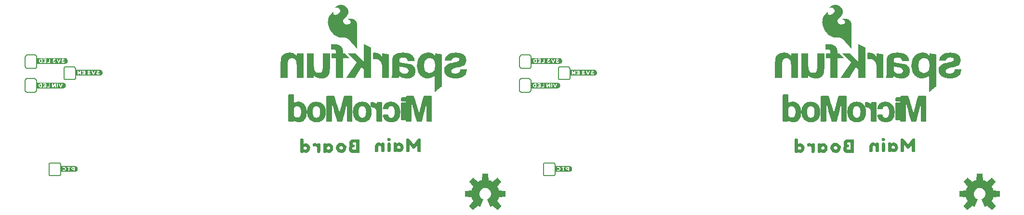
<source format=gbo>
G04 EAGLE Gerber RS-274X export*
G75*
%MOMM*%
%FSLAX34Y34*%
%LPD*%
%INSilkscreen Bottom*%
%IPPOS*%
%AMOC8*
5,1,8,0,0,1.08239X$1,22.5*%
G01*
%ADD10C,0.152400*%
%ADD11C,0.203200*%

G36*
X1708193Y55506D02*
X1708193Y55506D01*
X1708301Y55516D01*
X1708314Y55522D01*
X1708328Y55524D01*
X1708425Y55572D01*
X1708524Y55617D01*
X1708537Y55628D01*
X1708546Y55632D01*
X1708561Y55648D01*
X1708638Y55710D01*
X1714670Y61742D01*
X1714720Y61813D01*
X1714725Y61818D01*
X1714727Y61821D01*
X1714733Y61830D01*
X1714799Y61916D01*
X1714804Y61929D01*
X1714812Y61941D01*
X1714843Y62044D01*
X1714879Y62147D01*
X1714879Y62161D01*
X1714883Y62174D01*
X1714879Y62282D01*
X1714880Y62391D01*
X1714875Y62404D01*
X1714875Y62418D01*
X1714837Y62520D01*
X1714802Y62622D01*
X1714793Y62637D01*
X1714789Y62646D01*
X1714775Y62663D01*
X1714721Y62745D01*
X1707867Y71151D01*
X1708905Y73037D01*
X1708913Y73059D01*
X1708941Y73111D01*
X1709958Y75567D01*
X1709964Y75590D01*
X1709986Y75645D01*
X1710585Y77713D01*
X1721375Y78810D01*
X1721479Y78838D01*
X1721585Y78863D01*
X1721597Y78870D01*
X1721610Y78873D01*
X1721700Y78934D01*
X1721793Y78991D01*
X1721801Y79002D01*
X1721813Y79010D01*
X1721879Y79096D01*
X1721948Y79180D01*
X1721952Y79193D01*
X1721961Y79204D01*
X1721995Y79307D01*
X1722034Y79408D01*
X1722035Y79426D01*
X1722039Y79435D01*
X1722039Y79457D01*
X1722048Y79555D01*
X1722048Y88085D01*
X1722031Y88192D01*
X1722017Y88300D01*
X1722011Y88312D01*
X1722009Y88326D01*
X1721957Y88422D01*
X1721910Y88519D01*
X1721900Y88529D01*
X1721894Y88541D01*
X1721814Y88615D01*
X1721738Y88692D01*
X1721726Y88698D01*
X1721716Y88708D01*
X1721617Y88753D01*
X1721520Y88801D01*
X1721502Y88805D01*
X1721493Y88809D01*
X1721472Y88811D01*
X1721375Y88830D01*
X1710585Y89927D01*
X1709986Y91995D01*
X1709975Y92016D01*
X1709958Y92073D01*
X1708941Y94529D01*
X1708928Y94549D01*
X1708905Y94603D01*
X1707867Y96489D01*
X1714721Y104895D01*
X1714775Y104989D01*
X1714832Y105081D01*
X1714835Y105094D01*
X1714842Y105106D01*
X1714863Y105213D01*
X1714888Y105318D01*
X1714886Y105332D01*
X1714889Y105346D01*
X1714874Y105453D01*
X1714864Y105561D01*
X1714858Y105574D01*
X1714856Y105588D01*
X1714808Y105685D01*
X1714763Y105784D01*
X1714752Y105797D01*
X1714748Y105806D01*
X1714732Y105821D01*
X1714670Y105898D01*
X1708638Y111930D01*
X1708550Y111993D01*
X1708464Y112059D01*
X1708451Y112064D01*
X1708439Y112072D01*
X1708336Y112103D01*
X1708233Y112139D01*
X1708219Y112139D01*
X1708206Y112143D01*
X1708098Y112139D01*
X1707989Y112140D01*
X1707976Y112135D01*
X1707962Y112135D01*
X1707860Y112097D01*
X1707758Y112062D01*
X1707743Y112053D01*
X1707734Y112049D01*
X1707717Y112035D01*
X1707635Y111981D01*
X1699229Y105127D01*
X1697343Y106165D01*
X1697321Y106173D01*
X1697269Y106201D01*
X1694813Y107218D01*
X1694790Y107224D01*
X1694735Y107246D01*
X1692667Y107845D01*
X1691570Y118635D01*
X1691542Y118739D01*
X1691517Y118845D01*
X1691510Y118857D01*
X1691507Y118870D01*
X1691446Y118960D01*
X1691389Y119053D01*
X1691378Y119061D01*
X1691370Y119073D01*
X1691284Y119139D01*
X1691200Y119208D01*
X1691187Y119212D01*
X1691176Y119221D01*
X1691073Y119255D01*
X1690972Y119294D01*
X1690954Y119295D01*
X1690945Y119299D01*
X1690923Y119299D01*
X1690825Y119308D01*
X1682295Y119308D01*
X1682188Y119291D01*
X1682080Y119277D01*
X1682068Y119271D01*
X1682054Y119269D01*
X1681958Y119217D01*
X1681861Y119170D01*
X1681851Y119160D01*
X1681839Y119154D01*
X1681765Y119074D01*
X1681688Y118998D01*
X1681682Y118986D01*
X1681672Y118976D01*
X1681627Y118877D01*
X1681579Y118780D01*
X1681575Y118762D01*
X1681571Y118753D01*
X1681569Y118732D01*
X1681550Y118635D01*
X1680453Y107845D01*
X1678385Y107246D01*
X1678364Y107235D01*
X1678307Y107218D01*
X1675851Y106201D01*
X1675831Y106188D01*
X1675777Y106165D01*
X1673891Y105127D01*
X1665485Y111981D01*
X1665391Y112035D01*
X1665299Y112092D01*
X1665286Y112095D01*
X1665274Y112102D01*
X1665167Y112123D01*
X1665062Y112148D01*
X1665048Y112146D01*
X1665034Y112149D01*
X1664927Y112134D01*
X1664819Y112124D01*
X1664806Y112118D01*
X1664793Y112116D01*
X1664695Y112068D01*
X1664596Y112023D01*
X1664583Y112012D01*
X1664574Y112008D01*
X1664559Y111992D01*
X1664482Y111930D01*
X1658450Y105898D01*
X1658387Y105810D01*
X1658321Y105724D01*
X1658316Y105711D01*
X1658308Y105699D01*
X1658277Y105596D01*
X1658241Y105493D01*
X1658241Y105479D01*
X1658237Y105466D01*
X1658241Y105358D01*
X1658240Y105249D01*
X1658245Y105236D01*
X1658245Y105222D01*
X1658283Y105120D01*
X1658318Y105018D01*
X1658327Y105003D01*
X1658331Y104994D01*
X1658345Y104977D01*
X1658399Y104895D01*
X1665253Y96489D01*
X1664215Y94603D01*
X1664207Y94581D01*
X1664179Y94529D01*
X1663162Y92073D01*
X1663156Y92050D01*
X1663134Y91995D01*
X1662535Y89927D01*
X1651745Y88830D01*
X1651641Y88802D01*
X1651535Y88777D01*
X1651523Y88770D01*
X1651510Y88767D01*
X1651420Y88706D01*
X1651327Y88649D01*
X1651319Y88638D01*
X1651307Y88630D01*
X1651241Y88544D01*
X1651173Y88460D01*
X1651168Y88447D01*
X1651159Y88436D01*
X1651125Y88333D01*
X1651086Y88232D01*
X1651085Y88214D01*
X1651081Y88205D01*
X1651082Y88183D01*
X1651072Y88085D01*
X1651072Y79555D01*
X1651089Y79448D01*
X1651103Y79340D01*
X1651109Y79328D01*
X1651111Y79314D01*
X1651163Y79218D01*
X1651210Y79121D01*
X1651220Y79111D01*
X1651226Y79099D01*
X1651306Y79025D01*
X1651382Y78948D01*
X1651394Y78942D01*
X1651405Y78932D01*
X1651503Y78887D01*
X1651600Y78839D01*
X1651618Y78835D01*
X1651627Y78831D01*
X1651648Y78829D01*
X1651745Y78810D01*
X1662535Y77713D01*
X1663134Y75645D01*
X1663145Y75624D01*
X1663162Y75567D01*
X1664179Y73111D01*
X1664192Y73091D01*
X1664215Y73037D01*
X1665253Y71151D01*
X1658399Y62745D01*
X1658345Y62651D01*
X1658288Y62559D01*
X1658285Y62546D01*
X1658278Y62534D01*
X1658257Y62427D01*
X1658232Y62322D01*
X1658234Y62308D01*
X1658231Y62294D01*
X1658246Y62187D01*
X1658256Y62079D01*
X1658262Y62066D01*
X1658264Y62053D01*
X1658312Y61955D01*
X1658357Y61856D01*
X1658368Y61843D01*
X1658372Y61834D01*
X1658388Y61819D01*
X1658450Y61742D01*
X1664482Y55710D01*
X1664570Y55647D01*
X1664656Y55581D01*
X1664669Y55576D01*
X1664681Y55568D01*
X1664784Y55537D01*
X1664887Y55501D01*
X1664901Y55501D01*
X1664914Y55497D01*
X1665022Y55501D01*
X1665131Y55500D01*
X1665144Y55505D01*
X1665158Y55505D01*
X1665260Y55543D01*
X1665362Y55578D01*
X1665377Y55587D01*
X1665386Y55591D01*
X1665403Y55605D01*
X1665485Y55659D01*
X1673885Y62508D01*
X1675172Y61776D01*
X1675191Y61769D01*
X1675227Y61748D01*
X1677036Y60909D01*
X1677074Y60899D01*
X1677110Y60880D01*
X1677191Y60866D01*
X1677271Y60844D01*
X1677311Y60846D01*
X1677350Y60840D01*
X1677432Y60853D01*
X1677515Y60858D01*
X1677552Y60873D01*
X1677591Y60879D01*
X1677664Y60918D01*
X1677741Y60949D01*
X1677771Y60975D01*
X1677807Y60994D01*
X1677863Y61054D01*
X1677926Y61108D01*
X1677946Y61143D01*
X1677974Y61172D01*
X1678043Y61302D01*
X1683066Y73428D01*
X1683091Y73537D01*
X1683120Y73644D01*
X1683119Y73655D01*
X1683122Y73666D01*
X1683111Y73776D01*
X1683103Y73888D01*
X1683099Y73898D01*
X1683098Y73909D01*
X1683052Y74010D01*
X1683009Y74113D01*
X1683002Y74121D01*
X1682997Y74131D01*
X1682921Y74212D01*
X1682848Y74296D01*
X1682836Y74303D01*
X1682830Y74309D01*
X1682813Y74318D01*
X1682724Y74377D01*
X1680974Y75304D01*
X1679482Y76496D01*
X1678239Y77947D01*
X1677289Y79604D01*
X1676664Y81409D01*
X1676388Y83299D01*
X1676470Y85207D01*
X1676906Y87067D01*
X1677682Y88812D01*
X1678771Y90382D01*
X1680133Y91721D01*
X1681721Y92782D01*
X1683479Y93528D01*
X1685346Y93933D01*
X1687255Y93981D01*
X1689140Y93673D01*
X1690935Y93018D01*
X1692575Y92039D01*
X1694004Y90772D01*
X1695171Y89260D01*
X1696035Y87557D01*
X1696566Y85722D01*
X1696746Y83816D01*
X1696602Y82114D01*
X1696175Y80456D01*
X1695475Y78893D01*
X1695136Y78385D01*
X1694635Y77636D01*
X1694635Y77635D01*
X1694524Y77469D01*
X1693348Y76225D01*
X1691980Y75196D01*
X1690402Y74381D01*
X1690310Y74312D01*
X1690217Y74245D01*
X1690212Y74239D01*
X1690206Y74235D01*
X1690141Y74140D01*
X1690074Y74047D01*
X1690072Y74040D01*
X1690068Y74034D01*
X1690037Y73923D01*
X1690003Y73814D01*
X1690003Y73806D01*
X1690002Y73799D01*
X1690007Y73685D01*
X1690011Y73570D01*
X1690014Y73561D01*
X1690014Y73556D01*
X1690020Y73541D01*
X1690054Y73428D01*
X1695077Y61302D01*
X1695098Y61268D01*
X1695111Y61231D01*
X1695162Y61165D01*
X1695206Y61095D01*
X1695237Y61070D01*
X1695261Y61038D01*
X1695330Y60993D01*
X1695394Y60940D01*
X1695432Y60926D01*
X1695465Y60904D01*
X1695545Y60883D01*
X1695623Y60854D01*
X1695663Y60853D01*
X1695701Y60843D01*
X1695784Y60849D01*
X1695866Y60846D01*
X1695905Y60858D01*
X1695945Y60861D01*
X1696084Y60909D01*
X1697893Y61748D01*
X1697909Y61759D01*
X1697948Y61776D01*
X1699235Y62508D01*
X1707635Y55659D01*
X1707729Y55605D01*
X1707821Y55548D01*
X1707834Y55545D01*
X1707846Y55538D01*
X1707953Y55517D01*
X1708058Y55492D01*
X1708072Y55494D01*
X1708086Y55491D01*
X1708193Y55506D01*
G37*
G36*
X839513Y55506D02*
X839513Y55506D01*
X839621Y55516D01*
X839634Y55522D01*
X839648Y55524D01*
X839745Y55572D01*
X839844Y55617D01*
X839857Y55628D01*
X839866Y55632D01*
X839881Y55648D01*
X839958Y55710D01*
X845990Y61742D01*
X846040Y61813D01*
X846045Y61818D01*
X846047Y61821D01*
X846053Y61830D01*
X846119Y61916D01*
X846124Y61929D01*
X846132Y61941D01*
X846163Y62044D01*
X846199Y62147D01*
X846199Y62161D01*
X846203Y62174D01*
X846199Y62282D01*
X846200Y62391D01*
X846195Y62404D01*
X846195Y62418D01*
X846157Y62520D01*
X846122Y62622D01*
X846113Y62637D01*
X846109Y62646D01*
X846095Y62663D01*
X846041Y62745D01*
X839187Y71151D01*
X840225Y73037D01*
X840233Y73059D01*
X840261Y73111D01*
X841278Y75567D01*
X841284Y75590D01*
X841306Y75645D01*
X841905Y77713D01*
X852695Y78810D01*
X852799Y78838D01*
X852905Y78863D01*
X852917Y78870D01*
X852930Y78873D01*
X853020Y78934D01*
X853113Y78991D01*
X853121Y79002D01*
X853133Y79010D01*
X853199Y79096D01*
X853268Y79180D01*
X853272Y79193D01*
X853281Y79204D01*
X853315Y79307D01*
X853354Y79408D01*
X853355Y79426D01*
X853359Y79435D01*
X853359Y79457D01*
X853368Y79555D01*
X853368Y88085D01*
X853351Y88192D01*
X853337Y88300D01*
X853331Y88312D01*
X853329Y88326D01*
X853277Y88422D01*
X853230Y88519D01*
X853220Y88529D01*
X853214Y88541D01*
X853134Y88615D01*
X853058Y88692D01*
X853046Y88698D01*
X853036Y88708D01*
X852937Y88753D01*
X852840Y88801D01*
X852822Y88805D01*
X852813Y88809D01*
X852792Y88811D01*
X852695Y88830D01*
X841905Y89927D01*
X841306Y91995D01*
X841295Y92016D01*
X841278Y92073D01*
X840261Y94529D01*
X840248Y94549D01*
X840225Y94603D01*
X839187Y96489D01*
X846041Y104895D01*
X846095Y104989D01*
X846152Y105081D01*
X846155Y105094D01*
X846162Y105106D01*
X846183Y105213D01*
X846208Y105318D01*
X846206Y105332D01*
X846209Y105346D01*
X846194Y105453D01*
X846184Y105561D01*
X846178Y105574D01*
X846176Y105588D01*
X846128Y105685D01*
X846083Y105784D01*
X846072Y105797D01*
X846068Y105806D01*
X846052Y105821D01*
X845990Y105898D01*
X839958Y111930D01*
X839870Y111993D01*
X839784Y112059D01*
X839771Y112064D01*
X839759Y112072D01*
X839656Y112103D01*
X839553Y112139D01*
X839539Y112139D01*
X839526Y112143D01*
X839418Y112139D01*
X839309Y112140D01*
X839296Y112135D01*
X839282Y112135D01*
X839180Y112097D01*
X839078Y112062D01*
X839063Y112053D01*
X839054Y112049D01*
X839037Y112035D01*
X838955Y111981D01*
X830549Y105127D01*
X828663Y106165D01*
X828641Y106173D01*
X828589Y106201D01*
X826133Y107218D01*
X826110Y107224D01*
X826055Y107246D01*
X823987Y107845D01*
X822890Y118635D01*
X822862Y118739D01*
X822837Y118845D01*
X822830Y118857D01*
X822827Y118870D01*
X822766Y118960D01*
X822709Y119053D01*
X822698Y119061D01*
X822690Y119073D01*
X822604Y119139D01*
X822520Y119208D01*
X822507Y119212D01*
X822496Y119221D01*
X822393Y119255D01*
X822292Y119294D01*
X822274Y119295D01*
X822265Y119299D01*
X822243Y119299D01*
X822145Y119308D01*
X813615Y119308D01*
X813508Y119291D01*
X813400Y119277D01*
X813388Y119271D01*
X813374Y119269D01*
X813278Y119217D01*
X813181Y119170D01*
X813171Y119160D01*
X813159Y119154D01*
X813085Y119074D01*
X813008Y118998D01*
X813002Y118986D01*
X812992Y118976D01*
X812947Y118877D01*
X812899Y118780D01*
X812895Y118762D01*
X812891Y118753D01*
X812889Y118732D01*
X812870Y118635D01*
X811773Y107845D01*
X809705Y107246D01*
X809684Y107235D01*
X809627Y107218D01*
X807171Y106201D01*
X807151Y106188D01*
X807097Y106165D01*
X805211Y105127D01*
X796805Y111981D01*
X796711Y112035D01*
X796619Y112092D01*
X796606Y112095D01*
X796594Y112102D01*
X796487Y112123D01*
X796382Y112148D01*
X796368Y112146D01*
X796354Y112149D01*
X796247Y112134D01*
X796139Y112124D01*
X796126Y112118D01*
X796113Y112116D01*
X796015Y112068D01*
X795916Y112023D01*
X795903Y112012D01*
X795894Y112008D01*
X795879Y111992D01*
X795802Y111930D01*
X789770Y105898D01*
X789707Y105810D01*
X789641Y105724D01*
X789636Y105711D01*
X789628Y105699D01*
X789597Y105596D01*
X789561Y105493D01*
X789561Y105479D01*
X789557Y105466D01*
X789561Y105358D01*
X789560Y105249D01*
X789565Y105236D01*
X789565Y105222D01*
X789603Y105120D01*
X789638Y105018D01*
X789647Y105003D01*
X789651Y104994D01*
X789665Y104977D01*
X789719Y104895D01*
X796573Y96489D01*
X795535Y94603D01*
X795527Y94581D01*
X795499Y94529D01*
X794482Y92073D01*
X794476Y92050D01*
X794454Y91995D01*
X793855Y89927D01*
X783065Y88830D01*
X782961Y88802D01*
X782855Y88777D01*
X782843Y88770D01*
X782830Y88767D01*
X782740Y88706D01*
X782647Y88649D01*
X782639Y88638D01*
X782627Y88630D01*
X782561Y88544D01*
X782493Y88460D01*
X782488Y88447D01*
X782479Y88436D01*
X782445Y88333D01*
X782406Y88232D01*
X782405Y88214D01*
X782401Y88205D01*
X782402Y88183D01*
X782392Y88085D01*
X782392Y79555D01*
X782409Y79448D01*
X782423Y79340D01*
X782429Y79328D01*
X782431Y79314D01*
X782483Y79218D01*
X782530Y79121D01*
X782540Y79111D01*
X782546Y79099D01*
X782626Y79025D01*
X782702Y78948D01*
X782714Y78942D01*
X782725Y78932D01*
X782823Y78887D01*
X782920Y78839D01*
X782938Y78835D01*
X782947Y78831D01*
X782968Y78829D01*
X783065Y78810D01*
X793855Y77713D01*
X794454Y75645D01*
X794465Y75624D01*
X794482Y75567D01*
X795499Y73111D01*
X795512Y73091D01*
X795535Y73037D01*
X796573Y71151D01*
X789719Y62745D01*
X789665Y62651D01*
X789608Y62559D01*
X789605Y62546D01*
X789598Y62534D01*
X789577Y62427D01*
X789552Y62322D01*
X789554Y62308D01*
X789551Y62294D01*
X789566Y62187D01*
X789576Y62079D01*
X789582Y62066D01*
X789584Y62053D01*
X789632Y61955D01*
X789677Y61856D01*
X789688Y61843D01*
X789692Y61834D01*
X789708Y61819D01*
X789770Y61742D01*
X795802Y55710D01*
X795890Y55647D01*
X795976Y55581D01*
X795989Y55576D01*
X796001Y55568D01*
X796104Y55537D01*
X796207Y55501D01*
X796221Y55501D01*
X796234Y55497D01*
X796342Y55501D01*
X796451Y55500D01*
X796464Y55505D01*
X796478Y55505D01*
X796580Y55543D01*
X796682Y55578D01*
X796697Y55587D01*
X796706Y55591D01*
X796723Y55605D01*
X796805Y55659D01*
X805205Y62508D01*
X806492Y61776D01*
X806511Y61769D01*
X806547Y61748D01*
X808356Y60909D01*
X808394Y60899D01*
X808430Y60880D01*
X808511Y60866D01*
X808591Y60844D01*
X808631Y60846D01*
X808670Y60840D01*
X808752Y60853D01*
X808835Y60858D01*
X808872Y60873D01*
X808911Y60879D01*
X808984Y60918D01*
X809061Y60949D01*
X809091Y60975D01*
X809127Y60994D01*
X809183Y61054D01*
X809246Y61108D01*
X809266Y61143D01*
X809294Y61172D01*
X809363Y61302D01*
X814386Y73428D01*
X814411Y73537D01*
X814440Y73644D01*
X814439Y73655D01*
X814442Y73666D01*
X814431Y73776D01*
X814423Y73888D01*
X814419Y73898D01*
X814418Y73909D01*
X814372Y74010D01*
X814329Y74113D01*
X814322Y74121D01*
X814317Y74131D01*
X814241Y74212D01*
X814168Y74296D01*
X814156Y74303D01*
X814150Y74309D01*
X814133Y74318D01*
X814044Y74377D01*
X812294Y75304D01*
X810802Y76496D01*
X809559Y77947D01*
X808609Y79604D01*
X807984Y81409D01*
X807708Y83299D01*
X807790Y85207D01*
X808226Y87067D01*
X809002Y88812D01*
X810091Y90382D01*
X811453Y91721D01*
X813041Y92782D01*
X814799Y93528D01*
X816666Y93933D01*
X818575Y93981D01*
X820460Y93673D01*
X822255Y93018D01*
X823895Y92039D01*
X825324Y90772D01*
X826491Y89260D01*
X827355Y87557D01*
X827886Y85722D01*
X828066Y83816D01*
X827922Y82114D01*
X827495Y80456D01*
X826795Y78893D01*
X826456Y78385D01*
X825955Y77636D01*
X825955Y77635D01*
X825844Y77469D01*
X824668Y76225D01*
X823300Y75196D01*
X821722Y74381D01*
X821630Y74312D01*
X821537Y74245D01*
X821532Y74239D01*
X821526Y74235D01*
X821461Y74140D01*
X821394Y74047D01*
X821392Y74040D01*
X821388Y74034D01*
X821357Y73923D01*
X821323Y73814D01*
X821323Y73806D01*
X821322Y73799D01*
X821327Y73685D01*
X821331Y73570D01*
X821334Y73561D01*
X821334Y73556D01*
X821340Y73541D01*
X821374Y73428D01*
X826397Y61302D01*
X826418Y61268D01*
X826431Y61231D01*
X826482Y61165D01*
X826526Y61095D01*
X826557Y61070D01*
X826581Y61038D01*
X826650Y60993D01*
X826714Y60940D01*
X826752Y60926D01*
X826785Y60904D01*
X826865Y60883D01*
X826943Y60854D01*
X826983Y60853D01*
X827021Y60843D01*
X827104Y60849D01*
X827186Y60846D01*
X827225Y60858D01*
X827265Y60861D01*
X827404Y60909D01*
X829213Y61748D01*
X829229Y61759D01*
X829268Y61776D01*
X830555Y62508D01*
X838955Y55659D01*
X839049Y55605D01*
X839141Y55548D01*
X839154Y55545D01*
X839166Y55538D01*
X839273Y55517D01*
X839378Y55492D01*
X839392Y55494D01*
X839406Y55491D01*
X839513Y55506D01*
G37*
G36*
X592585Y339152D02*
X592585Y339152D01*
X592611Y339153D01*
X592665Y339183D01*
X592723Y339205D01*
X592740Y339224D01*
X592763Y339236D01*
X592798Y339287D01*
X592840Y339332D01*
X592848Y339357D01*
X592863Y339378D01*
X592879Y339462D01*
X592890Y339498D01*
X592888Y339508D01*
X592890Y339520D01*
X592890Y380820D01*
X592884Y380845D01*
X592885Y380880D01*
X592485Y383380D01*
X592478Y383399D01*
X592476Y383424D01*
X591876Y385524D01*
X591860Y385553D01*
X591846Y385598D01*
X590946Y387298D01*
X590924Y387323D01*
X590900Y387366D01*
X589800Y388666D01*
X589783Y388678D01*
X589767Y388700D01*
X588567Y389800D01*
X588543Y389814D01*
X588516Y389840D01*
X587116Y390740D01*
X587098Y390746D01*
X587080Y390760D01*
X585680Y391460D01*
X585654Y391466D01*
X585623Y391483D01*
X584023Y391983D01*
X583995Y391985D01*
X583957Y391997D01*
X582357Y392197D01*
X582348Y392196D01*
X582337Y392199D01*
X580937Y392299D01*
X580912Y392295D01*
X580878Y392299D01*
X579678Y392199D01*
X579660Y392193D01*
X579635Y392193D01*
X578635Y391993D01*
X578628Y391989D01*
X578618Y391989D01*
X577827Y391791D01*
X577335Y391693D01*
X577301Y391677D01*
X577240Y391660D01*
X577069Y391575D01*
X577040Y391560D01*
X576975Y391506D01*
X576909Y391452D01*
X576908Y391450D01*
X576907Y391449D01*
X576873Y391373D01*
X576837Y391294D01*
X576837Y391292D01*
X576836Y391291D01*
X576840Y391206D01*
X576843Y391121D01*
X576844Y391119D01*
X576844Y391118D01*
X576885Y391042D01*
X576925Y390968D01*
X576926Y390967D01*
X576927Y390966D01*
X576937Y390959D01*
X577040Y390880D01*
X577240Y390780D01*
X577273Y390772D01*
X577318Y390751D01*
X577663Y390665D01*
X578114Y390394D01*
X578136Y390387D01*
X578160Y390371D01*
X578822Y390087D01*
X580163Y389129D01*
X580719Y388574D01*
X581167Y387945D01*
X581430Y387158D01*
X581430Y386276D01*
X581159Y385375D01*
X580602Y384446D01*
X579853Y383603D01*
X578817Y382850D01*
X577583Y382280D01*
X576063Y381900D01*
X573769Y381900D01*
X571669Y382568D01*
X569959Y383614D01*
X568749Y385010D01*
X568193Y386770D01*
X568287Y388740D01*
X569140Y390920D01*
X571088Y393160D01*
X573579Y395651D01*
X573590Y395670D01*
X573611Y395688D01*
X575611Y398288D01*
X575622Y398312D01*
X575645Y398340D01*
X577045Y400940D01*
X577054Y400975D01*
X577078Y401025D01*
X577778Y403725D01*
X577779Y403762D01*
X577790Y403820D01*
X577790Y406320D01*
X577781Y406358D01*
X577772Y406436D01*
X576972Y408936D01*
X576952Y408969D01*
X576920Y409040D01*
X575220Y411440D01*
X575193Y411464D01*
X575156Y411510D01*
X572556Y413710D01*
X572524Y413727D01*
X572480Y413760D01*
X569080Y415460D01*
X569044Y415469D01*
X568989Y415492D01*
X565689Y416192D01*
X565653Y416191D01*
X565597Y416200D01*
X562597Y416100D01*
X562565Y416091D01*
X562515Y416088D01*
X559815Y415388D01*
X559797Y415379D01*
X559771Y415374D01*
X557471Y414474D01*
X557453Y414461D01*
X557425Y414452D01*
X555625Y413452D01*
X555610Y413439D01*
X555586Y413428D01*
X554486Y412628D01*
X554485Y412626D01*
X554482Y412624D01*
X554082Y412324D01*
X554048Y412284D01*
X554008Y412251D01*
X553993Y412218D01*
X553971Y412191D01*
X553958Y412140D01*
X553937Y412092D01*
X553938Y412057D01*
X553930Y412023D01*
X553941Y411972D01*
X553943Y411919D01*
X553960Y411888D01*
X553968Y411854D01*
X554001Y411813D01*
X554026Y411767D01*
X554055Y411747D01*
X554077Y411719D01*
X554125Y411698D01*
X554168Y411667D01*
X554208Y411660D01*
X554235Y411647D01*
X554266Y411648D01*
X554310Y411640D01*
X554510Y411640D01*
X554536Y411646D01*
X554573Y411645D01*
X555162Y411743D01*
X556031Y411840D01*
X557079Y411840D01*
X558236Y411647D01*
X559468Y411362D01*
X560584Y410712D01*
X561648Y409745D01*
X562298Y409095D01*
X562658Y408374D01*
X562937Y407538D01*
X563027Y406720D01*
X562936Y405896D01*
X562655Y404961D01*
X562188Y404026D01*
X561419Y403065D01*
X560640Y402188D01*
X559664Y401310D01*
X558694Y400534D01*
X557535Y399858D01*
X556466Y399372D01*
X555410Y398988D01*
X554376Y398800D01*
X553577Y398800D01*
X552607Y399153D01*
X551917Y399757D01*
X551571Y400448D01*
X551386Y401282D01*
X551290Y402141D01*
X551290Y402882D01*
X551373Y403296D01*
X551450Y403450D01*
X551454Y403465D01*
X551463Y403478D01*
X551489Y403612D01*
X551490Y403619D01*
X551490Y403620D01*
X551490Y403720D01*
X551476Y403781D01*
X551470Y403844D01*
X551456Y403865D01*
X551451Y403889D01*
X551411Y403937D01*
X551377Y403990D01*
X551356Y404003D01*
X551341Y404022D01*
X551283Y404048D01*
X551230Y404081D01*
X551205Y404083D01*
X551182Y404093D01*
X551120Y404091D01*
X551057Y404097D01*
X551031Y404088D01*
X551009Y404087D01*
X550976Y404069D01*
X550920Y404049D01*
X548320Y402549D01*
X548291Y402523D01*
X548231Y402478D01*
X545831Y399878D01*
X545813Y399848D01*
X545804Y399837D01*
X545796Y399830D01*
X545793Y399824D01*
X545780Y399809D01*
X543780Y396309D01*
X543772Y396283D01*
X543754Y396253D01*
X542154Y391953D01*
X542149Y391920D01*
X542134Y391875D01*
X541434Y387075D01*
X541436Y387043D01*
X541430Y386999D01*
X541730Y381699D01*
X541740Y381667D01*
X541743Y381620D01*
X543243Y376120D01*
X543259Y376090D01*
X543274Y376043D01*
X546174Y370543D01*
X546194Y370519D01*
X546214Y370481D01*
X548314Y367881D01*
X548326Y367872D01*
X548335Y367857D01*
X550635Y365457D01*
X550651Y365447D01*
X550665Y365429D01*
X553165Y363329D01*
X553188Y363318D01*
X553213Y363295D01*
X556013Y361595D01*
X556032Y361589D01*
X556054Y361573D01*
X559154Y360173D01*
X559179Y360168D01*
X559210Y360153D01*
X562510Y359253D01*
X562535Y359252D01*
X562567Y359242D01*
X566067Y358842D01*
X566086Y358844D01*
X566110Y358840D01*
X570000Y358840D01*
X571858Y358742D01*
X573591Y358357D01*
X575119Y357688D01*
X576567Y356627D01*
X578041Y355251D01*
X579630Y353563D01*
X581327Y351666D01*
X581328Y351665D01*
X583228Y349565D01*
X583231Y349563D01*
X583234Y349559D01*
X585030Y347663D01*
X586727Y345766D01*
X588220Y344074D01*
X589515Y342480D01*
X589524Y342474D01*
X589531Y342462D01*
X590721Y341172D01*
X591506Y340191D01*
X592001Y339499D01*
X592021Y339481D01*
X592041Y339451D01*
X592241Y339251D01*
X592263Y339238D01*
X592279Y339218D01*
X592336Y339192D01*
X592388Y339160D01*
X592414Y339157D01*
X592438Y339147D01*
X592499Y339149D01*
X592561Y339143D01*
X592585Y339152D01*
G37*
G36*
X1461265Y339152D02*
X1461265Y339152D01*
X1461291Y339153D01*
X1461345Y339183D01*
X1461403Y339205D01*
X1461420Y339224D01*
X1461443Y339236D01*
X1461478Y339287D01*
X1461520Y339332D01*
X1461528Y339357D01*
X1461543Y339378D01*
X1461559Y339462D01*
X1461570Y339498D01*
X1461568Y339508D01*
X1461570Y339520D01*
X1461570Y380820D01*
X1461564Y380845D01*
X1461565Y380880D01*
X1461165Y383380D01*
X1461158Y383399D01*
X1461156Y383424D01*
X1460556Y385524D01*
X1460540Y385553D01*
X1460526Y385598D01*
X1459626Y387298D01*
X1459604Y387323D01*
X1459580Y387366D01*
X1458480Y388666D01*
X1458463Y388678D01*
X1458447Y388700D01*
X1457247Y389800D01*
X1457223Y389814D01*
X1457196Y389840D01*
X1455796Y390740D01*
X1455778Y390746D01*
X1455760Y390760D01*
X1454360Y391460D01*
X1454334Y391466D01*
X1454303Y391483D01*
X1452703Y391983D01*
X1452675Y391985D01*
X1452637Y391997D01*
X1451037Y392197D01*
X1451028Y392196D01*
X1451017Y392199D01*
X1449617Y392299D01*
X1449592Y392295D01*
X1449558Y392299D01*
X1448358Y392199D01*
X1448340Y392193D01*
X1448315Y392193D01*
X1447315Y391993D01*
X1447308Y391989D01*
X1447298Y391989D01*
X1446507Y391791D01*
X1446015Y391693D01*
X1445981Y391677D01*
X1445920Y391660D01*
X1445749Y391575D01*
X1445720Y391560D01*
X1445655Y391506D01*
X1445589Y391452D01*
X1445588Y391450D01*
X1445587Y391449D01*
X1445553Y391373D01*
X1445517Y391294D01*
X1445517Y391292D01*
X1445516Y391291D01*
X1445520Y391206D01*
X1445523Y391121D01*
X1445524Y391119D01*
X1445524Y391118D01*
X1445565Y391042D01*
X1445605Y390968D01*
X1445606Y390967D01*
X1445607Y390966D01*
X1445617Y390959D01*
X1445720Y390880D01*
X1445920Y390780D01*
X1445953Y390772D01*
X1445998Y390751D01*
X1446343Y390665D01*
X1446794Y390394D01*
X1446816Y390387D01*
X1446840Y390371D01*
X1447502Y390087D01*
X1448843Y389129D01*
X1449399Y388574D01*
X1449847Y387945D01*
X1450110Y387158D01*
X1450110Y386276D01*
X1449839Y385375D01*
X1449282Y384446D01*
X1448533Y383603D01*
X1447497Y382850D01*
X1446263Y382280D01*
X1444743Y381900D01*
X1442449Y381900D01*
X1440349Y382568D01*
X1438639Y383614D01*
X1437429Y385010D01*
X1436873Y386770D01*
X1436967Y388740D01*
X1437820Y390920D01*
X1439768Y393160D01*
X1442259Y395651D01*
X1442270Y395670D01*
X1442291Y395688D01*
X1444291Y398288D01*
X1444302Y398312D01*
X1444325Y398340D01*
X1445725Y400940D01*
X1445734Y400975D01*
X1445758Y401025D01*
X1446458Y403725D01*
X1446459Y403762D01*
X1446470Y403820D01*
X1446470Y406320D01*
X1446461Y406358D01*
X1446452Y406436D01*
X1445652Y408936D01*
X1445632Y408969D01*
X1445600Y409040D01*
X1443900Y411440D01*
X1443873Y411464D01*
X1443836Y411510D01*
X1441236Y413710D01*
X1441204Y413727D01*
X1441160Y413760D01*
X1437760Y415460D01*
X1437724Y415469D01*
X1437669Y415492D01*
X1434369Y416192D01*
X1434333Y416191D01*
X1434277Y416200D01*
X1431277Y416100D01*
X1431245Y416091D01*
X1431195Y416088D01*
X1428495Y415388D01*
X1428477Y415379D01*
X1428451Y415374D01*
X1426151Y414474D01*
X1426133Y414461D01*
X1426105Y414452D01*
X1424305Y413452D01*
X1424290Y413439D01*
X1424266Y413428D01*
X1423166Y412628D01*
X1423165Y412626D01*
X1423162Y412624D01*
X1422762Y412324D01*
X1422728Y412284D01*
X1422688Y412251D01*
X1422673Y412218D01*
X1422651Y412191D01*
X1422638Y412140D01*
X1422617Y412092D01*
X1422618Y412057D01*
X1422610Y412023D01*
X1422621Y411972D01*
X1422623Y411919D01*
X1422640Y411888D01*
X1422648Y411854D01*
X1422681Y411813D01*
X1422706Y411767D01*
X1422735Y411747D01*
X1422757Y411719D01*
X1422805Y411698D01*
X1422848Y411667D01*
X1422888Y411660D01*
X1422915Y411647D01*
X1422946Y411648D01*
X1422990Y411640D01*
X1423190Y411640D01*
X1423216Y411646D01*
X1423253Y411645D01*
X1423842Y411743D01*
X1424711Y411840D01*
X1425759Y411840D01*
X1426916Y411647D01*
X1428148Y411362D01*
X1429264Y410712D01*
X1430328Y409745D01*
X1430978Y409095D01*
X1431338Y408374D01*
X1431617Y407538D01*
X1431707Y406720D01*
X1431616Y405896D01*
X1431335Y404961D01*
X1430868Y404026D01*
X1430099Y403065D01*
X1429320Y402188D01*
X1428344Y401310D01*
X1427374Y400534D01*
X1426215Y399858D01*
X1425146Y399372D01*
X1424090Y398988D01*
X1423056Y398800D01*
X1422257Y398800D01*
X1421287Y399153D01*
X1420597Y399757D01*
X1420251Y400448D01*
X1420066Y401282D01*
X1419970Y402141D01*
X1419970Y402882D01*
X1420053Y403296D01*
X1420130Y403450D01*
X1420134Y403465D01*
X1420143Y403478D01*
X1420169Y403612D01*
X1420170Y403619D01*
X1420170Y403620D01*
X1420170Y403720D01*
X1420156Y403781D01*
X1420150Y403844D01*
X1420136Y403865D01*
X1420131Y403889D01*
X1420091Y403937D01*
X1420057Y403990D01*
X1420036Y404003D01*
X1420021Y404022D01*
X1419963Y404048D01*
X1419910Y404081D01*
X1419885Y404083D01*
X1419862Y404093D01*
X1419800Y404091D01*
X1419737Y404097D01*
X1419711Y404088D01*
X1419689Y404087D01*
X1419656Y404069D01*
X1419600Y404049D01*
X1417000Y402549D01*
X1416971Y402523D01*
X1416911Y402478D01*
X1414511Y399878D01*
X1414493Y399848D01*
X1414484Y399837D01*
X1414476Y399830D01*
X1414473Y399824D01*
X1414460Y399809D01*
X1412460Y396309D01*
X1412452Y396283D01*
X1412434Y396253D01*
X1410834Y391953D01*
X1410829Y391920D01*
X1410814Y391875D01*
X1410114Y387075D01*
X1410116Y387043D01*
X1410110Y386999D01*
X1410410Y381699D01*
X1410420Y381667D01*
X1410423Y381620D01*
X1411923Y376120D01*
X1411939Y376090D01*
X1411954Y376043D01*
X1414854Y370543D01*
X1414874Y370519D01*
X1414894Y370481D01*
X1416994Y367881D01*
X1417006Y367872D01*
X1417015Y367857D01*
X1419315Y365457D01*
X1419331Y365447D01*
X1419345Y365429D01*
X1421845Y363329D01*
X1421868Y363318D01*
X1421893Y363295D01*
X1424693Y361595D01*
X1424712Y361589D01*
X1424734Y361573D01*
X1427834Y360173D01*
X1427859Y360168D01*
X1427890Y360153D01*
X1431190Y359253D01*
X1431215Y359252D01*
X1431247Y359242D01*
X1434747Y358842D01*
X1434766Y358844D01*
X1434790Y358840D01*
X1438680Y358840D01*
X1440538Y358742D01*
X1442271Y358357D01*
X1443799Y357688D01*
X1445247Y356627D01*
X1446721Y355251D01*
X1448310Y353563D01*
X1450007Y351666D01*
X1450008Y351665D01*
X1451908Y349565D01*
X1451911Y349563D01*
X1451914Y349559D01*
X1453710Y347663D01*
X1455407Y345766D01*
X1456900Y344074D01*
X1458195Y342480D01*
X1458204Y342474D01*
X1458211Y342462D01*
X1459401Y341172D01*
X1460186Y340191D01*
X1460681Y339499D01*
X1460701Y339481D01*
X1460721Y339451D01*
X1460921Y339251D01*
X1460943Y339238D01*
X1460959Y339218D01*
X1461016Y339192D01*
X1461068Y339160D01*
X1461094Y339157D01*
X1461118Y339147D01*
X1461179Y339149D01*
X1461241Y339143D01*
X1461265Y339152D01*
G37*
G36*
X729636Y262750D02*
X729636Y262750D01*
X729711Y262753D01*
X729721Y262759D01*
X729733Y262760D01*
X729859Y262833D01*
X731359Y264133D01*
X731363Y264137D01*
X731369Y264141D01*
X732764Y265437D01*
X735759Y268033D01*
X735763Y268037D01*
X735769Y268041D01*
X737164Y269337D01*
X738659Y270633D01*
X738663Y270637D01*
X738669Y270641D01*
X740064Y271937D01*
X741559Y273233D01*
X741561Y273235D01*
X741563Y273236D01*
X741611Y273304D01*
X741661Y273373D01*
X741661Y273376D01*
X741663Y273378D01*
X741690Y273520D01*
X741690Y328820D01*
X741688Y328831D01*
X741690Y328842D01*
X741668Y328914D01*
X741651Y328989D01*
X741644Y328997D01*
X741641Y329008D01*
X741589Y329064D01*
X741541Y329122D01*
X741531Y329127D01*
X741523Y329135D01*
X741390Y329192D01*
X739990Y329492D01*
X739978Y329492D01*
X739964Y329496D01*
X738577Y329695D01*
X737190Y329992D01*
X737178Y329992D01*
X737164Y329996D01*
X735780Y330194D01*
X734496Y330491D01*
X734481Y330490D01*
X734464Y330496D01*
X733077Y330695D01*
X731690Y330992D01*
X731678Y330992D01*
X731664Y330996D01*
X730264Y331196D01*
X730187Y331190D01*
X730109Y331187D01*
X730101Y331182D01*
X730091Y331181D01*
X730025Y331141D01*
X729957Y331104D01*
X729952Y331096D01*
X729943Y331091D01*
X729908Y331036D01*
X729908Y331035D01*
X729907Y331034D01*
X729902Y331025D01*
X729857Y330962D01*
X729855Y330952D01*
X729851Y330945D01*
X729847Y330909D01*
X729844Y330893D01*
X729837Y330877D01*
X729837Y330859D01*
X729830Y330820D01*
X729830Y326499D01*
X729323Y327235D01*
X729311Y327247D01*
X729306Y327255D01*
X729301Y327258D01*
X729289Y327279D01*
X727989Y328679D01*
X727967Y328693D01*
X727945Y328719D01*
X726545Y329819D01*
X726522Y329830D01*
X726496Y329851D01*
X724896Y330751D01*
X724877Y330757D01*
X724855Y330772D01*
X723155Y331472D01*
X723137Y331474D01*
X723117Y331485D01*
X721417Y331985D01*
X721396Y331986D01*
X721369Y331996D01*
X719469Y332296D01*
X719452Y332294D01*
X719430Y332300D01*
X717530Y332400D01*
X717504Y332395D01*
X717470Y332398D01*
X712770Y331898D01*
X712736Y331886D01*
X712682Y331878D01*
X708782Y330478D01*
X708751Y330458D01*
X708699Y330436D01*
X705399Y328236D01*
X705376Y328212D01*
X705336Y328184D01*
X702636Y325384D01*
X702619Y325355D01*
X702601Y325336D01*
X702596Y325331D01*
X702595Y325329D01*
X702586Y325320D01*
X700486Y321920D01*
X700476Y321889D01*
X700452Y321848D01*
X699052Y317948D01*
X699050Y317926D01*
X699038Y317900D01*
X698138Y313700D01*
X698139Y313676D01*
X698131Y313646D01*
X697831Y309246D01*
X697834Y309223D01*
X697831Y309193D01*
X698131Y304993D01*
X698138Y304969D01*
X698139Y304937D01*
X699039Y300937D01*
X699042Y300929D01*
X699043Y300922D01*
X699050Y300909D01*
X699053Y300889D01*
X700453Y297089D01*
X700472Y297059D01*
X700492Y297011D01*
X702592Y293811D01*
X702612Y293793D01*
X702631Y293761D01*
X705231Y290961D01*
X705262Y290941D01*
X705301Y290902D01*
X708501Y288802D01*
X708534Y288790D01*
X708579Y288763D01*
X712379Y287363D01*
X712414Y287359D01*
X712466Y287342D01*
X716766Y286842D01*
X716799Y286846D01*
X716848Y286842D01*
X718848Y287042D01*
X718859Y287045D01*
X718873Y287045D01*
X720673Y287345D01*
X720689Y287352D01*
X720712Y287354D01*
X722512Y287854D01*
X722529Y287863D01*
X722555Y287868D01*
X724255Y288568D01*
X724275Y288583D01*
X724306Y288594D01*
X725806Y289494D01*
X725817Y289505D01*
X725835Y289513D01*
X727335Y290613D01*
X727351Y290632D01*
X727379Y290651D01*
X728679Y291951D01*
X728686Y291962D01*
X728699Y291973D01*
X729230Y292592D01*
X729230Y263120D01*
X729233Y263108D01*
X729231Y263096D01*
X729252Y263025D01*
X729269Y262951D01*
X729277Y262942D01*
X729280Y262930D01*
X729332Y262876D01*
X729379Y262818D01*
X729391Y262813D01*
X729399Y262804D01*
X729469Y262777D01*
X729538Y262747D01*
X729550Y262747D01*
X729561Y262743D01*
X729636Y262750D01*
G37*
G36*
X1598316Y262750D02*
X1598316Y262750D01*
X1598391Y262753D01*
X1598401Y262759D01*
X1598413Y262760D01*
X1598539Y262833D01*
X1600039Y264133D01*
X1600043Y264137D01*
X1600049Y264141D01*
X1601444Y265437D01*
X1604439Y268033D01*
X1604443Y268037D01*
X1604449Y268041D01*
X1605844Y269337D01*
X1607339Y270633D01*
X1607343Y270637D01*
X1607349Y270641D01*
X1608744Y271937D01*
X1610239Y273233D01*
X1610241Y273235D01*
X1610243Y273236D01*
X1610291Y273304D01*
X1610341Y273373D01*
X1610341Y273376D01*
X1610343Y273378D01*
X1610370Y273520D01*
X1610370Y328820D01*
X1610368Y328831D01*
X1610370Y328842D01*
X1610348Y328914D01*
X1610331Y328989D01*
X1610324Y328997D01*
X1610321Y329008D01*
X1610269Y329064D01*
X1610221Y329122D01*
X1610211Y329127D01*
X1610203Y329135D01*
X1610070Y329192D01*
X1608670Y329492D01*
X1608658Y329492D01*
X1608644Y329496D01*
X1607257Y329695D01*
X1605870Y329992D01*
X1605858Y329992D01*
X1605844Y329996D01*
X1604460Y330194D01*
X1603176Y330491D01*
X1603161Y330490D01*
X1603144Y330496D01*
X1601757Y330695D01*
X1600370Y330992D01*
X1600358Y330992D01*
X1600344Y330996D01*
X1598944Y331196D01*
X1598867Y331190D01*
X1598789Y331187D01*
X1598781Y331182D01*
X1598771Y331181D01*
X1598705Y331141D01*
X1598637Y331104D01*
X1598632Y331096D01*
X1598623Y331091D01*
X1598588Y331036D01*
X1598588Y331035D01*
X1598587Y331034D01*
X1598582Y331025D01*
X1598537Y330962D01*
X1598535Y330952D01*
X1598531Y330945D01*
X1598527Y330909D01*
X1598524Y330893D01*
X1598517Y330877D01*
X1598517Y330859D01*
X1598510Y330820D01*
X1598510Y326499D01*
X1598003Y327235D01*
X1597991Y327247D01*
X1597986Y327255D01*
X1597981Y327258D01*
X1597969Y327279D01*
X1596669Y328679D01*
X1596647Y328693D01*
X1596625Y328719D01*
X1595225Y329819D01*
X1595202Y329830D01*
X1595176Y329851D01*
X1593576Y330751D01*
X1593557Y330757D01*
X1593535Y330772D01*
X1591835Y331472D01*
X1591817Y331474D01*
X1591797Y331485D01*
X1590097Y331985D01*
X1590076Y331986D01*
X1590049Y331996D01*
X1588149Y332296D01*
X1588132Y332294D01*
X1588110Y332300D01*
X1586210Y332400D01*
X1586184Y332395D01*
X1586150Y332398D01*
X1581450Y331898D01*
X1581416Y331886D01*
X1581362Y331878D01*
X1577462Y330478D01*
X1577431Y330458D01*
X1577379Y330436D01*
X1574079Y328236D01*
X1574056Y328212D01*
X1574016Y328184D01*
X1571316Y325384D01*
X1571299Y325355D01*
X1571281Y325336D01*
X1571276Y325331D01*
X1571275Y325329D01*
X1571266Y325320D01*
X1569166Y321920D01*
X1569156Y321889D01*
X1569132Y321848D01*
X1567732Y317948D01*
X1567730Y317926D01*
X1567718Y317900D01*
X1566818Y313700D01*
X1566819Y313676D01*
X1566811Y313646D01*
X1566511Y309246D01*
X1566514Y309223D01*
X1566511Y309193D01*
X1566811Y304993D01*
X1566818Y304969D01*
X1566819Y304937D01*
X1567719Y300937D01*
X1567722Y300929D01*
X1567723Y300922D01*
X1567730Y300909D01*
X1567733Y300889D01*
X1569133Y297089D01*
X1569152Y297059D01*
X1569172Y297011D01*
X1571272Y293811D01*
X1571292Y293793D01*
X1571311Y293761D01*
X1573911Y290961D01*
X1573942Y290941D01*
X1573981Y290902D01*
X1577181Y288802D01*
X1577214Y288790D01*
X1577259Y288763D01*
X1581059Y287363D01*
X1581094Y287359D01*
X1581146Y287342D01*
X1585446Y286842D01*
X1585479Y286846D01*
X1585528Y286842D01*
X1587528Y287042D01*
X1587539Y287045D01*
X1587553Y287045D01*
X1589353Y287345D01*
X1589369Y287352D01*
X1589392Y287354D01*
X1591192Y287854D01*
X1591209Y287863D01*
X1591235Y287868D01*
X1592935Y288568D01*
X1592955Y288583D01*
X1592986Y288594D01*
X1594486Y289494D01*
X1594497Y289505D01*
X1594515Y289513D01*
X1596015Y290613D01*
X1596031Y290632D01*
X1596059Y290651D01*
X1597359Y291951D01*
X1597366Y291962D01*
X1597379Y291973D01*
X1597910Y292592D01*
X1597910Y263120D01*
X1597913Y263108D01*
X1597911Y263096D01*
X1597932Y263025D01*
X1597949Y262951D01*
X1597957Y262942D01*
X1597960Y262930D01*
X1598012Y262876D01*
X1598059Y262818D01*
X1598071Y262813D01*
X1598079Y262804D01*
X1598149Y262777D01*
X1598218Y262747D01*
X1598230Y262747D01*
X1598241Y262743D01*
X1598316Y262750D01*
G37*
G36*
X1554565Y210467D02*
X1554565Y210467D01*
X1554571Y210466D01*
X1555098Y210478D01*
X1555141Y210488D01*
X1555236Y210500D01*
X1555736Y210656D01*
X1555744Y210661D01*
X1555752Y210662D01*
X1555898Y210742D01*
X1556309Y211068D01*
X1556314Y211074D01*
X1556321Y211078D01*
X1556346Y211107D01*
X1556361Y211117D01*
X1556380Y211148D01*
X1556428Y211205D01*
X1556695Y211656D01*
X1556698Y211663D01*
X1556702Y211669D01*
X1556758Y211826D01*
X1556846Y212343D01*
X1556845Y212378D01*
X1556854Y212428D01*
X1556841Y232476D01*
X1556841Y232478D01*
X1556841Y232480D01*
X1556816Y235645D01*
X1556807Y235688D01*
X1556796Y235781D01*
X1556734Y235996D01*
X1556755Y236019D01*
X1556773Y236071D01*
X1556801Y236118D01*
X1556809Y236171D01*
X1556821Y236206D01*
X1556819Y236239D01*
X1556826Y236283D01*
X1556734Y242625D01*
X1556734Y242627D01*
X1556734Y242629D01*
X1556658Y245995D01*
X1556659Y245993D01*
X1556659Y245989D01*
X1557276Y243419D01*
X1557277Y243417D01*
X1557277Y243414D01*
X1558310Y239313D01*
X1558311Y239311D01*
X1558311Y239309D01*
X1559114Y236241D01*
X1559130Y236207D01*
X1559138Y236170D01*
X1559182Y236102D01*
X1559201Y236062D01*
X1559210Y236055D01*
X1559210Y236052D01*
X1559201Y236018D01*
X1559209Y235933D01*
X1559209Y235888D01*
X1559215Y235873D01*
X1559217Y235852D01*
X1560874Y229738D01*
X1560875Y229736D01*
X1560875Y229733D01*
X1562445Y224142D01*
X1562446Y224140D01*
X1562447Y224138D01*
X1564511Y217041D01*
X1564512Y217039D01*
X1564513Y217037D01*
X1566033Y211981D01*
X1566043Y211962D01*
X1566049Y211936D01*
X1566248Y211449D01*
X1566250Y211445D01*
X1566252Y211440D01*
X1566342Y211300D01*
X1566697Y210914D01*
X1566704Y210909D01*
X1566709Y210901D01*
X1566844Y210804D01*
X1567314Y210572D01*
X1567320Y210570D01*
X1567324Y210567D01*
X1567485Y210523D01*
X1568007Y210469D01*
X1568030Y210472D01*
X1568058Y210467D01*
X1573337Y210467D01*
X1573343Y210468D01*
X1573350Y210467D01*
X1573877Y210481D01*
X1573908Y210488D01*
X1574030Y210509D01*
X1574526Y210683D01*
X1574531Y210686D01*
X1574538Y210688D01*
X1574681Y210772D01*
X1575083Y211110D01*
X1575089Y211117D01*
X1575096Y211122D01*
X1575199Y211253D01*
X1575451Y211713D01*
X1575464Y211755D01*
X1575467Y211761D01*
X1575482Y211785D01*
X1575485Y211800D01*
X1575496Y211824D01*
X1576712Y216417D01*
X1576712Y216419D01*
X1576713Y216421D01*
X1578548Y223581D01*
X1578548Y223582D01*
X1578549Y223584D01*
X1579955Y229218D01*
X1579955Y229220D01*
X1579956Y229221D01*
X1581577Y235890D01*
X1581579Y235935D01*
X1581590Y235977D01*
X1581583Y236033D01*
X1581692Y236388D01*
X1581694Y236404D01*
X1581701Y236422D01*
X1583380Y243631D01*
X1583380Y243634D01*
X1583382Y243637D01*
X1583796Y245518D01*
X1583718Y243740D01*
X1583718Y243737D01*
X1583717Y243733D01*
X1583619Y240562D01*
X1583619Y240560D01*
X1583619Y240558D01*
X1583526Y236329D01*
X1583529Y236313D01*
X1583526Y236296D01*
X1583547Y236215D01*
X1583561Y236133D01*
X1583570Y236119D01*
X1583574Y236104D01*
X1583547Y236060D01*
X1583547Y236059D01*
X1583546Y236058D01*
X1583545Y236051D01*
X1583517Y235896D01*
X1583469Y232721D01*
X1583469Y232719D01*
X1583469Y232717D01*
X1583445Y228483D01*
X1583445Y228482D01*
X1583445Y228480D01*
X1583442Y212604D01*
X1583446Y212588D01*
X1583444Y212567D01*
X1583483Y212041D01*
X1583483Y212040D01*
X1583523Y211878D01*
X1583734Y211396D01*
X1583739Y211389D01*
X1583741Y211381D01*
X1583837Y211245D01*
X1584208Y210871D01*
X1584215Y210866D01*
X1584219Y210860D01*
X1584358Y210767D01*
X1584837Y210552D01*
X1584839Y210551D01*
X1584841Y210550D01*
X1585003Y210509D01*
X1585528Y210468D01*
X1585546Y210470D01*
X1585568Y210466D01*
X1590860Y210466D01*
X1590895Y210473D01*
X1590945Y210474D01*
X1591463Y210563D01*
X1591471Y210566D01*
X1591479Y210566D01*
X1591634Y210626D01*
X1592086Y210895D01*
X1592091Y210901D01*
X1592099Y210903D01*
X1592222Y211015D01*
X1592548Y211428D01*
X1592552Y211436D01*
X1592558Y211442D01*
X1592633Y211590D01*
X1592788Y212093D01*
X1592791Y212131D01*
X1592810Y212239D01*
X1592820Y236053D01*
X1592819Y236061D01*
X1592820Y236070D01*
X1592799Y236158D01*
X1592781Y236248D01*
X1592779Y236251D01*
X1592806Y236361D01*
X1592807Y236405D01*
X1592820Y236479D01*
X1592811Y254456D01*
X1592803Y254497D01*
X1592791Y254597D01*
X1592642Y255101D01*
X1592638Y255108D01*
X1592637Y255117D01*
X1592559Y255264D01*
X1592239Y255680D01*
X1592233Y255685D01*
X1592230Y255691D01*
X1592105Y255801D01*
X1591658Y256076D01*
X1591649Y256079D01*
X1591642Y256086D01*
X1591485Y256142D01*
X1590968Y256236D01*
X1590931Y256236D01*
X1590879Y256244D01*
X1579775Y256239D01*
X1579745Y256233D01*
X1579703Y256234D01*
X1579183Y256157D01*
X1579174Y256154D01*
X1579163Y256154D01*
X1579007Y256096D01*
X1578551Y255835D01*
X1578543Y255828D01*
X1578534Y255824D01*
X1578410Y255713D01*
X1578082Y255302D01*
X1578075Y255289D01*
X1578002Y255160D01*
X1577823Y254664D01*
X1577821Y254651D01*
X1577814Y254636D01*
X1576620Y250578D01*
X1576620Y250575D01*
X1576618Y250572D01*
X1575471Y246501D01*
X1575471Y246499D01*
X1575470Y246497D01*
X1574774Y243947D01*
X1574774Y243945D01*
X1574774Y243944D01*
X1573687Y239856D01*
X1573687Y239854D01*
X1573686Y239851D01*
X1572766Y236267D01*
X1572765Y236248D01*
X1572758Y236231D01*
X1572759Y236207D01*
X1572749Y236185D01*
X1572470Y235166D01*
X1572470Y235161D01*
X1572467Y235154D01*
X1572087Y233617D01*
X1572087Y233615D01*
X1572087Y233614D01*
X1571101Y229507D01*
X1571101Y229503D01*
X1571100Y229499D01*
X1570292Y225893D01*
X1570292Y225888D01*
X1570290Y225883D01*
X1570169Y225286D01*
X1570069Y225737D01*
X1570066Y225742D01*
X1570066Y225749D01*
X1569299Y228822D01*
X1569296Y228827D01*
X1569296Y228833D01*
X1568323Y232398D01*
X1568322Y232401D01*
X1568322Y232404D01*
X1567304Y235957D01*
X1567261Y236039D01*
X1567252Y236057D01*
X1567255Y236070D01*
X1567244Y236113D01*
X1567234Y236197D01*
X1564796Y244295D01*
X1564795Y244297D01*
X1564795Y244299D01*
X1563389Y248844D01*
X1563389Y248845D01*
X1563389Y248846D01*
X1561486Y254897D01*
X1561467Y254931D01*
X1561448Y254986D01*
X1561198Y255447D01*
X1561192Y255454D01*
X1561190Y255461D01*
X1561083Y255589D01*
X1560683Y255930D01*
X1560675Y255934D01*
X1560669Y255941D01*
X1560523Y256021D01*
X1560027Y256194D01*
X1559995Y256198D01*
X1559875Y256221D01*
X1559347Y256234D01*
X1559341Y256233D01*
X1559335Y256234D01*
X1549292Y256234D01*
X1549282Y256232D01*
X1549270Y256233D01*
X1548743Y256211D01*
X1548725Y256206D01*
X1548585Y256178D01*
X1548095Y255989D01*
X1548089Y255985D01*
X1548082Y255984D01*
X1548081Y255983D01*
X1548080Y255983D01*
X1547940Y255893D01*
X1547550Y255541D01*
X1547545Y255535D01*
X1547539Y255531D01*
X1547440Y255398D01*
X1547201Y254930D01*
X1547199Y254924D01*
X1547196Y254919D01*
X1547150Y254760D01*
X1547094Y254266D01*
X1547016Y253943D01*
X1546857Y253802D01*
X1546523Y253754D01*
X1540743Y253752D01*
X1540718Y253747D01*
X1540685Y253749D01*
X1540162Y253688D01*
X1540120Y253674D01*
X1540029Y253653D01*
X1539543Y253451D01*
X1539506Y253426D01*
X1539424Y253381D01*
X1539011Y253054D01*
X1538983Y253020D01*
X1538916Y252953D01*
X1538609Y252525D01*
X1538591Y252485D01*
X1538545Y252402D01*
X1538368Y251906D01*
X1538361Y251862D01*
X1538340Y251774D01*
X1538302Y251248D01*
X1538304Y251232D01*
X1538301Y251212D01*
X1538301Y249098D01*
X1538302Y249092D01*
X1538301Y249084D01*
X1538316Y248556D01*
X1538326Y248514D01*
X1538332Y248444D01*
X1538465Y247934D01*
X1538484Y247895D01*
X1538508Y247833D01*
X1538510Y247825D01*
X1538513Y247822D01*
X1538520Y247804D01*
X1538790Y247351D01*
X1538820Y247320D01*
X1538878Y247243D01*
X1539263Y246884D01*
X1539300Y246861D01*
X1539377Y246804D01*
X1539845Y246564D01*
X1539888Y246553D01*
X1539977Y246519D01*
X1540493Y246418D01*
X1540532Y246418D01*
X1540589Y246409D01*
X1546391Y246403D01*
X1546776Y246385D01*
X1546974Y246261D01*
X1547076Y246023D01*
X1547071Y245187D01*
X1546960Y244964D01*
X1546746Y244846D01*
X1546347Y244836D01*
X1540538Y244828D01*
X1540497Y244820D01*
X1540430Y244816D01*
X1539916Y244701D01*
X1539876Y244683D01*
X1539786Y244652D01*
X1539324Y244399D01*
X1539290Y244371D01*
X1539212Y244316D01*
X1538838Y243946D01*
X1538814Y243909D01*
X1538754Y243835D01*
X1538496Y243376D01*
X1538483Y243335D01*
X1538445Y243246D01*
X1538325Y242733D01*
X1538323Y242692D01*
X1538312Y242628D01*
X1538302Y242099D01*
X1538303Y242095D01*
X1538302Y242091D01*
X1538302Y236276D01*
X1538312Y236226D01*
X1538312Y236206D01*
X1538309Y236200D01*
X1538288Y236043D01*
X1538287Y236037D01*
X1538287Y236036D01*
X1538287Y236035D01*
X1538306Y235517D01*
X1538314Y215478D01*
X1538319Y215449D01*
X1538318Y215442D01*
X1538323Y215423D01*
X1538325Y215372D01*
X1538436Y214859D01*
X1538453Y214819D01*
X1538466Y214782D01*
X1538474Y214749D01*
X1538480Y214741D01*
X1538484Y214727D01*
X1538734Y214265D01*
X1538762Y214231D01*
X1538816Y214154D01*
X1539182Y213777D01*
X1539218Y213752D01*
X1539292Y213692D01*
X1539748Y213430D01*
X1539789Y213417D01*
X1539877Y213379D01*
X1540388Y213253D01*
X1540432Y213252D01*
X1540505Y213239D01*
X1546723Y213222D01*
X1546951Y213113D01*
X1547071Y212906D01*
X1547084Y212505D01*
X1547089Y212488D01*
X1547087Y212466D01*
X1547147Y211944D01*
X1547148Y211938D01*
X1547148Y211932D01*
X1547198Y211773D01*
X1547436Y211306D01*
X1547440Y211300D01*
X1547443Y211293D01*
X1547546Y211162D01*
X1547934Y210810D01*
X1547941Y210807D01*
X1547946Y210800D01*
X1548089Y210715D01*
X1548577Y210526D01*
X1548599Y210522D01*
X1548734Y210492D01*
X1549260Y210467D01*
X1549271Y210468D01*
X1549284Y210466D01*
X1554560Y210466D01*
X1554565Y210467D01*
G37*
G36*
X685885Y210467D02*
X685885Y210467D01*
X685891Y210466D01*
X686418Y210478D01*
X686461Y210488D01*
X686556Y210500D01*
X687056Y210656D01*
X687064Y210661D01*
X687072Y210662D01*
X687218Y210742D01*
X687629Y211068D01*
X687634Y211074D01*
X687641Y211078D01*
X687666Y211107D01*
X687681Y211117D01*
X687700Y211148D01*
X687748Y211205D01*
X688015Y211656D01*
X688018Y211663D01*
X688022Y211669D01*
X688078Y211826D01*
X688166Y212343D01*
X688165Y212378D01*
X688174Y212428D01*
X688161Y232476D01*
X688161Y232478D01*
X688161Y232480D01*
X688136Y235645D01*
X688127Y235688D01*
X688116Y235781D01*
X688054Y235996D01*
X688075Y236019D01*
X688093Y236071D01*
X688121Y236118D01*
X688129Y236171D01*
X688141Y236206D01*
X688139Y236239D01*
X688146Y236283D01*
X688054Y242625D01*
X688054Y242627D01*
X688054Y242629D01*
X687978Y245995D01*
X687979Y245993D01*
X687979Y245989D01*
X688596Y243419D01*
X688597Y243417D01*
X688597Y243414D01*
X689630Y239313D01*
X689631Y239311D01*
X689631Y239309D01*
X690434Y236241D01*
X690450Y236207D01*
X690458Y236170D01*
X690502Y236102D01*
X690521Y236062D01*
X690530Y236055D01*
X690530Y236052D01*
X690521Y236018D01*
X690529Y235933D01*
X690529Y235888D01*
X690535Y235873D01*
X690537Y235852D01*
X692194Y229738D01*
X692195Y229736D01*
X692195Y229733D01*
X693765Y224142D01*
X693766Y224140D01*
X693767Y224138D01*
X695831Y217041D01*
X695832Y217039D01*
X695833Y217037D01*
X697353Y211981D01*
X697363Y211962D01*
X697369Y211936D01*
X697568Y211449D01*
X697570Y211445D01*
X697572Y211440D01*
X697662Y211300D01*
X698017Y210914D01*
X698024Y210909D01*
X698029Y210901D01*
X698164Y210804D01*
X698634Y210572D01*
X698640Y210570D01*
X698644Y210567D01*
X698805Y210523D01*
X699327Y210469D01*
X699350Y210472D01*
X699378Y210467D01*
X704657Y210467D01*
X704663Y210468D01*
X704670Y210467D01*
X705197Y210481D01*
X705228Y210488D01*
X705350Y210509D01*
X705846Y210683D01*
X705851Y210686D01*
X705858Y210688D01*
X706001Y210772D01*
X706403Y211110D01*
X706409Y211117D01*
X706416Y211122D01*
X706519Y211253D01*
X706771Y211713D01*
X706784Y211755D01*
X706787Y211761D01*
X706802Y211785D01*
X706805Y211800D01*
X706816Y211824D01*
X708032Y216417D01*
X708032Y216419D01*
X708033Y216421D01*
X709868Y223581D01*
X709868Y223582D01*
X709869Y223584D01*
X711275Y229218D01*
X711275Y229220D01*
X711276Y229221D01*
X712897Y235890D01*
X712899Y235935D01*
X712910Y235977D01*
X712903Y236033D01*
X713012Y236388D01*
X713014Y236404D01*
X713021Y236422D01*
X714700Y243631D01*
X714700Y243634D01*
X714702Y243637D01*
X715116Y245518D01*
X715038Y243740D01*
X715038Y243737D01*
X715037Y243733D01*
X714939Y240562D01*
X714939Y240560D01*
X714939Y240558D01*
X714846Y236329D01*
X714849Y236313D01*
X714846Y236296D01*
X714867Y236215D01*
X714881Y236133D01*
X714890Y236119D01*
X714894Y236104D01*
X714867Y236060D01*
X714867Y236059D01*
X714866Y236058D01*
X714865Y236051D01*
X714837Y235896D01*
X714789Y232721D01*
X714789Y232719D01*
X714789Y232717D01*
X714765Y228483D01*
X714765Y228482D01*
X714765Y228480D01*
X714762Y212604D01*
X714766Y212588D01*
X714764Y212567D01*
X714803Y212041D01*
X714803Y212040D01*
X714843Y211878D01*
X715054Y211396D01*
X715059Y211389D01*
X715061Y211381D01*
X715157Y211245D01*
X715528Y210871D01*
X715535Y210866D01*
X715539Y210860D01*
X715678Y210767D01*
X716157Y210552D01*
X716159Y210551D01*
X716161Y210550D01*
X716323Y210509D01*
X716848Y210468D01*
X716866Y210470D01*
X716888Y210466D01*
X722180Y210466D01*
X722215Y210473D01*
X722265Y210474D01*
X722783Y210563D01*
X722791Y210566D01*
X722799Y210566D01*
X722954Y210626D01*
X723406Y210895D01*
X723411Y210901D01*
X723419Y210903D01*
X723542Y211015D01*
X723868Y211428D01*
X723872Y211436D01*
X723878Y211442D01*
X723953Y211590D01*
X724108Y212093D01*
X724111Y212131D01*
X724130Y212239D01*
X724140Y236053D01*
X724139Y236061D01*
X724140Y236070D01*
X724119Y236158D01*
X724101Y236248D01*
X724099Y236251D01*
X724126Y236361D01*
X724127Y236405D01*
X724140Y236479D01*
X724131Y254456D01*
X724123Y254497D01*
X724111Y254597D01*
X723962Y255101D01*
X723958Y255108D01*
X723957Y255117D01*
X723879Y255264D01*
X723559Y255680D01*
X723553Y255685D01*
X723550Y255691D01*
X723425Y255801D01*
X722978Y256076D01*
X722969Y256079D01*
X722962Y256086D01*
X722805Y256142D01*
X722288Y256236D01*
X722251Y256236D01*
X722199Y256244D01*
X711095Y256239D01*
X711065Y256233D01*
X711023Y256234D01*
X710503Y256157D01*
X710494Y256154D01*
X710483Y256154D01*
X710327Y256096D01*
X709871Y255835D01*
X709863Y255828D01*
X709854Y255824D01*
X709730Y255713D01*
X709402Y255302D01*
X709395Y255289D01*
X709322Y255160D01*
X709143Y254664D01*
X709141Y254651D01*
X709134Y254636D01*
X707940Y250578D01*
X707940Y250575D01*
X707938Y250572D01*
X706791Y246501D01*
X706791Y246499D01*
X706790Y246497D01*
X706094Y243947D01*
X706094Y243945D01*
X706094Y243944D01*
X705007Y239856D01*
X705007Y239854D01*
X705006Y239851D01*
X704086Y236267D01*
X704085Y236248D01*
X704078Y236231D01*
X704079Y236207D01*
X704069Y236185D01*
X703790Y235166D01*
X703790Y235161D01*
X703787Y235154D01*
X703407Y233617D01*
X703407Y233615D01*
X703407Y233614D01*
X702421Y229507D01*
X702421Y229503D01*
X702420Y229499D01*
X701612Y225893D01*
X701612Y225888D01*
X701610Y225883D01*
X701489Y225286D01*
X701389Y225737D01*
X701386Y225742D01*
X701386Y225749D01*
X700619Y228822D01*
X700616Y228827D01*
X700616Y228833D01*
X699643Y232398D01*
X699642Y232401D01*
X699642Y232404D01*
X698624Y235957D01*
X698581Y236039D01*
X698572Y236057D01*
X698575Y236070D01*
X698564Y236113D01*
X698554Y236197D01*
X696116Y244295D01*
X696115Y244297D01*
X696115Y244299D01*
X694709Y248844D01*
X694709Y248845D01*
X694709Y248846D01*
X692806Y254897D01*
X692787Y254931D01*
X692768Y254986D01*
X692518Y255447D01*
X692512Y255454D01*
X692510Y255461D01*
X692403Y255589D01*
X692003Y255930D01*
X691995Y255934D01*
X691989Y255941D01*
X691843Y256021D01*
X691347Y256194D01*
X691315Y256198D01*
X691195Y256221D01*
X690667Y256234D01*
X690661Y256233D01*
X690655Y256234D01*
X680612Y256234D01*
X680602Y256232D01*
X680590Y256233D01*
X680063Y256211D01*
X680045Y256206D01*
X679905Y256178D01*
X679415Y255989D01*
X679409Y255985D01*
X679402Y255984D01*
X679401Y255983D01*
X679400Y255983D01*
X679260Y255893D01*
X678870Y255541D01*
X678865Y255535D01*
X678859Y255531D01*
X678760Y255398D01*
X678521Y254930D01*
X678519Y254924D01*
X678516Y254919D01*
X678470Y254760D01*
X678414Y254266D01*
X678336Y253943D01*
X678177Y253802D01*
X677843Y253754D01*
X672063Y253752D01*
X672038Y253747D01*
X672005Y253749D01*
X671482Y253688D01*
X671440Y253674D01*
X671349Y253653D01*
X670863Y253451D01*
X670826Y253426D01*
X670744Y253381D01*
X670331Y253054D01*
X670303Y253020D01*
X670236Y252953D01*
X669929Y252525D01*
X669911Y252485D01*
X669865Y252402D01*
X669688Y251906D01*
X669681Y251862D01*
X669660Y251774D01*
X669622Y251248D01*
X669624Y251232D01*
X669621Y251212D01*
X669621Y249098D01*
X669622Y249092D01*
X669621Y249084D01*
X669636Y248556D01*
X669646Y248514D01*
X669652Y248444D01*
X669785Y247934D01*
X669804Y247895D01*
X669828Y247833D01*
X669830Y247825D01*
X669833Y247822D01*
X669840Y247804D01*
X670110Y247351D01*
X670140Y247320D01*
X670198Y247243D01*
X670583Y246884D01*
X670620Y246861D01*
X670697Y246804D01*
X671165Y246564D01*
X671208Y246553D01*
X671297Y246519D01*
X671813Y246418D01*
X671852Y246418D01*
X671909Y246409D01*
X677711Y246403D01*
X678096Y246385D01*
X678294Y246261D01*
X678396Y246023D01*
X678391Y245187D01*
X678280Y244964D01*
X678066Y244846D01*
X677667Y244836D01*
X671858Y244828D01*
X671817Y244820D01*
X671750Y244816D01*
X671236Y244701D01*
X671196Y244683D01*
X671106Y244652D01*
X670644Y244399D01*
X670610Y244371D01*
X670532Y244316D01*
X670158Y243946D01*
X670134Y243909D01*
X670074Y243835D01*
X669816Y243376D01*
X669803Y243335D01*
X669765Y243246D01*
X669645Y242733D01*
X669643Y242692D01*
X669632Y242628D01*
X669622Y242099D01*
X669623Y242095D01*
X669622Y242091D01*
X669622Y236276D01*
X669632Y236226D01*
X669632Y236206D01*
X669629Y236200D01*
X669608Y236043D01*
X669607Y236037D01*
X669607Y236036D01*
X669607Y236035D01*
X669626Y235517D01*
X669634Y215478D01*
X669639Y215449D01*
X669638Y215442D01*
X669643Y215423D01*
X669645Y215372D01*
X669756Y214859D01*
X669773Y214819D01*
X669786Y214782D01*
X669794Y214749D01*
X669800Y214741D01*
X669804Y214727D01*
X670054Y214265D01*
X670082Y214231D01*
X670136Y214154D01*
X670502Y213777D01*
X670538Y213752D01*
X670612Y213692D01*
X671068Y213430D01*
X671109Y213417D01*
X671197Y213379D01*
X671708Y213253D01*
X671752Y213252D01*
X671825Y213239D01*
X678043Y213222D01*
X678271Y213113D01*
X678391Y212906D01*
X678404Y212505D01*
X678409Y212488D01*
X678407Y212466D01*
X678467Y211944D01*
X678468Y211938D01*
X678468Y211932D01*
X678518Y211773D01*
X678756Y211306D01*
X678760Y211300D01*
X678763Y211293D01*
X678866Y211162D01*
X679254Y210810D01*
X679261Y210807D01*
X679266Y210800D01*
X679409Y210715D01*
X679897Y210526D01*
X679919Y210522D01*
X680054Y210492D01*
X680580Y210467D01*
X680591Y210468D01*
X680604Y210466D01*
X685880Y210466D01*
X685885Y210467D01*
G37*
G36*
X546246Y210470D02*
X546246Y210470D01*
X546271Y210468D01*
X546798Y210515D01*
X546801Y210516D01*
X546805Y210516D01*
X546965Y210561D01*
X547442Y210784D01*
X547449Y210789D01*
X547457Y210792D01*
X547590Y210891D01*
X547808Y211117D01*
X547955Y211271D01*
X547960Y211279D01*
X547967Y211284D01*
X548056Y211425D01*
X548259Y211911D01*
X548259Y211912D01*
X548297Y212073D01*
X548329Y212601D01*
X548327Y212615D01*
X548330Y212632D01*
X548329Y228015D01*
X548329Y228016D01*
X548329Y228017D01*
X548308Y233852D01*
X548303Y233875D01*
X548306Y233898D01*
X548283Y233972D01*
X548268Y234047D01*
X548254Y234066D01*
X548248Y234088D01*
X548235Y234104D01*
X548306Y234446D01*
X548306Y234487D01*
X548316Y234551D01*
X548282Y238259D01*
X548282Y238261D01*
X548282Y238264D01*
X548156Y245150D01*
X548156Y245153D01*
X548156Y245156D01*
X548131Y246018D01*
X548728Y243522D01*
X548729Y243520D01*
X548729Y243516D01*
X549896Y238893D01*
X549897Y238891D01*
X549898Y238888D01*
X551115Y234277D01*
X551138Y234230D01*
X551151Y234180D01*
X551180Y234141D01*
X551183Y234112D01*
X551179Y234087D01*
X551189Y234046D01*
X551195Y233978D01*
X551729Y231925D01*
X551730Y231922D01*
X551731Y231919D01*
X552432Y229361D01*
X552433Y229359D01*
X552433Y229357D01*
X554601Y221702D01*
X554602Y221700D01*
X554603Y221697D01*
X556854Y214065D01*
X556854Y214064D01*
X556855Y214061D01*
X557472Y212031D01*
X557479Y212018D01*
X557483Y211999D01*
X557671Y211505D01*
X557672Y211503D01*
X557672Y211501D01*
X557758Y211358D01*
X558100Y210957D01*
X558107Y210951D01*
X558112Y210943D01*
X558244Y210841D01*
X558708Y210592D01*
X558716Y210590D01*
X558723Y210585D01*
X558882Y210537D01*
X559406Y210471D01*
X559433Y210473D01*
X559469Y210467D01*
X565303Y210478D01*
X565324Y210483D01*
X565461Y210505D01*
X565961Y210673D01*
X565968Y210677D01*
X565976Y210678D01*
X566120Y210761D01*
X566526Y211097D01*
X566532Y211104D01*
X566540Y211109D01*
X566644Y211238D01*
X566901Y211698D01*
X566915Y211741D01*
X566929Y211772D01*
X566937Y211785D01*
X566939Y211794D01*
X566948Y211814D01*
X568171Y216429D01*
X568171Y216430D01*
X568172Y216432D01*
X569494Y221569D01*
X569494Y221570D01*
X569494Y221572D01*
X571302Y228774D01*
X571302Y228776D01*
X571303Y228777D01*
X572547Y233872D01*
X572555Y233890D01*
X572577Y233924D01*
X572582Y233953D01*
X572596Y233988D01*
X573703Y238617D01*
X573703Y238618D01*
X573704Y238620D01*
X574423Y241711D01*
X574423Y241712D01*
X574423Y241713D01*
X575240Y245324D01*
X575240Y245327D01*
X575241Y245330D01*
X575270Y245462D01*
X575192Y243579D01*
X575193Y243576D01*
X575192Y243574D01*
X575109Y240931D01*
X575109Y240929D01*
X575108Y240926D01*
X574975Y234581D01*
X574980Y234553D01*
X574977Y234516D01*
X575002Y234287D01*
X575001Y234284D01*
X574999Y234277D01*
X574996Y234272D01*
X574967Y234108D01*
X574921Y228302D01*
X574922Y228301D01*
X574921Y228299D01*
X574920Y212465D01*
X574922Y212455D01*
X574920Y212446D01*
X574925Y212424D01*
X574925Y212394D01*
X574999Y211874D01*
X575002Y211867D01*
X575002Y211860D01*
X575035Y211764D01*
X575038Y211754D01*
X575040Y211751D01*
X575057Y211703D01*
X575312Y211244D01*
X575318Y211238D01*
X575321Y211229D01*
X575429Y211103D01*
X575832Y210767D01*
X575840Y210763D01*
X575845Y210757D01*
X575992Y210678D01*
X576488Y210510D01*
X576529Y210505D01*
X576632Y210484D01*
X577159Y210466D01*
X577167Y210468D01*
X577176Y210466D01*
X582454Y210471D01*
X582498Y210480D01*
X582576Y210487D01*
X583084Y210616D01*
X583092Y210620D01*
X583100Y210620D01*
X583250Y210693D01*
X583678Y210996D01*
X583683Y211002D01*
X583689Y211005D01*
X583804Y211125D01*
X584096Y211561D01*
X584099Y211570D01*
X584106Y211577D01*
X584169Y211731D01*
X584282Y212243D01*
X584283Y212286D01*
X584294Y212351D01*
X584297Y233991D01*
X584289Y234032D01*
X584290Y234074D01*
X584271Y234124D01*
X584274Y234141D01*
X584281Y234154D01*
X584284Y234199D01*
X584299Y234286D01*
X584294Y254382D01*
X584285Y254426D01*
X584280Y254500D01*
X584155Y255011D01*
X584152Y255019D01*
X584151Y255027D01*
X584080Y255178D01*
X583780Y255609D01*
X583775Y255615D01*
X583771Y255622D01*
X583651Y255737D01*
X583216Y256033D01*
X583207Y256037D01*
X583200Y256044D01*
X583046Y256107D01*
X582533Y256223D01*
X582491Y256224D01*
X582423Y256236D01*
X571317Y256238D01*
X571294Y256233D01*
X571263Y256235D01*
X570740Y256178D01*
X570731Y256175D01*
X570722Y256175D01*
X570564Y256124D01*
X570097Y255882D01*
X570090Y255876D01*
X570082Y255873D01*
X569953Y255768D01*
X569606Y255374D01*
X569604Y255370D01*
X569601Y255368D01*
X569515Y255225D01*
X569330Y254748D01*
X569324Y254734D01*
X569321Y254716D01*
X569311Y254695D01*
X568707Y252668D01*
X568707Y252667D01*
X568706Y252665D01*
X568115Y250634D01*
X568115Y250632D01*
X568114Y250630D01*
X566966Y246558D01*
X566966Y246555D01*
X566965Y246553D01*
X565720Y241959D01*
X565720Y241957D01*
X565719Y241955D01*
X565181Y239909D01*
X565181Y239908D01*
X565180Y239906D01*
X563762Y234331D01*
X563753Y234309D01*
X563731Y234275D01*
X563727Y234247D01*
X563712Y234214D01*
X562958Y231122D01*
X562958Y231119D01*
X562957Y231116D01*
X562120Y227499D01*
X562120Y227496D01*
X562118Y227492D01*
X561669Y225418D01*
X561669Y225415D01*
X561668Y225411D01*
X561645Y225296D01*
X561174Y227270D01*
X561171Y227274D01*
X561171Y227281D01*
X560225Y230871D01*
X560223Y230875D01*
X560222Y230879D01*
X559361Y233943D01*
X559339Y233986D01*
X559326Y234033D01*
X559289Y234083D01*
X559288Y234085D01*
X559285Y234107D01*
X559288Y234126D01*
X559278Y234170D01*
X559269Y234248D01*
X558390Y237296D01*
X558389Y237298D01*
X558389Y237301D01*
X557175Y241362D01*
X557175Y241363D01*
X557175Y241365D01*
X555625Y246432D01*
X555625Y246433D01*
X555625Y246434D01*
X554366Y250481D01*
X554365Y250482D01*
X554365Y250484D01*
X552925Y255029D01*
X552904Y255067D01*
X552864Y255155D01*
X552572Y255593D01*
X552566Y255599D01*
X552563Y255607D01*
X552445Y255724D01*
X552015Y256028D01*
X552004Y256033D01*
X551996Y256040D01*
X551843Y256106D01*
X551332Y256229D01*
X551288Y256230D01*
X551215Y256242D01*
X541149Y256246D01*
X540623Y256251D01*
X540598Y256246D01*
X540565Y256248D01*
X540041Y256191D01*
X540035Y256189D01*
X540028Y256190D01*
X539869Y256141D01*
X539400Y255903D01*
X539393Y255898D01*
X539385Y255896D01*
X539255Y255793D01*
X538901Y255403D01*
X538897Y255397D01*
X538892Y255393D01*
X538806Y255250D01*
X538614Y254760D01*
X538614Y254759D01*
X538611Y254744D01*
X538580Y254599D01*
X538557Y254071D01*
X538558Y254064D01*
X538558Y254063D01*
X538559Y254062D01*
X538559Y254061D01*
X538557Y254049D01*
X538557Y234446D01*
X538566Y234400D01*
X538566Y234353D01*
X538586Y234297D01*
X538577Y234284D01*
X538576Y234275D01*
X538572Y234268D01*
X538544Y234104D01*
X538545Y212355D01*
X538553Y212314D01*
X538556Y212249D01*
X538668Y211734D01*
X538672Y211725D01*
X538673Y211715D01*
X538741Y211563D01*
X539034Y211124D01*
X539040Y211118D01*
X539044Y211110D01*
X539162Y210993D01*
X539593Y210689D01*
X539601Y210686D01*
X539607Y210680D01*
X539759Y210613D01*
X540271Y210486D01*
X540315Y210484D01*
X540391Y210471D01*
X546226Y210466D01*
X546246Y210470D01*
G37*
G36*
X1414926Y210470D02*
X1414926Y210470D01*
X1414951Y210468D01*
X1415478Y210515D01*
X1415481Y210516D01*
X1415485Y210516D01*
X1415645Y210561D01*
X1416122Y210784D01*
X1416129Y210789D01*
X1416137Y210792D01*
X1416270Y210891D01*
X1416488Y211117D01*
X1416635Y211271D01*
X1416640Y211279D01*
X1416647Y211284D01*
X1416736Y211425D01*
X1416939Y211911D01*
X1416939Y211912D01*
X1416977Y212073D01*
X1417009Y212601D01*
X1417007Y212615D01*
X1417010Y212632D01*
X1417009Y228015D01*
X1417009Y228016D01*
X1417009Y228017D01*
X1416988Y233852D01*
X1416983Y233875D01*
X1416986Y233898D01*
X1416963Y233972D01*
X1416948Y234047D01*
X1416934Y234066D01*
X1416928Y234088D01*
X1416915Y234104D01*
X1416986Y234446D01*
X1416986Y234487D01*
X1416996Y234551D01*
X1416962Y238259D01*
X1416962Y238261D01*
X1416962Y238264D01*
X1416836Y245150D01*
X1416836Y245153D01*
X1416836Y245156D01*
X1416811Y246018D01*
X1417408Y243522D01*
X1417409Y243520D01*
X1417409Y243516D01*
X1418576Y238893D01*
X1418577Y238891D01*
X1418578Y238888D01*
X1419795Y234277D01*
X1419818Y234230D01*
X1419831Y234180D01*
X1419860Y234141D01*
X1419863Y234112D01*
X1419859Y234087D01*
X1419869Y234046D01*
X1419875Y233978D01*
X1420409Y231925D01*
X1420410Y231922D01*
X1420411Y231919D01*
X1421112Y229361D01*
X1421113Y229359D01*
X1421113Y229357D01*
X1423281Y221702D01*
X1423282Y221700D01*
X1423283Y221697D01*
X1425534Y214065D01*
X1425534Y214064D01*
X1425535Y214061D01*
X1426152Y212031D01*
X1426159Y212018D01*
X1426163Y211999D01*
X1426351Y211505D01*
X1426352Y211503D01*
X1426352Y211501D01*
X1426438Y211358D01*
X1426780Y210957D01*
X1426787Y210951D01*
X1426792Y210943D01*
X1426924Y210841D01*
X1427388Y210592D01*
X1427396Y210590D01*
X1427403Y210585D01*
X1427562Y210537D01*
X1428086Y210471D01*
X1428113Y210473D01*
X1428149Y210467D01*
X1433983Y210478D01*
X1434004Y210483D01*
X1434141Y210505D01*
X1434641Y210673D01*
X1434648Y210677D01*
X1434656Y210678D01*
X1434800Y210761D01*
X1435206Y211097D01*
X1435212Y211104D01*
X1435220Y211109D01*
X1435324Y211238D01*
X1435581Y211698D01*
X1435595Y211741D01*
X1435609Y211772D01*
X1435617Y211785D01*
X1435619Y211794D01*
X1435628Y211814D01*
X1436851Y216429D01*
X1436851Y216430D01*
X1436852Y216432D01*
X1438174Y221569D01*
X1438174Y221570D01*
X1438174Y221572D01*
X1439982Y228774D01*
X1439982Y228776D01*
X1439983Y228777D01*
X1441227Y233872D01*
X1441235Y233890D01*
X1441257Y233924D01*
X1441262Y233953D01*
X1441276Y233988D01*
X1442383Y238617D01*
X1442383Y238618D01*
X1442384Y238620D01*
X1443103Y241711D01*
X1443103Y241712D01*
X1443103Y241713D01*
X1443920Y245324D01*
X1443920Y245327D01*
X1443921Y245330D01*
X1443950Y245462D01*
X1443872Y243579D01*
X1443873Y243576D01*
X1443872Y243574D01*
X1443789Y240931D01*
X1443789Y240929D01*
X1443788Y240926D01*
X1443655Y234581D01*
X1443660Y234553D01*
X1443657Y234516D01*
X1443682Y234287D01*
X1443681Y234284D01*
X1443679Y234277D01*
X1443676Y234272D01*
X1443647Y234108D01*
X1443601Y228302D01*
X1443602Y228301D01*
X1443601Y228299D01*
X1443600Y212465D01*
X1443602Y212455D01*
X1443600Y212446D01*
X1443605Y212424D01*
X1443605Y212394D01*
X1443679Y211874D01*
X1443682Y211867D01*
X1443682Y211860D01*
X1443715Y211764D01*
X1443718Y211754D01*
X1443720Y211751D01*
X1443737Y211703D01*
X1443992Y211244D01*
X1443998Y211238D01*
X1444001Y211229D01*
X1444109Y211103D01*
X1444512Y210767D01*
X1444520Y210763D01*
X1444525Y210757D01*
X1444672Y210678D01*
X1445168Y210510D01*
X1445209Y210505D01*
X1445312Y210484D01*
X1445839Y210466D01*
X1445847Y210468D01*
X1445856Y210466D01*
X1451134Y210471D01*
X1451178Y210480D01*
X1451256Y210487D01*
X1451764Y210616D01*
X1451772Y210620D01*
X1451780Y210620D01*
X1451930Y210693D01*
X1452358Y210996D01*
X1452363Y211002D01*
X1452369Y211005D01*
X1452484Y211125D01*
X1452776Y211561D01*
X1452779Y211570D01*
X1452786Y211577D01*
X1452849Y211731D01*
X1452962Y212243D01*
X1452963Y212286D01*
X1452974Y212351D01*
X1452977Y233991D01*
X1452969Y234032D01*
X1452970Y234074D01*
X1452951Y234124D01*
X1452954Y234141D01*
X1452961Y234154D01*
X1452964Y234199D01*
X1452979Y234286D01*
X1452974Y254382D01*
X1452965Y254426D01*
X1452960Y254500D01*
X1452835Y255011D01*
X1452832Y255019D01*
X1452831Y255027D01*
X1452760Y255178D01*
X1452460Y255609D01*
X1452455Y255615D01*
X1452451Y255622D01*
X1452331Y255737D01*
X1451896Y256033D01*
X1451887Y256037D01*
X1451880Y256044D01*
X1451726Y256107D01*
X1451213Y256223D01*
X1451171Y256224D01*
X1451103Y256236D01*
X1439997Y256238D01*
X1439974Y256233D01*
X1439943Y256235D01*
X1439420Y256178D01*
X1439411Y256175D01*
X1439402Y256175D01*
X1439244Y256124D01*
X1438777Y255882D01*
X1438770Y255876D01*
X1438762Y255873D01*
X1438633Y255768D01*
X1438286Y255374D01*
X1438284Y255370D01*
X1438281Y255368D01*
X1438195Y255225D01*
X1438010Y254748D01*
X1438004Y254734D01*
X1438001Y254716D01*
X1437991Y254695D01*
X1437387Y252668D01*
X1437387Y252667D01*
X1437386Y252665D01*
X1436795Y250634D01*
X1436795Y250632D01*
X1436794Y250630D01*
X1435646Y246558D01*
X1435646Y246555D01*
X1435645Y246553D01*
X1434400Y241959D01*
X1434400Y241957D01*
X1434399Y241955D01*
X1433861Y239909D01*
X1433861Y239908D01*
X1433860Y239906D01*
X1432442Y234331D01*
X1432433Y234309D01*
X1432411Y234275D01*
X1432407Y234247D01*
X1432392Y234214D01*
X1431638Y231122D01*
X1431638Y231119D01*
X1431637Y231116D01*
X1430800Y227499D01*
X1430800Y227496D01*
X1430798Y227492D01*
X1430349Y225418D01*
X1430349Y225415D01*
X1430348Y225411D01*
X1430325Y225296D01*
X1429854Y227270D01*
X1429851Y227274D01*
X1429851Y227281D01*
X1428905Y230871D01*
X1428903Y230875D01*
X1428902Y230879D01*
X1428041Y233943D01*
X1428019Y233986D01*
X1428006Y234033D01*
X1427969Y234083D01*
X1427968Y234085D01*
X1427965Y234107D01*
X1427968Y234126D01*
X1427958Y234170D01*
X1427949Y234248D01*
X1427070Y237296D01*
X1427069Y237298D01*
X1427069Y237301D01*
X1425855Y241362D01*
X1425855Y241363D01*
X1425855Y241365D01*
X1424305Y246432D01*
X1424305Y246433D01*
X1424305Y246434D01*
X1423046Y250481D01*
X1423045Y250482D01*
X1423045Y250484D01*
X1421605Y255029D01*
X1421584Y255067D01*
X1421544Y255155D01*
X1421252Y255593D01*
X1421246Y255599D01*
X1421243Y255607D01*
X1421125Y255724D01*
X1420695Y256028D01*
X1420684Y256033D01*
X1420676Y256040D01*
X1420523Y256106D01*
X1420012Y256229D01*
X1419968Y256230D01*
X1419895Y256242D01*
X1409829Y256246D01*
X1409303Y256251D01*
X1409278Y256246D01*
X1409245Y256248D01*
X1408721Y256191D01*
X1408715Y256189D01*
X1408708Y256190D01*
X1408549Y256141D01*
X1408080Y255903D01*
X1408073Y255898D01*
X1408065Y255896D01*
X1407935Y255793D01*
X1407581Y255403D01*
X1407577Y255397D01*
X1407572Y255393D01*
X1407486Y255250D01*
X1407294Y254760D01*
X1407294Y254759D01*
X1407291Y254744D01*
X1407260Y254599D01*
X1407237Y254071D01*
X1407238Y254064D01*
X1407238Y254063D01*
X1407239Y254062D01*
X1407239Y254061D01*
X1407237Y254049D01*
X1407237Y234446D01*
X1407246Y234400D01*
X1407246Y234353D01*
X1407266Y234297D01*
X1407257Y234284D01*
X1407256Y234275D01*
X1407252Y234268D01*
X1407224Y234104D01*
X1407225Y212355D01*
X1407233Y212314D01*
X1407236Y212249D01*
X1407348Y211734D01*
X1407352Y211725D01*
X1407353Y211715D01*
X1407421Y211563D01*
X1407714Y211124D01*
X1407720Y211118D01*
X1407724Y211110D01*
X1407842Y210993D01*
X1408273Y210689D01*
X1408281Y210686D01*
X1408287Y210680D01*
X1408439Y210613D01*
X1408951Y210486D01*
X1408995Y210484D01*
X1409071Y210471D01*
X1414906Y210466D01*
X1414926Y210470D01*
G37*
G36*
X680421Y286742D02*
X680421Y286742D01*
X680435Y286741D01*
X683435Y286941D01*
X683449Y286945D01*
X683468Y286944D01*
X684768Y287144D01*
X684787Y287152D01*
X684814Y287154D01*
X686214Y287554D01*
X686221Y287558D01*
X686230Y287559D01*
X687430Y287959D01*
X687450Y287972D01*
X687480Y287980D01*
X688121Y288300D01*
X688680Y288580D01*
X688685Y288584D01*
X688692Y288586D01*
X689792Y289186D01*
X689801Y289194D01*
X689814Y289199D01*
X690914Y289899D01*
X690938Y289923D01*
X690979Y289951D01*
X691879Y290851D01*
X691884Y290860D01*
X691894Y290867D01*
X692694Y291767D01*
X692704Y291785D01*
X692722Y291802D01*
X693422Y292802D01*
X693431Y292825D01*
X693450Y292850D01*
X694050Y294050D01*
X694053Y294061D01*
X694061Y294074D01*
X694561Y295274D01*
X694566Y295303D01*
X694582Y295340D01*
X694882Y296740D01*
X694882Y296743D01*
X694883Y296745D01*
X695183Y298245D01*
X695182Y298277D01*
X695190Y298320D01*
X695190Y299820D01*
X695187Y299835D01*
X695189Y299854D01*
X694889Y303154D01*
X694880Y303181D01*
X694879Y303191D01*
X694876Y303197D01*
X694871Y303240D01*
X693971Y305940D01*
X693950Y305974D01*
X693919Y306041D01*
X692419Y308141D01*
X692393Y308164D01*
X692363Y308204D01*
X690563Y309804D01*
X690532Y309821D01*
X690492Y309854D01*
X688292Y311054D01*
X688270Y311060D01*
X688244Y311076D01*
X685844Y311976D01*
X685829Y311978D01*
X685813Y311986D01*
X683313Y312686D01*
X683292Y312687D01*
X683266Y312696D01*
X680567Y313096D01*
X677968Y313496D01*
X677961Y313495D01*
X677954Y313498D01*
X675354Y313798D01*
X672978Y314095D01*
X670918Y314585D01*
X669269Y315167D01*
X667977Y315906D01*
X667276Y316956D01*
X667090Y318444D01*
X667090Y319293D01*
X667183Y319941D01*
X667555Y321242D01*
X667907Y321682D01*
X667917Y321703D01*
X667936Y321724D01*
X668201Y322166D01*
X668628Y322507D01*
X669570Y323072D01*
X670698Y323448D01*
X672737Y323740D01*
X674986Y323740D01*
X675759Y323643D01*
X676431Y323547D01*
X677797Y323157D01*
X678364Y322968D01*
X678904Y322698D01*
X679839Y321949D01*
X680197Y321502D01*
X680484Y321024D01*
X680490Y321018D01*
X680494Y321009D01*
X680865Y320452D01*
X681047Y319907D01*
X681243Y319222D01*
X681436Y318450D01*
X681533Y317673D01*
X681542Y317647D01*
X681543Y317619D01*
X681572Y317567D01*
X681593Y317510D01*
X681613Y317491D01*
X681626Y317467D01*
X681675Y317433D01*
X681719Y317391D01*
X681745Y317383D01*
X681768Y317367D01*
X681848Y317352D01*
X681884Y317341D01*
X681896Y317343D01*
X681910Y317340D01*
X693510Y317340D01*
X693579Y317356D01*
X693649Y317366D01*
X693662Y317375D01*
X693679Y317379D01*
X693733Y317424D01*
X693791Y317464D01*
X693799Y317479D01*
X693812Y317489D01*
X693841Y317554D01*
X693876Y317615D01*
X693877Y317634D01*
X693883Y317648D01*
X693882Y317687D01*
X693888Y317760D01*
X693688Y319660D01*
X693682Y319678D01*
X693681Y319703D01*
X693281Y321503D01*
X693271Y321523D01*
X693266Y321554D01*
X692666Y323154D01*
X692654Y323172D01*
X692646Y323199D01*
X691846Y324699D01*
X691828Y324719D01*
X691811Y324752D01*
X690811Y326052D01*
X690795Y326066D01*
X690779Y326089D01*
X689679Y327189D01*
X689672Y327193D01*
X689667Y327200D01*
X688467Y328300D01*
X688440Y328315D01*
X688409Y328344D01*
X687109Y329144D01*
X687099Y329147D01*
X687089Y329156D01*
X685589Y329956D01*
X685571Y329960D01*
X685551Y329973D01*
X684051Y330573D01*
X684047Y330574D01*
X684044Y330576D01*
X682444Y331176D01*
X682422Y331179D01*
X682397Y331190D01*
X680697Y331590D01*
X680687Y331590D01*
X680676Y331594D01*
X678976Y331894D01*
X678966Y331894D01*
X678954Y331898D01*
X677254Y332098D01*
X677244Y332096D01*
X677231Y332100D01*
X673631Y332300D01*
X673622Y332298D01*
X673610Y332300D01*
X672010Y332300D01*
X671999Y332298D01*
X671986Y332300D01*
X670386Y332200D01*
X670377Y332197D01*
X670366Y332198D01*
X668666Y331998D01*
X668664Y331997D01*
X668663Y331997D01*
X667063Y331797D01*
X667053Y331794D01*
X667040Y331794D01*
X665440Y331494D01*
X665428Y331489D01*
X665412Y331487D01*
X663912Y331087D01*
X663903Y331082D01*
X663890Y331081D01*
X662390Y330581D01*
X662378Y330573D01*
X662360Y330570D01*
X660960Y329970D01*
X660948Y329961D01*
X660930Y329955D01*
X659630Y329255D01*
X659618Y329244D01*
X659599Y329236D01*
X658399Y328436D01*
X658378Y328414D01*
X658341Y328389D01*
X657341Y327389D01*
X657332Y327375D01*
X657316Y327361D01*
X656416Y326261D01*
X656402Y326233D01*
X656375Y326200D01*
X655675Y324900D01*
X655670Y324882D01*
X655657Y324861D01*
X655057Y323361D01*
X655052Y323331D01*
X655050Y323324D01*
X655046Y323316D01*
X655046Y323315D01*
X655036Y323290D01*
X654736Y321690D01*
X654737Y321668D01*
X654730Y321641D01*
X654630Y319841D01*
X654632Y319832D01*
X654630Y319820D01*
X654630Y297047D01*
X654534Y296374D01*
X654536Y296350D01*
X654530Y296320D01*
X654530Y294247D01*
X654334Y292877D01*
X654036Y291089D01*
X653844Y290129D01*
X653657Y289661D01*
X653653Y289632D01*
X653637Y289595D01*
X653547Y289144D01*
X653381Y288811D01*
X653194Y288531D01*
X653167Y288461D01*
X653137Y288392D01*
X653137Y288380D01*
X653133Y288369D01*
X653140Y288294D01*
X653143Y288219D01*
X653149Y288209D01*
X653150Y288196D01*
X653190Y288133D01*
X653226Y288067D01*
X653236Y288060D01*
X653243Y288050D01*
X653307Y288010D01*
X653368Y287967D01*
X653381Y287965D01*
X653390Y287959D01*
X653428Y287956D01*
X653510Y287940D01*
X665310Y287940D01*
X665359Y287951D01*
X665409Y287953D01*
X665442Y287971D01*
X665479Y287979D01*
X665518Y288011D01*
X665562Y288035D01*
X665588Y288070D01*
X665612Y288089D01*
X665625Y288117D01*
X665650Y288150D01*
X665750Y288350D01*
X665756Y288373D01*
X665771Y288400D01*
X665862Y288674D01*
X665950Y288850D01*
X665956Y288873D01*
X665971Y288900D01*
X666171Y289500D01*
X666174Y289537D01*
X666190Y289620D01*
X666190Y289758D01*
X666271Y290000D01*
X666274Y290037D01*
X666290Y290120D01*
X666290Y290258D01*
X666371Y290500D01*
X666374Y290537D01*
X666390Y290620D01*
X666390Y291058D01*
X666471Y291300D01*
X666474Y291337D01*
X666490Y291420D01*
X666490Y291502D01*
X666541Y291451D01*
X666561Y291439D01*
X666582Y291416D01*
X668182Y290216D01*
X668195Y290210D01*
X668208Y290198D01*
X669808Y289198D01*
X669817Y289195D01*
X669825Y289188D01*
X670725Y288688D01*
X670748Y288681D01*
X670766Y288669D01*
X670777Y288666D01*
X670790Y288659D01*
X671673Y288365D01*
X672556Y287973D01*
X672572Y287969D01*
X672590Y287959D01*
X673490Y287659D01*
X673507Y287658D01*
X673528Y287649D01*
X674428Y287449D01*
X674431Y287449D01*
X674435Y287447D01*
X676435Y287047D01*
X676450Y287048D01*
X676468Y287042D01*
X677368Y286942D01*
X677370Y286942D01*
X677372Y286942D01*
X679372Y286742D01*
X679389Y286744D01*
X679410Y286740D01*
X680410Y286740D01*
X680421Y286742D01*
G37*
G36*
X1549101Y286742D02*
X1549101Y286742D01*
X1549115Y286741D01*
X1552115Y286941D01*
X1552129Y286945D01*
X1552148Y286944D01*
X1553448Y287144D01*
X1553467Y287152D01*
X1553494Y287154D01*
X1554894Y287554D01*
X1554901Y287558D01*
X1554910Y287559D01*
X1556110Y287959D01*
X1556130Y287972D01*
X1556160Y287980D01*
X1556801Y288300D01*
X1557360Y288580D01*
X1557365Y288584D01*
X1557372Y288586D01*
X1558472Y289186D01*
X1558481Y289194D01*
X1558494Y289199D01*
X1559594Y289899D01*
X1559618Y289923D01*
X1559659Y289951D01*
X1560559Y290851D01*
X1560564Y290860D01*
X1560574Y290867D01*
X1561374Y291767D01*
X1561384Y291785D01*
X1561402Y291802D01*
X1562102Y292802D01*
X1562111Y292825D01*
X1562130Y292850D01*
X1562730Y294050D01*
X1562733Y294061D01*
X1562741Y294074D01*
X1563241Y295274D01*
X1563246Y295303D01*
X1563262Y295340D01*
X1563562Y296740D01*
X1563562Y296743D01*
X1563563Y296745D01*
X1563863Y298245D01*
X1563862Y298277D01*
X1563870Y298320D01*
X1563870Y299820D01*
X1563867Y299835D01*
X1563869Y299854D01*
X1563569Y303154D01*
X1563560Y303181D01*
X1563559Y303191D01*
X1563556Y303197D01*
X1563551Y303240D01*
X1562651Y305940D01*
X1562630Y305974D01*
X1562599Y306041D01*
X1561099Y308141D01*
X1561073Y308164D01*
X1561043Y308204D01*
X1559243Y309804D01*
X1559212Y309821D01*
X1559172Y309854D01*
X1556972Y311054D01*
X1556950Y311060D01*
X1556924Y311076D01*
X1554524Y311976D01*
X1554509Y311978D01*
X1554493Y311986D01*
X1551993Y312686D01*
X1551972Y312687D01*
X1551946Y312696D01*
X1549247Y313096D01*
X1546648Y313496D01*
X1546641Y313495D01*
X1546634Y313498D01*
X1544034Y313798D01*
X1541658Y314095D01*
X1539598Y314585D01*
X1537949Y315167D01*
X1536657Y315906D01*
X1535956Y316956D01*
X1535770Y318444D01*
X1535770Y319293D01*
X1535863Y319941D01*
X1536235Y321242D01*
X1536587Y321682D01*
X1536597Y321703D01*
X1536616Y321724D01*
X1536881Y322166D01*
X1537308Y322507D01*
X1538250Y323072D01*
X1539378Y323448D01*
X1541417Y323740D01*
X1543666Y323740D01*
X1544439Y323643D01*
X1545111Y323547D01*
X1546477Y323157D01*
X1547044Y322968D01*
X1547584Y322698D01*
X1548519Y321949D01*
X1548877Y321502D01*
X1549164Y321024D01*
X1549170Y321018D01*
X1549174Y321009D01*
X1549545Y320452D01*
X1549727Y319907D01*
X1549923Y319222D01*
X1550116Y318450D01*
X1550213Y317673D01*
X1550222Y317647D01*
X1550223Y317619D01*
X1550252Y317567D01*
X1550273Y317510D01*
X1550293Y317491D01*
X1550306Y317467D01*
X1550355Y317433D01*
X1550399Y317391D01*
X1550425Y317383D01*
X1550448Y317367D01*
X1550528Y317352D01*
X1550564Y317341D01*
X1550576Y317343D01*
X1550590Y317340D01*
X1562190Y317340D01*
X1562259Y317356D01*
X1562329Y317366D01*
X1562342Y317375D01*
X1562359Y317379D01*
X1562413Y317424D01*
X1562471Y317464D01*
X1562479Y317479D01*
X1562492Y317489D01*
X1562521Y317554D01*
X1562556Y317615D01*
X1562557Y317634D01*
X1562563Y317648D01*
X1562562Y317687D01*
X1562568Y317760D01*
X1562368Y319660D01*
X1562362Y319678D01*
X1562361Y319703D01*
X1561961Y321503D01*
X1561951Y321523D01*
X1561946Y321554D01*
X1561346Y323154D01*
X1561334Y323172D01*
X1561326Y323199D01*
X1560526Y324699D01*
X1560508Y324719D01*
X1560491Y324752D01*
X1559491Y326052D01*
X1559475Y326066D01*
X1559459Y326089D01*
X1558359Y327189D01*
X1558352Y327193D01*
X1558347Y327200D01*
X1557147Y328300D01*
X1557120Y328315D01*
X1557089Y328344D01*
X1555789Y329144D01*
X1555779Y329147D01*
X1555769Y329156D01*
X1554269Y329956D01*
X1554251Y329960D01*
X1554231Y329973D01*
X1552731Y330573D01*
X1552727Y330574D01*
X1552724Y330576D01*
X1551124Y331176D01*
X1551102Y331179D01*
X1551077Y331190D01*
X1549377Y331590D01*
X1549367Y331590D01*
X1549356Y331594D01*
X1547656Y331894D01*
X1547646Y331894D01*
X1547634Y331898D01*
X1545934Y332098D01*
X1545924Y332096D01*
X1545911Y332100D01*
X1542311Y332300D01*
X1542302Y332298D01*
X1542290Y332300D01*
X1540690Y332300D01*
X1540679Y332298D01*
X1540666Y332300D01*
X1539066Y332200D01*
X1539057Y332197D01*
X1539046Y332198D01*
X1537346Y331998D01*
X1537344Y331997D01*
X1537343Y331997D01*
X1535743Y331797D01*
X1535733Y331794D01*
X1535720Y331794D01*
X1534120Y331494D01*
X1534108Y331489D01*
X1534092Y331487D01*
X1532592Y331087D01*
X1532583Y331082D01*
X1532570Y331081D01*
X1531070Y330581D01*
X1531058Y330573D01*
X1531040Y330570D01*
X1529640Y329970D01*
X1529628Y329961D01*
X1529610Y329955D01*
X1528310Y329255D01*
X1528298Y329244D01*
X1528279Y329236D01*
X1527079Y328436D01*
X1527058Y328414D01*
X1527021Y328389D01*
X1526021Y327389D01*
X1526012Y327375D01*
X1525996Y327361D01*
X1525096Y326261D01*
X1525082Y326233D01*
X1525055Y326200D01*
X1524355Y324900D01*
X1524350Y324882D01*
X1524337Y324861D01*
X1523737Y323361D01*
X1523732Y323331D01*
X1523730Y323324D01*
X1523726Y323316D01*
X1523726Y323315D01*
X1523716Y323290D01*
X1523416Y321690D01*
X1523417Y321668D01*
X1523410Y321641D01*
X1523310Y319841D01*
X1523312Y319832D01*
X1523310Y319820D01*
X1523310Y297047D01*
X1523214Y296374D01*
X1523216Y296350D01*
X1523210Y296320D01*
X1523210Y294247D01*
X1523014Y292877D01*
X1522716Y291089D01*
X1522524Y290129D01*
X1522337Y289661D01*
X1522333Y289632D01*
X1522317Y289595D01*
X1522227Y289144D01*
X1522061Y288811D01*
X1521874Y288531D01*
X1521847Y288461D01*
X1521817Y288392D01*
X1521817Y288380D01*
X1521813Y288369D01*
X1521820Y288294D01*
X1521823Y288219D01*
X1521829Y288209D01*
X1521830Y288196D01*
X1521870Y288133D01*
X1521906Y288067D01*
X1521916Y288060D01*
X1521923Y288050D01*
X1521987Y288010D01*
X1522048Y287967D01*
X1522061Y287965D01*
X1522070Y287959D01*
X1522108Y287956D01*
X1522190Y287940D01*
X1533990Y287940D01*
X1534039Y287951D01*
X1534089Y287953D01*
X1534122Y287971D01*
X1534159Y287979D01*
X1534198Y288011D01*
X1534242Y288035D01*
X1534268Y288070D01*
X1534292Y288089D01*
X1534305Y288117D01*
X1534330Y288150D01*
X1534430Y288350D01*
X1534436Y288373D01*
X1534451Y288400D01*
X1534542Y288674D01*
X1534630Y288850D01*
X1534636Y288873D01*
X1534651Y288900D01*
X1534851Y289500D01*
X1534854Y289537D01*
X1534870Y289620D01*
X1534870Y289758D01*
X1534951Y290000D01*
X1534954Y290037D01*
X1534970Y290120D01*
X1534970Y290258D01*
X1535051Y290500D01*
X1535054Y290537D01*
X1535070Y290620D01*
X1535070Y291058D01*
X1535151Y291300D01*
X1535154Y291337D01*
X1535170Y291420D01*
X1535170Y291502D01*
X1535221Y291451D01*
X1535241Y291439D01*
X1535262Y291416D01*
X1536862Y290216D01*
X1536875Y290210D01*
X1536888Y290198D01*
X1538488Y289198D01*
X1538497Y289195D01*
X1538505Y289188D01*
X1539405Y288688D01*
X1539428Y288681D01*
X1539446Y288669D01*
X1539457Y288666D01*
X1539470Y288659D01*
X1540353Y288365D01*
X1541236Y287973D01*
X1541252Y287969D01*
X1541270Y287959D01*
X1542170Y287659D01*
X1542187Y287658D01*
X1542208Y287649D01*
X1543108Y287449D01*
X1543111Y287449D01*
X1543115Y287447D01*
X1545115Y287047D01*
X1545130Y287048D01*
X1545148Y287042D01*
X1546048Y286942D01*
X1546050Y286942D01*
X1546052Y286942D01*
X1548052Y286742D01*
X1548069Y286744D01*
X1548090Y286740D01*
X1549090Y286740D01*
X1549101Y286742D01*
G37*
G36*
X588843Y288048D02*
X588843Y288048D01*
X588877Y288046D01*
X588926Y288067D01*
X588979Y288079D01*
X589005Y288101D01*
X589036Y288114D01*
X589082Y288165D01*
X589112Y288189D01*
X589119Y288205D01*
X589134Y288221D01*
X600488Y306720D01*
X604530Y302857D01*
X604530Y288420D01*
X604541Y288370D01*
X604543Y288319D01*
X604561Y288287D01*
X604569Y288251D01*
X604602Y288212D01*
X604626Y288167D01*
X604656Y288146D01*
X604679Y288118D01*
X604726Y288097D01*
X604768Y288067D01*
X604810Y288059D01*
X604838Y288047D01*
X604868Y288048D01*
X604910Y288040D01*
X616610Y288040D01*
X616660Y288051D01*
X616711Y288053D01*
X616743Y288071D01*
X616779Y288079D01*
X616818Y288112D01*
X616863Y288136D01*
X616884Y288166D01*
X616912Y288189D01*
X616933Y288236D01*
X616963Y288278D01*
X616971Y288320D01*
X616983Y288348D01*
X616982Y288378D01*
X616990Y288420D01*
X616990Y340620D01*
X616980Y340662D01*
X616981Y340706D01*
X616961Y340745D01*
X616951Y340789D01*
X616923Y340822D01*
X616904Y340861D01*
X616863Y340895D01*
X616841Y340922D01*
X616818Y340933D01*
X616792Y340954D01*
X605092Y347354D01*
X605036Y347369D01*
X604982Y347393D01*
X604953Y347392D01*
X604926Y347400D01*
X604868Y347389D01*
X604809Y347387D01*
X604784Y347373D01*
X604755Y347367D01*
X604709Y347332D01*
X604657Y347304D01*
X604640Y347280D01*
X604617Y347263D01*
X604591Y347210D01*
X604557Y347162D01*
X604551Y347130D01*
X604540Y347108D01*
X604540Y347072D01*
X604530Y347020D01*
X604530Y316465D01*
X590484Y331083D01*
X590417Y331127D01*
X590352Y331173D01*
X590344Y331174D01*
X590339Y331178D01*
X590306Y331182D01*
X590210Y331200D01*
X576510Y331200D01*
X576483Y331194D01*
X576454Y331196D01*
X576399Y331174D01*
X576341Y331161D01*
X576320Y331143D01*
X576293Y331132D01*
X576254Y331088D01*
X576208Y331051D01*
X576196Y331025D01*
X576177Y331004D01*
X576161Y330947D01*
X576137Y330892D01*
X576138Y330864D01*
X576130Y330837D01*
X576141Y330779D01*
X576143Y330719D01*
X576157Y330695D01*
X576162Y330667D01*
X576208Y330601D01*
X576226Y330567D01*
X576236Y330560D01*
X576245Y330548D01*
X592019Y315168D01*
X574393Y288630D01*
X574367Y288560D01*
X574337Y288492D01*
X574337Y288480D01*
X574333Y288468D01*
X574340Y288394D01*
X574343Y288319D01*
X574349Y288308D01*
X574351Y288296D01*
X574390Y288233D01*
X574426Y288167D01*
X574436Y288160D01*
X574443Y288149D01*
X574507Y288110D01*
X574568Y288067D01*
X574581Y288065D01*
X574591Y288059D01*
X574629Y288055D01*
X574710Y288040D01*
X588810Y288040D01*
X588843Y288048D01*
G37*
G36*
X1457523Y288048D02*
X1457523Y288048D01*
X1457557Y288046D01*
X1457606Y288067D01*
X1457659Y288079D01*
X1457685Y288101D01*
X1457716Y288114D01*
X1457762Y288165D01*
X1457792Y288189D01*
X1457799Y288205D01*
X1457814Y288221D01*
X1469168Y306720D01*
X1473210Y302857D01*
X1473210Y288420D01*
X1473221Y288370D01*
X1473223Y288319D01*
X1473241Y288287D01*
X1473249Y288251D01*
X1473282Y288212D01*
X1473306Y288167D01*
X1473336Y288146D01*
X1473359Y288118D01*
X1473406Y288097D01*
X1473448Y288067D01*
X1473490Y288059D01*
X1473518Y288047D01*
X1473548Y288048D01*
X1473590Y288040D01*
X1485290Y288040D01*
X1485340Y288051D01*
X1485391Y288053D01*
X1485423Y288071D01*
X1485459Y288079D01*
X1485498Y288112D01*
X1485543Y288136D01*
X1485564Y288166D01*
X1485592Y288189D01*
X1485613Y288236D01*
X1485643Y288278D01*
X1485651Y288320D01*
X1485663Y288348D01*
X1485662Y288378D01*
X1485670Y288420D01*
X1485670Y340620D01*
X1485660Y340662D01*
X1485661Y340706D01*
X1485641Y340745D01*
X1485631Y340789D01*
X1485603Y340822D01*
X1485584Y340861D01*
X1485543Y340895D01*
X1485521Y340922D01*
X1485498Y340933D01*
X1485472Y340954D01*
X1473772Y347354D01*
X1473716Y347369D01*
X1473662Y347393D01*
X1473633Y347392D01*
X1473606Y347400D01*
X1473548Y347389D01*
X1473489Y347387D01*
X1473464Y347373D01*
X1473435Y347367D01*
X1473389Y347332D01*
X1473337Y347304D01*
X1473320Y347280D01*
X1473297Y347263D01*
X1473271Y347210D01*
X1473237Y347162D01*
X1473231Y347130D01*
X1473220Y347108D01*
X1473220Y347072D01*
X1473210Y347020D01*
X1473210Y316465D01*
X1459164Y331083D01*
X1459097Y331127D01*
X1459032Y331173D01*
X1459024Y331174D01*
X1459019Y331178D01*
X1458986Y331182D01*
X1458890Y331200D01*
X1445190Y331200D01*
X1445163Y331194D01*
X1445134Y331196D01*
X1445079Y331174D01*
X1445021Y331161D01*
X1445000Y331143D01*
X1444973Y331132D01*
X1444934Y331088D01*
X1444888Y331051D01*
X1444876Y331025D01*
X1444857Y331004D01*
X1444841Y330947D01*
X1444817Y330892D01*
X1444818Y330864D01*
X1444810Y330837D01*
X1444821Y330779D01*
X1444823Y330719D01*
X1444837Y330695D01*
X1444842Y330667D01*
X1444888Y330601D01*
X1444906Y330567D01*
X1444916Y330560D01*
X1444925Y330548D01*
X1460699Y315168D01*
X1443073Y288630D01*
X1443047Y288560D01*
X1443017Y288492D01*
X1443017Y288480D01*
X1443013Y288468D01*
X1443020Y288394D01*
X1443023Y288319D01*
X1443029Y288308D01*
X1443031Y288296D01*
X1443070Y288233D01*
X1443106Y288167D01*
X1443116Y288160D01*
X1443123Y288149D01*
X1443187Y288110D01*
X1443248Y288067D01*
X1443261Y288065D01*
X1443271Y288059D01*
X1443309Y288055D01*
X1443390Y288040D01*
X1457490Y288040D01*
X1457523Y288048D01*
G37*
G36*
X470460Y288051D02*
X470460Y288051D01*
X470511Y288053D01*
X470543Y288071D01*
X470579Y288079D01*
X470618Y288112D01*
X470663Y288136D01*
X470684Y288166D01*
X470712Y288189D01*
X470733Y288236D01*
X470763Y288278D01*
X470771Y288320D01*
X470783Y288348D01*
X470782Y288378D01*
X470790Y288420D01*
X470790Y312412D01*
X470889Y314785D01*
X471183Y316842D01*
X471668Y318588D01*
X472326Y319999D01*
X473347Y321020D01*
X474572Y321773D01*
X475991Y322246D01*
X477813Y322438D01*
X479944Y322244D01*
X481766Y321765D01*
X483271Y320918D01*
X484406Y319688D01*
X485359Y318164D01*
X485938Y316139D01*
X486332Y313578D01*
X486530Y310607D01*
X486530Y288420D01*
X486541Y288370D01*
X486543Y288319D01*
X486561Y288287D01*
X486569Y288251D01*
X486602Y288212D01*
X486626Y288167D01*
X486656Y288146D01*
X486679Y288118D01*
X486726Y288097D01*
X486768Y288067D01*
X486810Y288059D01*
X486838Y288047D01*
X486868Y288048D01*
X486910Y288040D01*
X498510Y288040D01*
X498560Y288051D01*
X498611Y288053D01*
X498643Y288071D01*
X498679Y288079D01*
X498718Y288112D01*
X498763Y288136D01*
X498784Y288166D01*
X498812Y288189D01*
X498833Y288236D01*
X498863Y288278D01*
X498871Y288320D01*
X498883Y288348D01*
X498882Y288378D01*
X498890Y288420D01*
X498890Y325520D01*
X498890Y325523D01*
X498890Y325527D01*
X498790Y330827D01*
X498779Y330873D01*
X498777Y330921D01*
X498757Y330956D01*
X498748Y330995D01*
X498717Y331031D01*
X498694Y331073D01*
X498661Y331096D01*
X498635Y331127D01*
X498591Y331145D01*
X498552Y331173D01*
X498506Y331182D01*
X498475Y331195D01*
X498447Y331193D01*
X498410Y331200D01*
X487310Y331200D01*
X487260Y331189D01*
X487209Y331187D01*
X487177Y331169D01*
X487141Y331161D01*
X487102Y331128D01*
X487057Y331104D01*
X487036Y331074D01*
X487008Y331051D01*
X486987Y331004D01*
X486957Y330962D01*
X486949Y330920D01*
X486937Y330892D01*
X486938Y330862D01*
X486930Y330820D01*
X486930Y325976D01*
X486321Y326839D01*
X486304Y326854D01*
X486288Y326879D01*
X484888Y328379D01*
X484868Y328393D01*
X484848Y328417D01*
X483348Y329617D01*
X483326Y329627D01*
X483303Y329648D01*
X481603Y330648D01*
X481580Y330655D01*
X481555Y330672D01*
X479855Y331372D01*
X479835Y331375D01*
X479812Y331386D01*
X478012Y331886D01*
X478003Y331887D01*
X477993Y331891D01*
X476193Y332291D01*
X476165Y332291D01*
X476130Y332300D01*
X474230Y332400D01*
X474206Y332395D01*
X474174Y332399D01*
X469974Y331999D01*
X469949Y331990D01*
X469913Y331988D01*
X466513Y331088D01*
X466480Y331070D01*
X466425Y331052D01*
X463725Y329552D01*
X463698Y329527D01*
X463648Y329495D01*
X461548Y327495D01*
X461527Y327463D01*
X461514Y327448D01*
X461500Y327436D01*
X461494Y327424D01*
X461475Y327400D01*
X460075Y324800D01*
X460068Y324775D01*
X460051Y324744D01*
X459051Y321844D01*
X459048Y321814D01*
X459034Y321775D01*
X458534Y318375D01*
X458535Y318359D01*
X458530Y318340D01*
X458330Y314540D01*
X458332Y314531D01*
X458330Y314520D01*
X458330Y288420D01*
X458341Y288370D01*
X458343Y288319D01*
X458361Y288287D01*
X458369Y288251D01*
X458402Y288212D01*
X458426Y288167D01*
X458456Y288146D01*
X458479Y288118D01*
X458526Y288097D01*
X458568Y288067D01*
X458610Y288059D01*
X458638Y288047D01*
X458668Y288048D01*
X458710Y288040D01*
X470410Y288040D01*
X470460Y288051D01*
G37*
G36*
X1339140Y288051D02*
X1339140Y288051D01*
X1339191Y288053D01*
X1339223Y288071D01*
X1339259Y288079D01*
X1339298Y288112D01*
X1339343Y288136D01*
X1339364Y288166D01*
X1339392Y288189D01*
X1339413Y288236D01*
X1339443Y288278D01*
X1339451Y288320D01*
X1339463Y288348D01*
X1339462Y288378D01*
X1339470Y288420D01*
X1339470Y312412D01*
X1339569Y314785D01*
X1339863Y316842D01*
X1340348Y318588D01*
X1341006Y319999D01*
X1342027Y321020D01*
X1343252Y321773D01*
X1344671Y322246D01*
X1346493Y322438D01*
X1348624Y322244D01*
X1350446Y321765D01*
X1351951Y320918D01*
X1353086Y319688D01*
X1354039Y318164D01*
X1354618Y316139D01*
X1355012Y313578D01*
X1355210Y310607D01*
X1355210Y288420D01*
X1355221Y288370D01*
X1355223Y288319D01*
X1355241Y288287D01*
X1355249Y288251D01*
X1355282Y288212D01*
X1355306Y288167D01*
X1355336Y288146D01*
X1355359Y288118D01*
X1355406Y288097D01*
X1355448Y288067D01*
X1355490Y288059D01*
X1355518Y288047D01*
X1355548Y288048D01*
X1355590Y288040D01*
X1367190Y288040D01*
X1367240Y288051D01*
X1367291Y288053D01*
X1367323Y288071D01*
X1367359Y288079D01*
X1367398Y288112D01*
X1367443Y288136D01*
X1367464Y288166D01*
X1367492Y288189D01*
X1367513Y288236D01*
X1367543Y288278D01*
X1367551Y288320D01*
X1367563Y288348D01*
X1367562Y288378D01*
X1367570Y288420D01*
X1367570Y325520D01*
X1367570Y325523D01*
X1367570Y325527D01*
X1367470Y330827D01*
X1367459Y330873D01*
X1367457Y330921D01*
X1367437Y330956D01*
X1367428Y330995D01*
X1367397Y331031D01*
X1367374Y331073D01*
X1367341Y331096D01*
X1367315Y331127D01*
X1367271Y331145D01*
X1367232Y331173D01*
X1367186Y331182D01*
X1367155Y331195D01*
X1367127Y331193D01*
X1367090Y331200D01*
X1355990Y331200D01*
X1355940Y331189D01*
X1355889Y331187D01*
X1355857Y331169D01*
X1355821Y331161D01*
X1355782Y331128D01*
X1355737Y331104D01*
X1355716Y331074D01*
X1355688Y331051D01*
X1355667Y331004D01*
X1355637Y330962D01*
X1355629Y330920D01*
X1355617Y330892D01*
X1355618Y330862D01*
X1355610Y330820D01*
X1355610Y325976D01*
X1355001Y326839D01*
X1354984Y326854D01*
X1354968Y326879D01*
X1353568Y328379D01*
X1353548Y328393D01*
X1353528Y328417D01*
X1352028Y329617D01*
X1352006Y329627D01*
X1351983Y329648D01*
X1350283Y330648D01*
X1350260Y330655D01*
X1350235Y330672D01*
X1348535Y331372D01*
X1348515Y331375D01*
X1348492Y331386D01*
X1346692Y331886D01*
X1346683Y331887D01*
X1346673Y331891D01*
X1344873Y332291D01*
X1344845Y332291D01*
X1344810Y332300D01*
X1342910Y332400D01*
X1342886Y332395D01*
X1342854Y332399D01*
X1338654Y331999D01*
X1338629Y331990D01*
X1338593Y331988D01*
X1335193Y331088D01*
X1335160Y331070D01*
X1335105Y331052D01*
X1332405Y329552D01*
X1332378Y329527D01*
X1332328Y329495D01*
X1330228Y327495D01*
X1330207Y327463D01*
X1330194Y327448D01*
X1330180Y327436D01*
X1330174Y327424D01*
X1330155Y327400D01*
X1328755Y324800D01*
X1328748Y324775D01*
X1328731Y324744D01*
X1327731Y321844D01*
X1327728Y321814D01*
X1327714Y321775D01*
X1327214Y318375D01*
X1327215Y318359D01*
X1327210Y318340D01*
X1327010Y314540D01*
X1327012Y314531D01*
X1327010Y314520D01*
X1327010Y288420D01*
X1327021Y288370D01*
X1327023Y288319D01*
X1327041Y288287D01*
X1327049Y288251D01*
X1327082Y288212D01*
X1327106Y288167D01*
X1327136Y288146D01*
X1327159Y288118D01*
X1327206Y288097D01*
X1327248Y288067D01*
X1327290Y288059D01*
X1327318Y288047D01*
X1327348Y288048D01*
X1327390Y288040D01*
X1339090Y288040D01*
X1339140Y288051D01*
G37*
G36*
X529014Y286845D02*
X529014Y286845D01*
X529046Y286841D01*
X533246Y287241D01*
X533271Y287250D01*
X533307Y287252D01*
X536707Y288152D01*
X536740Y288170D01*
X536795Y288188D01*
X539495Y289688D01*
X539522Y289713D01*
X539572Y289745D01*
X541672Y291745D01*
X541694Y291777D01*
X541739Y291830D01*
X543239Y294430D01*
X543250Y294464D01*
X543274Y294511D01*
X544174Y297511D01*
X544176Y297534D01*
X544186Y297563D01*
X544686Y300863D01*
X544685Y300880D01*
X544690Y300900D01*
X544890Y304700D01*
X544888Y304709D01*
X544890Y304720D01*
X544890Y330820D01*
X544879Y330870D01*
X544877Y330921D01*
X544859Y330953D01*
X544851Y330989D01*
X544818Y331028D01*
X544794Y331073D01*
X544764Y331094D01*
X544741Y331122D01*
X544694Y331143D01*
X544652Y331173D01*
X544610Y331181D01*
X544582Y331193D01*
X544552Y331192D01*
X544510Y331200D01*
X532910Y331200D01*
X532860Y331189D01*
X532809Y331187D01*
X532777Y331169D01*
X532741Y331161D01*
X532702Y331128D01*
X532657Y331104D01*
X532636Y331074D01*
X532608Y331051D01*
X532587Y331004D01*
X532557Y330962D01*
X532549Y330920D01*
X532537Y330892D01*
X532538Y330862D01*
X532530Y330820D01*
X532530Y306935D01*
X532332Y304462D01*
X532037Y302398D01*
X531552Y300652D01*
X530890Y299233D01*
X529965Y298216D01*
X528751Y297469D01*
X527233Y296994D01*
X525407Y296802D01*
X523276Y296996D01*
X521454Y297475D01*
X519949Y298322D01*
X518814Y299552D01*
X517861Y301076D01*
X517282Y303101D01*
X516889Y305656D01*
X516790Y308626D01*
X516790Y330820D01*
X516779Y330870D01*
X516777Y330921D01*
X516759Y330953D01*
X516751Y330989D01*
X516718Y331028D01*
X516694Y331073D01*
X516664Y331094D01*
X516641Y331122D01*
X516594Y331143D01*
X516552Y331173D01*
X516510Y331181D01*
X516482Y331193D01*
X516452Y331192D01*
X516410Y331200D01*
X504710Y331200D01*
X504660Y331189D01*
X504609Y331187D01*
X504577Y331169D01*
X504541Y331161D01*
X504502Y331128D01*
X504457Y331104D01*
X504436Y331074D01*
X504408Y331051D01*
X504387Y331004D01*
X504357Y330962D01*
X504349Y330920D01*
X504337Y330892D01*
X504338Y330862D01*
X504330Y330820D01*
X504330Y293720D01*
X504331Y293717D01*
X504330Y293713D01*
X504430Y288413D01*
X504442Y288367D01*
X504443Y288319D01*
X504463Y288284D01*
X504472Y288245D01*
X504503Y288209D01*
X504526Y288167D01*
X504559Y288144D01*
X504585Y288113D01*
X504629Y288095D01*
X504668Y288067D01*
X504714Y288058D01*
X504745Y288045D01*
X504773Y288047D01*
X504810Y288040D01*
X515910Y288040D01*
X515960Y288051D01*
X516011Y288053D01*
X516043Y288071D01*
X516079Y288079D01*
X516118Y288112D01*
X516163Y288136D01*
X516184Y288166D01*
X516212Y288189D01*
X516233Y288236D01*
X516263Y288278D01*
X516271Y288320D01*
X516283Y288348D01*
X516282Y288378D01*
X516290Y288420D01*
X516290Y293264D01*
X516899Y292401D01*
X516920Y292382D01*
X516941Y292351D01*
X518341Y290951D01*
X518352Y290945D01*
X518361Y290933D01*
X519861Y289633D01*
X519892Y289616D01*
X519932Y289584D01*
X521632Y288684D01*
X521640Y288682D01*
X521648Y288676D01*
X523348Y287876D01*
X523375Y287870D01*
X523408Y287854D01*
X525208Y287354D01*
X525217Y287353D01*
X525228Y287349D01*
X527028Y286949D01*
X527055Y286949D01*
X527090Y286940D01*
X528990Y286840D01*
X529014Y286845D01*
G37*
G36*
X1397694Y286845D02*
X1397694Y286845D01*
X1397726Y286841D01*
X1401926Y287241D01*
X1401951Y287250D01*
X1401987Y287252D01*
X1405387Y288152D01*
X1405420Y288170D01*
X1405475Y288188D01*
X1408175Y289688D01*
X1408202Y289713D01*
X1408252Y289745D01*
X1410352Y291745D01*
X1410374Y291777D01*
X1410419Y291830D01*
X1411919Y294430D01*
X1411930Y294464D01*
X1411954Y294511D01*
X1412854Y297511D01*
X1412856Y297534D01*
X1412866Y297563D01*
X1413366Y300863D01*
X1413365Y300880D01*
X1413370Y300900D01*
X1413570Y304700D01*
X1413568Y304709D01*
X1413570Y304720D01*
X1413570Y330820D01*
X1413559Y330870D01*
X1413557Y330921D01*
X1413539Y330953D01*
X1413531Y330989D01*
X1413498Y331028D01*
X1413474Y331073D01*
X1413444Y331094D01*
X1413421Y331122D01*
X1413374Y331143D01*
X1413332Y331173D01*
X1413290Y331181D01*
X1413262Y331193D01*
X1413232Y331192D01*
X1413190Y331200D01*
X1401590Y331200D01*
X1401540Y331189D01*
X1401489Y331187D01*
X1401457Y331169D01*
X1401421Y331161D01*
X1401382Y331128D01*
X1401337Y331104D01*
X1401316Y331074D01*
X1401288Y331051D01*
X1401267Y331004D01*
X1401237Y330962D01*
X1401229Y330920D01*
X1401217Y330892D01*
X1401218Y330862D01*
X1401210Y330820D01*
X1401210Y306935D01*
X1401012Y304462D01*
X1400717Y302398D01*
X1400232Y300652D01*
X1399570Y299233D01*
X1398645Y298216D01*
X1397431Y297469D01*
X1395913Y296994D01*
X1394087Y296802D01*
X1391956Y296996D01*
X1390134Y297475D01*
X1388629Y298322D01*
X1387494Y299552D01*
X1386541Y301076D01*
X1385962Y303101D01*
X1385569Y305656D01*
X1385470Y308626D01*
X1385470Y330820D01*
X1385459Y330870D01*
X1385457Y330921D01*
X1385439Y330953D01*
X1385431Y330989D01*
X1385398Y331028D01*
X1385374Y331073D01*
X1385344Y331094D01*
X1385321Y331122D01*
X1385274Y331143D01*
X1385232Y331173D01*
X1385190Y331181D01*
X1385162Y331193D01*
X1385132Y331192D01*
X1385090Y331200D01*
X1373390Y331200D01*
X1373340Y331189D01*
X1373289Y331187D01*
X1373257Y331169D01*
X1373221Y331161D01*
X1373182Y331128D01*
X1373137Y331104D01*
X1373116Y331074D01*
X1373088Y331051D01*
X1373067Y331004D01*
X1373037Y330962D01*
X1373029Y330920D01*
X1373017Y330892D01*
X1373018Y330862D01*
X1373010Y330820D01*
X1373010Y293720D01*
X1373011Y293717D01*
X1373010Y293713D01*
X1373110Y288413D01*
X1373122Y288367D01*
X1373123Y288319D01*
X1373143Y288284D01*
X1373152Y288245D01*
X1373183Y288209D01*
X1373206Y288167D01*
X1373239Y288144D01*
X1373265Y288113D01*
X1373309Y288095D01*
X1373348Y288067D01*
X1373394Y288058D01*
X1373425Y288045D01*
X1373453Y288047D01*
X1373490Y288040D01*
X1384590Y288040D01*
X1384640Y288051D01*
X1384691Y288053D01*
X1384723Y288071D01*
X1384759Y288079D01*
X1384798Y288112D01*
X1384843Y288136D01*
X1384864Y288166D01*
X1384892Y288189D01*
X1384913Y288236D01*
X1384943Y288278D01*
X1384951Y288320D01*
X1384963Y288348D01*
X1384962Y288378D01*
X1384970Y288420D01*
X1384970Y293264D01*
X1385579Y292401D01*
X1385600Y292382D01*
X1385621Y292351D01*
X1387021Y290951D01*
X1387032Y290945D01*
X1387041Y290933D01*
X1388541Y289633D01*
X1388572Y289616D01*
X1388612Y289584D01*
X1390312Y288684D01*
X1390320Y288682D01*
X1390328Y288676D01*
X1392028Y287876D01*
X1392055Y287870D01*
X1392088Y287854D01*
X1393888Y287354D01*
X1393897Y287353D01*
X1393908Y287349D01*
X1395708Y286949D01*
X1395735Y286949D01*
X1395770Y286940D01*
X1397670Y286840D01*
X1397694Y286845D01*
G37*
G36*
X1359204Y209825D02*
X1359204Y209825D01*
X1359225Y209822D01*
X1360808Y209892D01*
X1360827Y209897D01*
X1360851Y209896D01*
X1361374Y209965D01*
X1361382Y209967D01*
X1361391Y209967D01*
X1362433Y210139D01*
X1362458Y210149D01*
X1362492Y210153D01*
X1364013Y210596D01*
X1364036Y210609D01*
X1364069Y210617D01*
X1364638Y210860D01*
X1365041Y211032D01*
X1365054Y211041D01*
X1365074Y211047D01*
X1365542Y211289D01*
X1365552Y211297D01*
X1365566Y211303D01*
X1366477Y211838D01*
X1366498Y211856D01*
X1366529Y211873D01*
X1367366Y212518D01*
X1367374Y212527D01*
X1367387Y212535D01*
X1367787Y212878D01*
X1367797Y212890D01*
X1367813Y212901D01*
X1368565Y213643D01*
X1368580Y213665D01*
X1368605Y213687D01*
X1369595Y214923D01*
X1369606Y214944D01*
X1369626Y214967D01*
X1370194Y215858D01*
X1370198Y215869D01*
X1370207Y215879D01*
X1370468Y216338D01*
X1370472Y216349D01*
X1370481Y216361D01*
X1370956Y217304D01*
X1370960Y217318D01*
X1370969Y217332D01*
X1371177Y217817D01*
X1371179Y217824D01*
X1371183Y217831D01*
X1371571Y218814D01*
X1371574Y218831D01*
X1371584Y218850D01*
X1372052Y220364D01*
X1372054Y220380D01*
X1372062Y220400D01*
X1372415Y221945D01*
X1372416Y221954D01*
X1372420Y221965D01*
X1372516Y222485D01*
X1372516Y222494D01*
X1372519Y222503D01*
X1372748Y224072D01*
X1372747Y224086D01*
X1372751Y224102D01*
X1372886Y225681D01*
X1372884Y225694D01*
X1372887Y225708D01*
X1372953Y227821D01*
X1372941Y227891D01*
X1372937Y227963D01*
X1372932Y227974D01*
X1372934Y228013D01*
X1372949Y228118D01*
X1372896Y229703D01*
X1372893Y229718D01*
X1372894Y229739D01*
X1372728Y231315D01*
X1372726Y231324D01*
X1372726Y231335D01*
X1372649Y231858D01*
X1372646Y231866D01*
X1372646Y231877D01*
X1372356Y233435D01*
X1372350Y233450D01*
X1372348Y233471D01*
X1371945Y235004D01*
X1371937Y235021D01*
X1371933Y235043D01*
X1371406Y236538D01*
X1371396Y236555D01*
X1371390Y236578D01*
X1370736Y238022D01*
X1370724Y238039D01*
X1370715Y238063D01*
X1369929Y239440D01*
X1369914Y239458D01*
X1369901Y239484D01*
X1368978Y240772D01*
X1368959Y240789D01*
X1368942Y240816D01*
X1367878Y241991D01*
X1367860Y242003D01*
X1367843Y242025D01*
X1367059Y242735D01*
X1367049Y242741D01*
X1367039Y242752D01*
X1366629Y243085D01*
X1366617Y243091D01*
X1366605Y243103D01*
X1365745Y243718D01*
X1365729Y243725D01*
X1365712Y243739D01*
X1365260Y244011D01*
X1365252Y244014D01*
X1365244Y244021D01*
X1364318Y244531D01*
X1364297Y244538D01*
X1364272Y244554D01*
X1363786Y244760D01*
X1363783Y244761D01*
X1363779Y244763D01*
X1362799Y245160D01*
X1362774Y245165D01*
X1362744Y245179D01*
X1361215Y245599D01*
X1361191Y245601D01*
X1361161Y245611D01*
X1359595Y245858D01*
X1359572Y245857D01*
X1359543Y245864D01*
X1357960Y245945D01*
X1357943Y245943D01*
X1357922Y245946D01*
X1356865Y245920D01*
X1356853Y245917D01*
X1356837Y245918D01*
X1355784Y245832D01*
X1355775Y245829D01*
X1355764Y245830D01*
X1355239Y245766D01*
X1355230Y245762D01*
X1355217Y245762D01*
X1354696Y245674D01*
X1354683Y245669D01*
X1354666Y245668D01*
X1353637Y245428D01*
X1353624Y245422D01*
X1353606Y245419D01*
X1353100Y245266D01*
X1353089Y245260D01*
X1353073Y245257D01*
X1352577Y245074D01*
X1352564Y245067D01*
X1352547Y245062D01*
X1352064Y244848D01*
X1352051Y244839D01*
X1352033Y244833D01*
X1351566Y244586D01*
X1351552Y244575D01*
X1351532Y244566D01*
X1351086Y244284D01*
X1351072Y244270D01*
X1351049Y244258D01*
X1350630Y243936D01*
X1350616Y243921D01*
X1350594Y243906D01*
X1350437Y243760D01*
X1350430Y257202D01*
X1350421Y257243D01*
X1350409Y257344D01*
X1350259Y257848D01*
X1350256Y257855D01*
X1350255Y257863D01*
X1350177Y258010D01*
X1349857Y258426D01*
X1349851Y258432D01*
X1349847Y258439D01*
X1349722Y258548D01*
X1349274Y258822D01*
X1349267Y258825D01*
X1349261Y258830D01*
X1349105Y258887D01*
X1348589Y258984D01*
X1348551Y258984D01*
X1348497Y258993D01*
X1342684Y258996D01*
X1342667Y258992D01*
X1342644Y258994D01*
X1342119Y258953D01*
X1342117Y258952D01*
X1342116Y258952D01*
X1341955Y258911D01*
X1341475Y258696D01*
X1341468Y258691D01*
X1341461Y258689D01*
X1341325Y258592D01*
X1340955Y258219D01*
X1340950Y258212D01*
X1340943Y258207D01*
X1340852Y258068D01*
X1340641Y257586D01*
X1340640Y257585D01*
X1340600Y257424D01*
X1340561Y256898D01*
X1340563Y256881D01*
X1340560Y256861D01*
X1340560Y228324D01*
X1340561Y228320D01*
X1340560Y228316D01*
X1340580Y228223D01*
X1340584Y228207D01*
X1340583Y228206D01*
X1340558Y228042D01*
X1340571Y226988D01*
X1340568Y219067D01*
X1340555Y216428D01*
X1340499Y212733D01*
X1340500Y212727D01*
X1340499Y212720D01*
X1340505Y212192D01*
X1340512Y212158D01*
X1340530Y212041D01*
X1340696Y211542D01*
X1340701Y211534D01*
X1340702Y211525D01*
X1340786Y211381D01*
X1341122Y210976D01*
X1341129Y210971D01*
X1341133Y210963D01*
X1341263Y210859D01*
X1341723Y210604D01*
X1341729Y210602D01*
X1341735Y210597D01*
X1341893Y210546D01*
X1342413Y210470D01*
X1342444Y210472D01*
X1342485Y210465D01*
X1348298Y210465D01*
X1348335Y210473D01*
X1348388Y210473D01*
X1348905Y210568D01*
X1348912Y210571D01*
X1348920Y210571D01*
X1349074Y210632D01*
X1349523Y210905D01*
X1349529Y210910D01*
X1349535Y210913D01*
X1349594Y210966D01*
X1349602Y210972D01*
X1349605Y210977D01*
X1349658Y211025D01*
X1349981Y211440D01*
X1349985Y211448D01*
X1349991Y211454D01*
X1350065Y211603D01*
X1350216Y212107D01*
X1350220Y212150D01*
X1350236Y212218D01*
X1350310Y213370D01*
X1350638Y212964D01*
X1350649Y212955D01*
X1350658Y212940D01*
X1351016Y212551D01*
X1351028Y212542D01*
X1351040Y212527D01*
X1351423Y212163D01*
X1351437Y212155D01*
X1351450Y212140D01*
X1351859Y211804D01*
X1351874Y211796D01*
X1351889Y211781D01*
X1352322Y211479D01*
X1352338Y211472D01*
X1352354Y211458D01*
X1352809Y211189D01*
X1352822Y211185D01*
X1352836Y211174D01*
X1353307Y210934D01*
X1353320Y210931D01*
X1353334Y210922D01*
X1353818Y210710D01*
X1353830Y210708D01*
X1353843Y210700D01*
X1354338Y210516D01*
X1354352Y210514D01*
X1354367Y210506D01*
X1354872Y210352D01*
X1354889Y210350D01*
X1354907Y210343D01*
X1355937Y210108D01*
X1355950Y210108D01*
X1355965Y210103D01*
X1356486Y210014D01*
X1356499Y210015D01*
X1356514Y210010D01*
X1357564Y209894D01*
X1357574Y209895D01*
X1357586Y209892D01*
X1358114Y209857D01*
X1358121Y209858D01*
X1358130Y209856D01*
X1359187Y209822D01*
X1359204Y209825D01*
G37*
G36*
X490524Y209825D02*
X490524Y209825D01*
X490545Y209822D01*
X492128Y209892D01*
X492147Y209897D01*
X492171Y209896D01*
X492694Y209965D01*
X492702Y209967D01*
X492711Y209967D01*
X493753Y210139D01*
X493778Y210149D01*
X493812Y210153D01*
X495333Y210596D01*
X495356Y210609D01*
X495389Y210617D01*
X495958Y210860D01*
X496361Y211032D01*
X496374Y211041D01*
X496394Y211047D01*
X496862Y211289D01*
X496872Y211297D01*
X496886Y211303D01*
X497797Y211838D01*
X497818Y211856D01*
X497849Y211873D01*
X498686Y212518D01*
X498694Y212527D01*
X498707Y212535D01*
X499107Y212878D01*
X499117Y212890D01*
X499133Y212901D01*
X499885Y213643D01*
X499900Y213665D01*
X499925Y213687D01*
X500915Y214923D01*
X500926Y214944D01*
X500946Y214967D01*
X501514Y215858D01*
X501518Y215869D01*
X501527Y215879D01*
X501788Y216338D01*
X501792Y216349D01*
X501801Y216361D01*
X502276Y217304D01*
X502280Y217318D01*
X502289Y217332D01*
X502497Y217817D01*
X502499Y217824D01*
X502503Y217831D01*
X502891Y218814D01*
X502894Y218831D01*
X502904Y218850D01*
X503372Y220364D01*
X503374Y220380D01*
X503382Y220400D01*
X503735Y221945D01*
X503736Y221954D01*
X503740Y221965D01*
X503836Y222485D01*
X503836Y222494D01*
X503839Y222503D01*
X504068Y224072D01*
X504067Y224086D01*
X504071Y224102D01*
X504206Y225681D01*
X504204Y225694D01*
X504207Y225708D01*
X504273Y227821D01*
X504261Y227891D01*
X504257Y227963D01*
X504252Y227974D01*
X504254Y228013D01*
X504269Y228118D01*
X504216Y229703D01*
X504213Y229718D01*
X504214Y229739D01*
X504048Y231315D01*
X504046Y231324D01*
X504046Y231335D01*
X503969Y231858D01*
X503966Y231866D01*
X503966Y231877D01*
X503676Y233435D01*
X503670Y233450D01*
X503668Y233471D01*
X503265Y235004D01*
X503257Y235021D01*
X503253Y235043D01*
X502726Y236538D01*
X502716Y236555D01*
X502710Y236578D01*
X502056Y238022D01*
X502044Y238039D01*
X502035Y238063D01*
X501249Y239440D01*
X501234Y239458D01*
X501221Y239484D01*
X500298Y240772D01*
X500279Y240789D01*
X500262Y240816D01*
X499198Y241991D01*
X499180Y242003D01*
X499163Y242025D01*
X498379Y242735D01*
X498369Y242741D01*
X498359Y242752D01*
X497949Y243085D01*
X497937Y243091D01*
X497925Y243103D01*
X497065Y243718D01*
X497049Y243725D01*
X497032Y243739D01*
X496580Y244011D01*
X496572Y244014D01*
X496564Y244021D01*
X495638Y244531D01*
X495617Y244538D01*
X495592Y244554D01*
X495106Y244760D01*
X495103Y244761D01*
X495099Y244763D01*
X494119Y245160D01*
X494094Y245165D01*
X494064Y245179D01*
X492535Y245599D01*
X492511Y245601D01*
X492481Y245611D01*
X490915Y245858D01*
X490892Y245857D01*
X490863Y245864D01*
X489280Y245945D01*
X489263Y245943D01*
X489242Y245946D01*
X488185Y245920D01*
X488173Y245917D01*
X488157Y245918D01*
X487104Y245832D01*
X487095Y245829D01*
X487084Y245830D01*
X486559Y245766D01*
X486550Y245762D01*
X486537Y245762D01*
X486016Y245674D01*
X486003Y245669D01*
X485986Y245668D01*
X484957Y245428D01*
X484944Y245422D01*
X484926Y245419D01*
X484420Y245266D01*
X484409Y245260D01*
X484393Y245257D01*
X483897Y245074D01*
X483884Y245067D01*
X483867Y245062D01*
X483384Y244848D01*
X483371Y244839D01*
X483353Y244833D01*
X482886Y244586D01*
X482872Y244575D01*
X482852Y244566D01*
X482406Y244284D01*
X482392Y244270D01*
X482369Y244258D01*
X481950Y243936D01*
X481936Y243921D01*
X481914Y243906D01*
X481757Y243760D01*
X481750Y257202D01*
X481741Y257243D01*
X481729Y257344D01*
X481579Y257848D01*
X481576Y257855D01*
X481575Y257863D01*
X481497Y258010D01*
X481177Y258426D01*
X481171Y258432D01*
X481167Y258439D01*
X481042Y258548D01*
X480594Y258822D01*
X480587Y258825D01*
X480581Y258830D01*
X480425Y258887D01*
X479909Y258984D01*
X479871Y258984D01*
X479817Y258993D01*
X474004Y258996D01*
X473987Y258992D01*
X473964Y258994D01*
X473439Y258953D01*
X473437Y258952D01*
X473436Y258952D01*
X473275Y258911D01*
X472795Y258696D01*
X472788Y258691D01*
X472781Y258689D01*
X472645Y258592D01*
X472275Y258219D01*
X472270Y258212D01*
X472263Y258207D01*
X472172Y258068D01*
X471961Y257586D01*
X471960Y257585D01*
X471920Y257424D01*
X471881Y256898D01*
X471883Y256881D01*
X471880Y256861D01*
X471880Y228324D01*
X471881Y228320D01*
X471880Y228316D01*
X471900Y228223D01*
X471904Y228207D01*
X471903Y228206D01*
X471878Y228042D01*
X471891Y226988D01*
X471888Y219067D01*
X471875Y216428D01*
X471819Y212733D01*
X471820Y212727D01*
X471819Y212720D01*
X471825Y212192D01*
X471832Y212158D01*
X471850Y212041D01*
X472016Y211542D01*
X472021Y211534D01*
X472022Y211525D01*
X472106Y211381D01*
X472442Y210976D01*
X472449Y210971D01*
X472453Y210963D01*
X472583Y210859D01*
X473043Y210604D01*
X473049Y210602D01*
X473055Y210597D01*
X473213Y210546D01*
X473733Y210470D01*
X473764Y210472D01*
X473805Y210465D01*
X479618Y210465D01*
X479655Y210473D01*
X479708Y210473D01*
X480225Y210568D01*
X480232Y210571D01*
X480240Y210571D01*
X480394Y210632D01*
X480843Y210905D01*
X480849Y210910D01*
X480855Y210913D01*
X480914Y210966D01*
X480922Y210972D01*
X480925Y210977D01*
X480978Y211025D01*
X481301Y211440D01*
X481305Y211448D01*
X481311Y211454D01*
X481385Y211603D01*
X481536Y212107D01*
X481540Y212150D01*
X481556Y212218D01*
X481630Y213370D01*
X481958Y212964D01*
X481969Y212955D01*
X481978Y212940D01*
X482336Y212551D01*
X482348Y212542D01*
X482360Y212527D01*
X482743Y212163D01*
X482757Y212155D01*
X482770Y212140D01*
X483179Y211804D01*
X483194Y211796D01*
X483209Y211781D01*
X483642Y211479D01*
X483658Y211472D01*
X483674Y211458D01*
X484129Y211189D01*
X484142Y211185D01*
X484156Y211174D01*
X484627Y210934D01*
X484640Y210931D01*
X484654Y210922D01*
X485138Y210710D01*
X485150Y210708D01*
X485163Y210700D01*
X485658Y210516D01*
X485672Y210514D01*
X485687Y210506D01*
X486192Y210352D01*
X486209Y210350D01*
X486227Y210343D01*
X487257Y210108D01*
X487270Y210108D01*
X487285Y210103D01*
X487806Y210014D01*
X487819Y210015D01*
X487834Y210010D01*
X488884Y209894D01*
X488894Y209895D01*
X488906Y209892D01*
X489434Y209857D01*
X489441Y209858D01*
X489450Y209856D01*
X490507Y209822D01*
X490524Y209825D01*
G37*
G36*
X1637811Y287040D02*
X1637811Y287040D01*
X1637829Y287046D01*
X1637854Y287045D01*
X1641354Y287645D01*
X1641373Y287653D01*
X1641400Y287656D01*
X1644700Y288656D01*
X1644724Y288670D01*
X1644760Y288680D01*
X1644961Y288780D01*
X1644961Y288781D01*
X1645722Y289161D01*
X1646482Y289541D01*
X1647243Y289921D01*
X1647760Y290180D01*
X1647785Y290201D01*
X1647828Y290223D01*
X1650328Y292223D01*
X1650350Y292252D01*
X1650391Y292288D01*
X1652391Y294888D01*
X1652406Y294921D01*
X1652438Y294968D01*
X1653838Y298168D01*
X1653845Y298206D01*
X1653867Y298272D01*
X1654367Y302172D01*
X1654360Y302246D01*
X1654357Y302321D01*
X1654351Y302332D01*
X1654349Y302344D01*
X1654310Y302407D01*
X1654274Y302473D01*
X1654264Y302480D01*
X1654257Y302491D01*
X1654193Y302530D01*
X1654132Y302573D01*
X1654119Y302575D01*
X1654109Y302581D01*
X1654072Y302584D01*
X1653990Y302600D01*
X1642990Y302600D01*
X1642961Y302593D01*
X1642930Y302596D01*
X1642877Y302574D01*
X1642821Y302561D01*
X1642798Y302542D01*
X1642770Y302530D01*
X1642732Y302487D01*
X1642688Y302451D01*
X1642675Y302423D01*
X1642655Y302400D01*
X1642633Y302328D01*
X1642617Y302292D01*
X1642617Y302279D01*
X1642612Y302262D01*
X1642418Y300518D01*
X1641856Y299205D01*
X1641002Y297972D01*
X1639973Y297037D01*
X1639273Y296687D01*
X1638644Y296372D01*
X1637184Y295885D01*
X1635632Y295498D01*
X1633993Y295401D01*
X1632734Y295498D01*
X1631480Y295691D01*
X1630323Y296076D01*
X1629167Y296558D01*
X1628147Y297207D01*
X1627417Y298121D01*
X1626959Y299128D01*
X1626774Y300418D01*
X1626952Y301575D01*
X1627571Y302459D01*
X1628602Y303302D01*
X1630046Y304072D01*
X1631914Y304760D01*
X1634091Y305453D01*
X1636669Y306048D01*
X1639665Y306647D01*
X1639671Y306650D01*
X1639679Y306650D01*
X1642179Y307250D01*
X1642190Y307256D01*
X1642206Y307258D01*
X1644706Y308058D01*
X1644718Y308065D01*
X1644734Y308068D01*
X1646934Y308968D01*
X1646947Y308977D01*
X1646966Y308983D01*
X1649066Y310083D01*
X1649094Y310107D01*
X1649142Y310135D01*
X1650842Y311635D01*
X1650860Y311660D01*
X1650892Y311689D01*
X1652192Y313389D01*
X1652208Y313425D01*
X1652245Y313485D01*
X1653045Y315585D01*
X1653050Y315621D01*
X1653062Y315660D01*
X1653065Y315666D01*
X1653065Y315669D01*
X1653068Y315676D01*
X1653368Y318276D01*
X1653364Y318311D01*
X1653368Y318361D01*
X1652968Y322061D01*
X1652955Y322097D01*
X1652943Y322161D01*
X1651743Y325161D01*
X1651721Y325192D01*
X1651694Y325248D01*
X1649894Y327648D01*
X1649864Y327673D01*
X1649818Y327724D01*
X1647418Y329524D01*
X1647388Y329537D01*
X1647350Y329565D01*
X1644550Y330865D01*
X1644526Y330870D01*
X1644496Y330885D01*
X1641396Y331785D01*
X1641370Y331787D01*
X1641336Y331798D01*
X1638036Y332198D01*
X1638025Y332196D01*
X1638012Y332200D01*
X1634612Y332400D01*
X1634593Y332396D01*
X1634568Y332400D01*
X1631168Y332200D01*
X1631153Y332195D01*
X1631133Y332196D01*
X1627833Y331696D01*
X1627811Y331687D01*
X1627781Y331684D01*
X1624781Y330784D01*
X1624760Y330772D01*
X1624730Y330765D01*
X1621930Y329465D01*
X1621902Y329443D01*
X1621856Y329419D01*
X1619556Y327619D01*
X1619533Y327592D01*
X1619492Y327556D01*
X1617592Y325156D01*
X1617576Y325123D01*
X1617543Y325076D01*
X1616243Y322176D01*
X1616236Y322141D01*
X1616217Y322093D01*
X1615517Y318493D01*
X1615517Y318492D01*
X1615522Y318361D01*
X1615523Y318319D01*
X1615581Y318213D01*
X1615606Y318167D01*
X1615653Y318134D01*
X1615748Y318067D01*
X1615890Y318040D01*
X1626990Y318040D01*
X1627017Y318046D01*
X1627044Y318044D01*
X1627100Y318066D01*
X1627159Y318079D01*
X1627180Y318097D01*
X1627206Y318107D01*
X1627246Y318151D01*
X1627292Y318189D01*
X1627304Y318215D01*
X1627322Y318235D01*
X1627348Y318313D01*
X1627363Y318348D01*
X1627363Y318359D01*
X1627367Y318373D01*
X1627559Y319908D01*
X1628118Y321025D01*
X1628770Y321957D01*
X1629691Y322694D01*
X1630722Y323162D01*
X1632069Y323547D01*
X1633430Y323742D01*
X1634903Y323840D01*
X1635856Y323840D01*
X1636922Y323646D01*
X1636937Y323647D01*
X1636956Y323641D01*
X1638000Y323546D01*
X1638926Y323176D01*
X1639770Y322707D01*
X1640477Y322089D01*
X1640823Y321310D01*
X1641003Y320229D01*
X1640735Y318979D01*
X1640020Y317996D01*
X1638807Y317156D01*
X1637163Y316479D01*
X1635195Y315888D01*
X1632911Y315392D01*
X1630512Y314892D01*
X1630506Y314889D01*
X1630498Y314889D01*
X1628099Y314289D01*
X1625601Y313690D01*
X1625590Y313684D01*
X1625574Y313682D01*
X1623074Y312882D01*
X1623059Y312873D01*
X1623038Y312869D01*
X1620738Y311869D01*
X1620721Y311856D01*
X1620694Y311846D01*
X1618694Y310646D01*
X1618673Y310626D01*
X1618638Y310605D01*
X1616938Y309105D01*
X1616919Y309077D01*
X1616882Y309043D01*
X1615582Y307243D01*
X1615567Y307208D01*
X1615536Y307159D01*
X1614636Y304859D01*
X1614631Y304821D01*
X1614626Y304807D01*
X1614616Y304784D01*
X1614616Y304775D01*
X1614612Y304762D01*
X1614312Y302062D01*
X1614316Y302026D01*
X1614313Y301970D01*
X1614813Y298170D01*
X1614819Y298153D01*
X1614820Y298147D01*
X1614826Y298136D01*
X1614834Y298087D01*
X1616034Y294887D01*
X1616055Y294854D01*
X1616083Y294796D01*
X1617983Y292196D01*
X1618012Y292171D01*
X1618052Y292123D01*
X1620552Y290123D01*
X1620585Y290108D01*
X1620629Y290075D01*
X1623629Y288675D01*
X1623651Y288671D01*
X1623677Y288657D01*
X1626877Y287657D01*
X1626899Y287655D01*
X1626926Y287645D01*
X1630426Y287045D01*
X1630445Y287046D01*
X1630469Y287040D01*
X1634069Y286840D01*
X1634087Y286844D01*
X1634111Y286840D01*
X1637811Y287040D01*
G37*
G36*
X769131Y287040D02*
X769131Y287040D01*
X769149Y287046D01*
X769174Y287045D01*
X772674Y287645D01*
X772693Y287653D01*
X772720Y287656D01*
X776020Y288656D01*
X776044Y288670D01*
X776080Y288680D01*
X776281Y288780D01*
X776281Y288781D01*
X777042Y289161D01*
X777802Y289541D01*
X778563Y289921D01*
X779080Y290180D01*
X779105Y290201D01*
X779148Y290223D01*
X781648Y292223D01*
X781670Y292252D01*
X781711Y292288D01*
X783711Y294888D01*
X783726Y294921D01*
X783758Y294968D01*
X785158Y298168D01*
X785165Y298206D01*
X785187Y298272D01*
X785687Y302172D01*
X785680Y302246D01*
X785677Y302321D01*
X785671Y302332D01*
X785669Y302344D01*
X785630Y302407D01*
X785594Y302473D01*
X785584Y302480D01*
X785577Y302491D01*
X785513Y302530D01*
X785452Y302573D01*
X785439Y302575D01*
X785429Y302581D01*
X785392Y302584D01*
X785310Y302600D01*
X774310Y302600D01*
X774281Y302593D01*
X774250Y302596D01*
X774197Y302574D01*
X774141Y302561D01*
X774118Y302542D01*
X774090Y302530D01*
X774052Y302487D01*
X774008Y302451D01*
X773995Y302423D01*
X773975Y302400D01*
X773953Y302328D01*
X773937Y302292D01*
X773937Y302279D01*
X773932Y302262D01*
X773738Y300518D01*
X773176Y299205D01*
X772322Y297972D01*
X771293Y297037D01*
X770593Y296687D01*
X769964Y296372D01*
X768504Y295885D01*
X766952Y295498D01*
X765313Y295401D01*
X764054Y295498D01*
X762800Y295691D01*
X761643Y296076D01*
X760487Y296558D01*
X759467Y297207D01*
X758737Y298121D01*
X758279Y299128D01*
X758094Y300418D01*
X758272Y301575D01*
X758891Y302459D01*
X759922Y303302D01*
X761366Y304072D01*
X763234Y304760D01*
X765411Y305453D01*
X767989Y306048D01*
X770985Y306647D01*
X770991Y306650D01*
X770999Y306650D01*
X773499Y307250D01*
X773510Y307256D01*
X773526Y307258D01*
X776026Y308058D01*
X776038Y308065D01*
X776054Y308068D01*
X778254Y308968D01*
X778267Y308977D01*
X778286Y308983D01*
X780386Y310083D01*
X780414Y310107D01*
X780462Y310135D01*
X782162Y311635D01*
X782180Y311660D01*
X782212Y311689D01*
X783512Y313389D01*
X783528Y313425D01*
X783565Y313485D01*
X784365Y315585D01*
X784370Y315621D01*
X784382Y315660D01*
X784385Y315666D01*
X784385Y315669D01*
X784388Y315676D01*
X784688Y318276D01*
X784684Y318311D01*
X784688Y318361D01*
X784288Y322061D01*
X784275Y322097D01*
X784263Y322161D01*
X783063Y325161D01*
X783041Y325192D01*
X783014Y325248D01*
X781214Y327648D01*
X781184Y327673D01*
X781138Y327724D01*
X778738Y329524D01*
X778708Y329537D01*
X778670Y329565D01*
X775870Y330865D01*
X775846Y330870D01*
X775816Y330885D01*
X772716Y331785D01*
X772690Y331787D01*
X772656Y331798D01*
X769356Y332198D01*
X769345Y332196D01*
X769332Y332200D01*
X765932Y332400D01*
X765913Y332396D01*
X765888Y332400D01*
X762488Y332200D01*
X762473Y332195D01*
X762453Y332196D01*
X759153Y331696D01*
X759131Y331687D01*
X759101Y331684D01*
X756101Y330784D01*
X756080Y330772D01*
X756050Y330765D01*
X753250Y329465D01*
X753222Y329443D01*
X753176Y329419D01*
X750876Y327619D01*
X750853Y327592D01*
X750812Y327556D01*
X748912Y325156D01*
X748896Y325123D01*
X748863Y325076D01*
X747563Y322176D01*
X747556Y322141D01*
X747537Y322093D01*
X746837Y318493D01*
X746837Y318492D01*
X746842Y318361D01*
X746843Y318319D01*
X746901Y318213D01*
X746926Y318167D01*
X746973Y318134D01*
X747068Y318067D01*
X747210Y318040D01*
X758310Y318040D01*
X758337Y318046D01*
X758364Y318044D01*
X758420Y318066D01*
X758479Y318079D01*
X758500Y318097D01*
X758526Y318107D01*
X758566Y318151D01*
X758612Y318189D01*
X758624Y318215D01*
X758642Y318235D01*
X758668Y318313D01*
X758683Y318348D01*
X758683Y318359D01*
X758687Y318373D01*
X758879Y319908D01*
X759438Y321025D01*
X760090Y321957D01*
X761011Y322694D01*
X762042Y323162D01*
X763389Y323547D01*
X764750Y323742D01*
X766223Y323840D01*
X767176Y323840D01*
X768242Y323646D01*
X768257Y323647D01*
X768276Y323641D01*
X769320Y323546D01*
X770246Y323176D01*
X771090Y322707D01*
X771797Y322089D01*
X772143Y321310D01*
X772323Y320229D01*
X772055Y318979D01*
X771340Y317996D01*
X770127Y317156D01*
X768483Y316479D01*
X766515Y315888D01*
X764231Y315392D01*
X761832Y314892D01*
X761826Y314889D01*
X761818Y314889D01*
X759419Y314289D01*
X756921Y313690D01*
X756910Y313684D01*
X756894Y313682D01*
X754394Y312882D01*
X754379Y312873D01*
X754358Y312869D01*
X752058Y311869D01*
X752041Y311856D01*
X752014Y311846D01*
X750014Y310646D01*
X749993Y310626D01*
X749958Y310605D01*
X748258Y309105D01*
X748239Y309077D01*
X748202Y309043D01*
X746902Y307243D01*
X746887Y307208D01*
X746856Y307159D01*
X745956Y304859D01*
X745951Y304821D01*
X745946Y304807D01*
X745936Y304784D01*
X745936Y304775D01*
X745932Y304762D01*
X745632Y302062D01*
X745636Y302026D01*
X745633Y301970D01*
X746133Y298170D01*
X746139Y298153D01*
X746140Y298147D01*
X746146Y298136D01*
X746154Y298087D01*
X747354Y294887D01*
X747375Y294854D01*
X747403Y294796D01*
X749303Y292196D01*
X749332Y292171D01*
X749372Y292123D01*
X751872Y290123D01*
X751905Y290108D01*
X751949Y290075D01*
X754949Y288675D01*
X754971Y288671D01*
X754997Y288657D01*
X758197Y287657D01*
X758219Y287655D01*
X758246Y287645D01*
X761746Y287045D01*
X761765Y287046D01*
X761789Y287040D01*
X765389Y286840D01*
X765407Y286844D01*
X765431Y286840D01*
X769131Y287040D01*
G37*
G36*
X521799Y209842D02*
X521799Y209842D01*
X521807Y209843D01*
X521816Y209842D01*
X523402Y209917D01*
X523416Y209920D01*
X523433Y209919D01*
X523959Y209978D01*
X523967Y209980D01*
X523978Y209980D01*
X525548Y210216D01*
X525570Y210224D01*
X525600Y210226D01*
X527136Y210626D01*
X527147Y210631D01*
X527161Y210633D01*
X527665Y210793D01*
X527679Y210802D01*
X527700Y210806D01*
X529172Y211398D01*
X529194Y211412D01*
X529225Y211423D01*
X530619Y212182D01*
X530640Y212200D01*
X530672Y212216D01*
X531961Y213143D01*
X531979Y213163D01*
X532008Y213182D01*
X533173Y214261D01*
X533188Y214283D01*
X533215Y214305D01*
X534240Y215516D01*
X534253Y215539D01*
X534275Y215562D01*
X535155Y216884D01*
X535163Y216905D01*
X535181Y216928D01*
X535919Y218334D01*
X535925Y218354D01*
X535939Y218376D01*
X536542Y219844D01*
X536546Y219863D01*
X536557Y219885D01*
X537032Y221400D01*
X537033Y221417D01*
X537042Y221437D01*
X537398Y222985D01*
X537398Y223000D01*
X537404Y223019D01*
X537651Y224587D01*
X537651Y224601D01*
X537655Y224618D01*
X537804Y226199D01*
X537803Y226208D01*
X537805Y226219D01*
X537833Y226747D01*
X537832Y226754D01*
X537834Y226762D01*
X537869Y228349D01*
X537854Y228432D01*
X537845Y228516D01*
X537837Y228530D01*
X537834Y228545D01*
X537797Y228602D01*
X537841Y228946D01*
X537838Y228980D01*
X537844Y229028D01*
X537825Y229557D01*
X537823Y229565D01*
X537824Y229569D01*
X537822Y229576D01*
X537823Y229588D01*
X537667Y231169D01*
X537663Y231181D01*
X537664Y231196D01*
X537583Y231720D01*
X537581Y231726D01*
X537580Y231734D01*
X537388Y232776D01*
X537382Y232790D01*
X537381Y232810D01*
X536985Y234348D01*
X536979Y234361D01*
X536976Y234378D01*
X536813Y234882D01*
X536810Y234888D01*
X536808Y234897D01*
X536449Y235894D01*
X536443Y235905D01*
X536439Y235920D01*
X536233Y236407D01*
X536229Y236413D01*
X536226Y236421D01*
X535782Y237384D01*
X535774Y237395D01*
X535768Y237412D01*
X535517Y237877D01*
X535512Y237883D01*
X535509Y237891D01*
X534975Y238807D01*
X534962Y238822D01*
X534951Y238845D01*
X534031Y240140D01*
X534013Y240156D01*
X533997Y240182D01*
X532944Y241371D01*
X532924Y241386D01*
X532917Y241395D01*
X532909Y241405D01*
X532908Y241406D01*
X532905Y241410D01*
X531726Y242475D01*
X531708Y242486D01*
X531689Y242505D01*
X531265Y242821D01*
X531258Y242824D01*
X531252Y242830D01*
X530382Y243435D01*
X530367Y243442D01*
X530351Y243455D01*
X529896Y243725D01*
X529887Y243728D01*
X529878Y243735D01*
X528944Y244236D01*
X528933Y244240D01*
X528920Y244248D01*
X528441Y244473D01*
X528427Y244476D01*
X528412Y244486D01*
X527425Y244873D01*
X527422Y244873D01*
X527418Y244876D01*
X526922Y245061D01*
X526901Y245064D01*
X526876Y245076D01*
X525340Y245486D01*
X525324Y245487D01*
X525305Y245494D01*
X524785Y245593D01*
X524777Y245593D01*
X524767Y245596D01*
X523195Y245835D01*
X523173Y245834D01*
X523145Y245840D01*
X521029Y245945D01*
X521006Y245942D01*
X520977Y245945D01*
X518861Y245831D01*
X518842Y245826D01*
X518816Y245827D01*
X517244Y245598D01*
X517223Y245591D01*
X517196Y245589D01*
X515653Y245208D01*
X515641Y245202D01*
X515624Y245200D01*
X515119Y245042D01*
X515107Y245035D01*
X515091Y245032D01*
X514100Y244657D01*
X514093Y244652D01*
X514083Y244650D01*
X513706Y244490D01*
X513705Y244490D01*
X513596Y244444D01*
X513582Y244434D01*
X513561Y244428D01*
X512619Y243942D01*
X512613Y243937D01*
X512604Y243934D01*
X512142Y243675D01*
X512128Y243663D01*
X512107Y243653D01*
X511229Y243059D01*
X511223Y243052D01*
X511212Y243047D01*
X510787Y242733D01*
X510776Y242721D01*
X510758Y242710D01*
X509955Y242019D01*
X509947Y242009D01*
X509935Y242001D01*
X509553Y241635D01*
X509545Y241624D01*
X509532Y241613D01*
X508813Y240834D01*
X508805Y240822D01*
X508792Y240810D01*
X508459Y240399D01*
X508454Y240390D01*
X508445Y240381D01*
X507816Y239528D01*
X507807Y239509D01*
X507790Y239489D01*
X506972Y238127D01*
X506965Y238106D01*
X506948Y238082D01*
X506272Y236644D01*
X506267Y236624D01*
X506254Y236601D01*
X505716Y235106D01*
X505713Y235087D01*
X505703Y235065D01*
X505295Y233529D01*
X505294Y233513D01*
X505287Y233494D01*
X505188Y232974D01*
X505188Y232971D01*
X505187Y232969D01*
X505000Y231926D01*
X505000Y231910D01*
X504995Y231892D01*
X504821Y230313D01*
X504822Y230297D01*
X504818Y230279D01*
X504750Y228692D01*
X504758Y228642D01*
X504757Y228610D01*
X504747Y228542D01*
X504802Y226426D01*
X504806Y226411D01*
X504804Y226392D01*
X504956Y224811D01*
X504960Y224797D01*
X504960Y224779D01*
X505212Y223212D01*
X505216Y223203D01*
X505216Y223192D01*
X505322Y222674D01*
X505326Y222664D01*
X505327Y222651D01*
X505717Y221112D01*
X505724Y221096D01*
X505728Y221074D01*
X506239Y219571D01*
X506249Y219554D01*
X506256Y219530D01*
X506899Y218078D01*
X506911Y218061D01*
X506920Y218035D01*
X507701Y216653D01*
X507716Y216634D01*
X507730Y216607D01*
X508656Y215317D01*
X508674Y215301D01*
X508691Y215274D01*
X509756Y214097D01*
X509777Y214081D01*
X509799Y214055D01*
X510996Y213013D01*
X511019Y213000D01*
X511044Y212977D01*
X512357Y212085D01*
X512381Y212076D01*
X512407Y212056D01*
X513816Y211323D01*
X513840Y211316D01*
X513869Y211299D01*
X515354Y210737D01*
X515371Y210734D01*
X515391Y210724D01*
X515898Y210576D01*
X515908Y210575D01*
X515919Y210571D01*
X517461Y210193D01*
X517482Y210192D01*
X517508Y210183D01*
X519080Y209957D01*
X519092Y209958D01*
X519108Y209954D01*
X519634Y209908D01*
X519644Y209909D01*
X519655Y209907D01*
X521241Y209835D01*
X521254Y209837D01*
X521271Y209834D01*
X521799Y209842D01*
G37*
G36*
X1390479Y209842D02*
X1390479Y209842D01*
X1390487Y209843D01*
X1390496Y209842D01*
X1392082Y209917D01*
X1392096Y209920D01*
X1392113Y209919D01*
X1392639Y209978D01*
X1392647Y209980D01*
X1392658Y209980D01*
X1394228Y210216D01*
X1394250Y210224D01*
X1394280Y210226D01*
X1395816Y210626D01*
X1395827Y210631D01*
X1395841Y210633D01*
X1396345Y210793D01*
X1396359Y210802D01*
X1396380Y210806D01*
X1397852Y211398D01*
X1397874Y211412D01*
X1397905Y211423D01*
X1399299Y212182D01*
X1399320Y212200D01*
X1399352Y212216D01*
X1400641Y213143D01*
X1400659Y213163D01*
X1400688Y213182D01*
X1401853Y214261D01*
X1401868Y214283D01*
X1401895Y214305D01*
X1402920Y215516D01*
X1402933Y215539D01*
X1402955Y215562D01*
X1403835Y216884D01*
X1403843Y216905D01*
X1403861Y216928D01*
X1404599Y218334D01*
X1404605Y218354D01*
X1404619Y218376D01*
X1405222Y219844D01*
X1405226Y219863D01*
X1405237Y219885D01*
X1405712Y221400D01*
X1405713Y221417D01*
X1405722Y221437D01*
X1406078Y222985D01*
X1406078Y223000D01*
X1406084Y223019D01*
X1406331Y224587D01*
X1406331Y224601D01*
X1406335Y224618D01*
X1406484Y226199D01*
X1406483Y226208D01*
X1406485Y226219D01*
X1406513Y226747D01*
X1406512Y226754D01*
X1406514Y226762D01*
X1406549Y228349D01*
X1406534Y228432D01*
X1406525Y228516D01*
X1406517Y228530D01*
X1406514Y228545D01*
X1406477Y228602D01*
X1406521Y228946D01*
X1406518Y228980D01*
X1406524Y229028D01*
X1406505Y229557D01*
X1406503Y229565D01*
X1406504Y229569D01*
X1406502Y229576D01*
X1406503Y229588D01*
X1406347Y231169D01*
X1406343Y231181D01*
X1406344Y231196D01*
X1406263Y231720D01*
X1406261Y231726D01*
X1406260Y231734D01*
X1406068Y232776D01*
X1406062Y232790D01*
X1406061Y232810D01*
X1405665Y234348D01*
X1405659Y234361D01*
X1405656Y234378D01*
X1405493Y234882D01*
X1405490Y234888D01*
X1405488Y234897D01*
X1405129Y235894D01*
X1405123Y235905D01*
X1405119Y235920D01*
X1404913Y236407D01*
X1404909Y236413D01*
X1404906Y236421D01*
X1404462Y237384D01*
X1404454Y237395D01*
X1404448Y237412D01*
X1404197Y237877D01*
X1404192Y237883D01*
X1404189Y237891D01*
X1403655Y238807D01*
X1403642Y238822D01*
X1403631Y238845D01*
X1402711Y240140D01*
X1402693Y240156D01*
X1402677Y240182D01*
X1401624Y241371D01*
X1401604Y241386D01*
X1401597Y241395D01*
X1401589Y241405D01*
X1401588Y241406D01*
X1401585Y241410D01*
X1400406Y242475D01*
X1400388Y242486D01*
X1400369Y242505D01*
X1399945Y242821D01*
X1399938Y242824D01*
X1399932Y242830D01*
X1399062Y243435D01*
X1399047Y243442D01*
X1399031Y243455D01*
X1398576Y243725D01*
X1398567Y243728D01*
X1398558Y243735D01*
X1397624Y244236D01*
X1397613Y244240D01*
X1397600Y244248D01*
X1397121Y244473D01*
X1397107Y244476D01*
X1397092Y244486D01*
X1396105Y244873D01*
X1396102Y244873D01*
X1396098Y244876D01*
X1395602Y245061D01*
X1395581Y245064D01*
X1395556Y245076D01*
X1394020Y245486D01*
X1394004Y245487D01*
X1393985Y245494D01*
X1393465Y245593D01*
X1393457Y245593D01*
X1393447Y245596D01*
X1391875Y245835D01*
X1391853Y245834D01*
X1391825Y245840D01*
X1389709Y245945D01*
X1389686Y245942D01*
X1389657Y245945D01*
X1387541Y245831D01*
X1387522Y245826D01*
X1387496Y245827D01*
X1385924Y245598D01*
X1385903Y245591D01*
X1385876Y245589D01*
X1384333Y245208D01*
X1384321Y245202D01*
X1384304Y245200D01*
X1383799Y245042D01*
X1383787Y245035D01*
X1383771Y245032D01*
X1382780Y244657D01*
X1382773Y244652D01*
X1382763Y244650D01*
X1382386Y244490D01*
X1382385Y244490D01*
X1382276Y244444D01*
X1382262Y244434D01*
X1382241Y244428D01*
X1381299Y243942D01*
X1381293Y243937D01*
X1381284Y243934D01*
X1380822Y243675D01*
X1380808Y243663D01*
X1380787Y243653D01*
X1379909Y243059D01*
X1379903Y243052D01*
X1379892Y243047D01*
X1379467Y242733D01*
X1379456Y242721D01*
X1379438Y242710D01*
X1378635Y242019D01*
X1378627Y242009D01*
X1378615Y242001D01*
X1378233Y241635D01*
X1378225Y241624D01*
X1378212Y241613D01*
X1377493Y240834D01*
X1377485Y240822D01*
X1377472Y240810D01*
X1377139Y240399D01*
X1377134Y240390D01*
X1377125Y240381D01*
X1376496Y239528D01*
X1376487Y239509D01*
X1376470Y239489D01*
X1375652Y238127D01*
X1375645Y238106D01*
X1375628Y238082D01*
X1374952Y236644D01*
X1374947Y236624D01*
X1374934Y236601D01*
X1374396Y235106D01*
X1374393Y235087D01*
X1374383Y235065D01*
X1373975Y233529D01*
X1373974Y233513D01*
X1373967Y233494D01*
X1373868Y232974D01*
X1373868Y232971D01*
X1373867Y232969D01*
X1373680Y231926D01*
X1373680Y231910D01*
X1373675Y231892D01*
X1373501Y230313D01*
X1373502Y230297D01*
X1373498Y230279D01*
X1373430Y228692D01*
X1373438Y228642D01*
X1373437Y228610D01*
X1373427Y228542D01*
X1373482Y226426D01*
X1373486Y226411D01*
X1373484Y226392D01*
X1373636Y224811D01*
X1373640Y224797D01*
X1373640Y224779D01*
X1373892Y223212D01*
X1373896Y223203D01*
X1373896Y223192D01*
X1374002Y222674D01*
X1374006Y222664D01*
X1374007Y222651D01*
X1374397Y221112D01*
X1374404Y221096D01*
X1374408Y221074D01*
X1374919Y219571D01*
X1374929Y219554D01*
X1374936Y219530D01*
X1375579Y218078D01*
X1375591Y218061D01*
X1375600Y218035D01*
X1376381Y216653D01*
X1376396Y216634D01*
X1376410Y216607D01*
X1377336Y215317D01*
X1377354Y215301D01*
X1377371Y215274D01*
X1378436Y214097D01*
X1378457Y214081D01*
X1378479Y214055D01*
X1379676Y213013D01*
X1379699Y213000D01*
X1379724Y212977D01*
X1381037Y212085D01*
X1381061Y212076D01*
X1381087Y212056D01*
X1382496Y211323D01*
X1382520Y211316D01*
X1382549Y211299D01*
X1384034Y210737D01*
X1384051Y210734D01*
X1384071Y210724D01*
X1384578Y210576D01*
X1384588Y210575D01*
X1384599Y210571D01*
X1386141Y210193D01*
X1386162Y210192D01*
X1386188Y210183D01*
X1387760Y209957D01*
X1387772Y209958D01*
X1387788Y209954D01*
X1388314Y209908D01*
X1388324Y209909D01*
X1388335Y209907D01*
X1389921Y209835D01*
X1389934Y209837D01*
X1389951Y209834D01*
X1390479Y209842D01*
G37*
G36*
X1472772Y209924D02*
X1472772Y209924D01*
X1472795Y209929D01*
X1472824Y209929D01*
X1474916Y210243D01*
X1474939Y210251D01*
X1474970Y210254D01*
X1476504Y210660D01*
X1476520Y210667D01*
X1476541Y210671D01*
X1477040Y210845D01*
X1477048Y210850D01*
X1477059Y210852D01*
X1478043Y211242D01*
X1478052Y211248D01*
X1478064Y211251D01*
X1478545Y211467D01*
X1478561Y211478D01*
X1478584Y211487D01*
X1479969Y212259D01*
X1479990Y212277D01*
X1480021Y212293D01*
X1481301Y213230D01*
X1481319Y213251D01*
X1481349Y213270D01*
X1482501Y214361D01*
X1482515Y214380D01*
X1482538Y214400D01*
X1483224Y215206D01*
X1483227Y215213D01*
X1483234Y215219D01*
X1483563Y215632D01*
X1483571Y215649D01*
X1483587Y215665D01*
X1484176Y216544D01*
X1484179Y216551D01*
X1484186Y216558D01*
X1484464Y217007D01*
X1484470Y217022D01*
X1484481Y217037D01*
X1484977Y217972D01*
X1484979Y217979D01*
X1484985Y217987D01*
X1485216Y218462D01*
X1485220Y218477D01*
X1485231Y218494D01*
X1485823Y219966D01*
X1485827Y219984D01*
X1485838Y220006D01*
X1486303Y221523D01*
X1486305Y221540D01*
X1486313Y221559D01*
X1486662Y223107D01*
X1486662Y223123D01*
X1486668Y223140D01*
X1486913Y224709D01*
X1486912Y224723D01*
X1486917Y224741D01*
X1487058Y226322D01*
X1487056Y226335D01*
X1487059Y226350D01*
X1487111Y227936D01*
X1487110Y227946D01*
X1487112Y227958D01*
X1487106Y228486D01*
X1487099Y228520D01*
X1487099Y228567D01*
X1487050Y228849D01*
X1487061Y228871D01*
X1487062Y228882D01*
X1487066Y228890D01*
X1487068Y228930D01*
X1487079Y229036D01*
X1487017Y230094D01*
X1487014Y230104D01*
X1487015Y230118D01*
X1486902Y231171D01*
X1486897Y231185D01*
X1486897Y231204D01*
X1486624Y232769D01*
X1486618Y232786D01*
X1486616Y232808D01*
X1486221Y234347D01*
X1486214Y234359D01*
X1486212Y234376D01*
X1486049Y234880D01*
X1486045Y234886D01*
X1486044Y234895D01*
X1485685Y235892D01*
X1485678Y235903D01*
X1485675Y235918D01*
X1485469Y236405D01*
X1485464Y236411D01*
X1485462Y236420D01*
X1485018Y237382D01*
X1485010Y237394D01*
X1485004Y237410D01*
X1484752Y237876D01*
X1484748Y237882D01*
X1484745Y237890D01*
X1484211Y238806D01*
X1484198Y238821D01*
X1484187Y238843D01*
X1483266Y240139D01*
X1483249Y240155D01*
X1483233Y240180D01*
X1482180Y241370D01*
X1482160Y241385D01*
X1482141Y241409D01*
X1480962Y242474D01*
X1480944Y242485D01*
X1480925Y242504D01*
X1480501Y242820D01*
X1480494Y242824D01*
X1480488Y242830D01*
X1479618Y243435D01*
X1479603Y243441D01*
X1479587Y243455D01*
X1479132Y243724D01*
X1479123Y243727D01*
X1479114Y243734D01*
X1478180Y244236D01*
X1478168Y244239D01*
X1478156Y244248D01*
X1477677Y244473D01*
X1477663Y244476D01*
X1477647Y244485D01*
X1476661Y244873D01*
X1476657Y244873D01*
X1476653Y244876D01*
X1476157Y245061D01*
X1476136Y245064D01*
X1476111Y245075D01*
X1474576Y245486D01*
X1474559Y245487D01*
X1474540Y245494D01*
X1474020Y245593D01*
X1474012Y245593D01*
X1474002Y245596D01*
X1472430Y245835D01*
X1472408Y245834D01*
X1472380Y245840D01*
X1470264Y245945D01*
X1470241Y245942D01*
X1470212Y245945D01*
X1468096Y245830D01*
X1468077Y245825D01*
X1468051Y245826D01*
X1466478Y245597D01*
X1466458Y245590D01*
X1466430Y245588D01*
X1464888Y245206D01*
X1464875Y245200D01*
X1464858Y245198D01*
X1464353Y245039D01*
X1464342Y245033D01*
X1464326Y245029D01*
X1463335Y244654D01*
X1463328Y244649D01*
X1463317Y244647D01*
X1462830Y244440D01*
X1462816Y244431D01*
X1462796Y244424D01*
X1461854Y243939D01*
X1461848Y243933D01*
X1461838Y243930D01*
X1461377Y243670D01*
X1461363Y243658D01*
X1461342Y243649D01*
X1460465Y243054D01*
X1460458Y243047D01*
X1460447Y243042D01*
X1460022Y242727D01*
X1460011Y242715D01*
X1459994Y242704D01*
X1459191Y242013D01*
X1459183Y242003D01*
X1459170Y241995D01*
X1458789Y241628D01*
X1458781Y241617D01*
X1458768Y241607D01*
X1458049Y240828D01*
X1458042Y240815D01*
X1458028Y240803D01*
X1457695Y240391D01*
X1457691Y240382D01*
X1457682Y240374D01*
X1457053Y239521D01*
X1457044Y239502D01*
X1457026Y239482D01*
X1456210Y238119D01*
X1456202Y238098D01*
X1456186Y238074D01*
X1455511Y236636D01*
X1455507Y236623D01*
X1455501Y236613D01*
X1455500Y236605D01*
X1455493Y236593D01*
X1454955Y235097D01*
X1454952Y235078D01*
X1454942Y235056D01*
X1454535Y233519D01*
X1454534Y233502D01*
X1454526Y233481D01*
X1454241Y231918D01*
X1454241Y231902D01*
X1454236Y231883D01*
X1454062Y230303D01*
X1454063Y230289D01*
X1454059Y230271D01*
X1454011Y229213D01*
X1454017Y229175D01*
X1454013Y229136D01*
X1454024Y229102D01*
X1453996Y228956D01*
X1453985Y228427D01*
X1453987Y228416D01*
X1453985Y228403D01*
X1454029Y226816D01*
X1454030Y226810D01*
X1454029Y226802D01*
X1454059Y226274D01*
X1454062Y226265D01*
X1454061Y226254D01*
X1454213Y224675D01*
X1454218Y224660D01*
X1454218Y224641D01*
X1454479Y223075D01*
X1454484Y223060D01*
X1454485Y223041D01*
X1454853Y221498D01*
X1454858Y221487D01*
X1454860Y221473D01*
X1455008Y220966D01*
X1455012Y220958D01*
X1455014Y220947D01*
X1455351Y219944D01*
X1455355Y219937D01*
X1455357Y219927D01*
X1455543Y219433D01*
X1455549Y219422D01*
X1455553Y219407D01*
X1455979Y218439D01*
X1455983Y218433D01*
X1455985Y218424D01*
X1456213Y217947D01*
X1456222Y217935D01*
X1456228Y217917D01*
X1456748Y216996D01*
X1456753Y216990D01*
X1456756Y216982D01*
X1457030Y216530D01*
X1457042Y216518D01*
X1457051Y216499D01*
X1457666Y215638D01*
X1457672Y215632D01*
X1457676Y215623D01*
X1457999Y215205D01*
X1458012Y215194D01*
X1458023Y215176D01*
X1458729Y214388D01*
X1458737Y214383D01*
X1458744Y214373D01*
X1459113Y213995D01*
X1459127Y213986D01*
X1459141Y213969D01*
X1459936Y213271D01*
X1459945Y213266D01*
X1459953Y213256D01*
X1460365Y212926D01*
X1460380Y212918D01*
X1460396Y212903D01*
X1461269Y212306D01*
X1461278Y212303D01*
X1461286Y212295D01*
X1461733Y212015D01*
X1461752Y212008D01*
X1461772Y211993D01*
X1463185Y211272D01*
X1463208Y211266D01*
X1463236Y211250D01*
X1464721Y210691D01*
X1464745Y210687D01*
X1464773Y210674D01*
X1466310Y210280D01*
X1466322Y210279D01*
X1466336Y210274D01*
X1466854Y210170D01*
X1466867Y210170D01*
X1466881Y210166D01*
X1468452Y209939D01*
X1468473Y209941D01*
X1468498Y209935D01*
X1470611Y209829D01*
X1470632Y209833D01*
X1470659Y209829D01*
X1472772Y209924D01*
G37*
G36*
X604092Y209924D02*
X604092Y209924D01*
X604115Y209929D01*
X604144Y209929D01*
X606236Y210243D01*
X606259Y210251D01*
X606290Y210254D01*
X607824Y210660D01*
X607840Y210667D01*
X607861Y210671D01*
X608360Y210845D01*
X608368Y210850D01*
X608379Y210852D01*
X609363Y211242D01*
X609372Y211248D01*
X609384Y211251D01*
X609865Y211467D01*
X609881Y211478D01*
X609904Y211487D01*
X611289Y212259D01*
X611310Y212277D01*
X611341Y212293D01*
X612621Y213230D01*
X612639Y213251D01*
X612669Y213270D01*
X613821Y214361D01*
X613835Y214380D01*
X613858Y214400D01*
X614544Y215206D01*
X614547Y215213D01*
X614554Y215219D01*
X614883Y215632D01*
X614891Y215649D01*
X614907Y215665D01*
X615496Y216544D01*
X615499Y216551D01*
X615506Y216558D01*
X615784Y217007D01*
X615790Y217022D01*
X615801Y217037D01*
X616297Y217972D01*
X616299Y217979D01*
X616305Y217987D01*
X616536Y218462D01*
X616540Y218477D01*
X616551Y218494D01*
X617143Y219966D01*
X617147Y219984D01*
X617158Y220006D01*
X617623Y221523D01*
X617625Y221540D01*
X617633Y221559D01*
X617982Y223107D01*
X617982Y223123D01*
X617988Y223140D01*
X618233Y224709D01*
X618232Y224723D01*
X618237Y224741D01*
X618378Y226322D01*
X618376Y226335D01*
X618379Y226350D01*
X618431Y227936D01*
X618430Y227946D01*
X618432Y227958D01*
X618426Y228486D01*
X618419Y228520D01*
X618419Y228567D01*
X618370Y228849D01*
X618381Y228871D01*
X618382Y228882D01*
X618386Y228890D01*
X618388Y228930D01*
X618399Y229036D01*
X618337Y230094D01*
X618334Y230104D01*
X618335Y230118D01*
X618222Y231171D01*
X618217Y231185D01*
X618217Y231204D01*
X617944Y232769D01*
X617938Y232786D01*
X617936Y232808D01*
X617541Y234347D01*
X617534Y234359D01*
X617532Y234376D01*
X617369Y234880D01*
X617365Y234886D01*
X617364Y234895D01*
X617005Y235892D01*
X616998Y235903D01*
X616995Y235918D01*
X616789Y236405D01*
X616784Y236411D01*
X616782Y236420D01*
X616338Y237382D01*
X616330Y237394D01*
X616324Y237410D01*
X616072Y237876D01*
X616068Y237882D01*
X616065Y237890D01*
X615531Y238806D01*
X615518Y238821D01*
X615507Y238843D01*
X614586Y240139D01*
X614569Y240155D01*
X614553Y240180D01*
X613500Y241370D01*
X613480Y241385D01*
X613461Y241409D01*
X612282Y242474D01*
X612264Y242485D01*
X612245Y242504D01*
X611821Y242820D01*
X611814Y242824D01*
X611808Y242830D01*
X610938Y243435D01*
X610923Y243441D01*
X610907Y243455D01*
X610452Y243724D01*
X610443Y243727D01*
X610434Y243734D01*
X609500Y244236D01*
X609488Y244239D01*
X609476Y244248D01*
X608997Y244473D01*
X608983Y244476D01*
X608967Y244485D01*
X607981Y244873D01*
X607977Y244873D01*
X607973Y244876D01*
X607477Y245061D01*
X607456Y245064D01*
X607431Y245075D01*
X605896Y245486D01*
X605879Y245487D01*
X605860Y245494D01*
X605340Y245593D01*
X605332Y245593D01*
X605322Y245596D01*
X603750Y245835D01*
X603728Y245834D01*
X603700Y245840D01*
X601584Y245945D01*
X601561Y245942D01*
X601532Y245945D01*
X599416Y245830D01*
X599397Y245825D01*
X599371Y245826D01*
X597798Y245597D01*
X597778Y245590D01*
X597750Y245588D01*
X596208Y245206D01*
X596195Y245200D01*
X596178Y245198D01*
X595673Y245039D01*
X595662Y245033D01*
X595646Y245029D01*
X594655Y244654D01*
X594648Y244649D01*
X594637Y244647D01*
X594150Y244440D01*
X594136Y244431D01*
X594116Y244424D01*
X593174Y243939D01*
X593168Y243933D01*
X593158Y243930D01*
X592697Y243670D01*
X592683Y243658D01*
X592662Y243649D01*
X591785Y243054D01*
X591778Y243047D01*
X591767Y243042D01*
X591342Y242727D01*
X591331Y242715D01*
X591314Y242704D01*
X590511Y242013D01*
X590503Y242003D01*
X590490Y241995D01*
X590109Y241628D01*
X590101Y241617D01*
X590088Y241607D01*
X589369Y240828D01*
X589362Y240815D01*
X589348Y240803D01*
X589015Y240391D01*
X589011Y240382D01*
X589002Y240374D01*
X588373Y239521D01*
X588364Y239502D01*
X588346Y239482D01*
X587530Y238119D01*
X587522Y238098D01*
X587506Y238074D01*
X586831Y236636D01*
X586827Y236623D01*
X586821Y236613D01*
X586820Y236605D01*
X586813Y236593D01*
X586275Y235097D01*
X586272Y235078D01*
X586262Y235056D01*
X585855Y233519D01*
X585854Y233502D01*
X585846Y233481D01*
X585561Y231918D01*
X585561Y231902D01*
X585556Y231883D01*
X585382Y230303D01*
X585383Y230289D01*
X585379Y230271D01*
X585331Y229213D01*
X585337Y229175D01*
X585333Y229136D01*
X585344Y229102D01*
X585316Y228956D01*
X585305Y228427D01*
X585307Y228416D01*
X585305Y228403D01*
X585349Y226816D01*
X585350Y226810D01*
X585349Y226802D01*
X585379Y226274D01*
X585382Y226265D01*
X585381Y226254D01*
X585533Y224675D01*
X585538Y224660D01*
X585538Y224641D01*
X585799Y223075D01*
X585804Y223060D01*
X585805Y223041D01*
X586173Y221498D01*
X586178Y221487D01*
X586180Y221473D01*
X586328Y220966D01*
X586332Y220958D01*
X586334Y220947D01*
X586671Y219944D01*
X586675Y219937D01*
X586677Y219927D01*
X586863Y219433D01*
X586869Y219422D01*
X586873Y219407D01*
X587299Y218439D01*
X587303Y218433D01*
X587305Y218424D01*
X587533Y217947D01*
X587542Y217935D01*
X587548Y217917D01*
X588068Y216996D01*
X588073Y216990D01*
X588076Y216982D01*
X588350Y216530D01*
X588362Y216518D01*
X588371Y216499D01*
X588986Y215638D01*
X588992Y215632D01*
X588996Y215623D01*
X589319Y215205D01*
X589332Y215194D01*
X589343Y215176D01*
X590049Y214388D01*
X590057Y214383D01*
X590064Y214373D01*
X590433Y213995D01*
X590447Y213986D01*
X590461Y213969D01*
X591256Y213271D01*
X591265Y213266D01*
X591273Y213256D01*
X591685Y212926D01*
X591700Y212918D01*
X591716Y212903D01*
X592589Y212306D01*
X592598Y212303D01*
X592606Y212295D01*
X593053Y212015D01*
X593072Y212008D01*
X593092Y211993D01*
X594505Y211272D01*
X594528Y211266D01*
X594556Y211250D01*
X596041Y210691D01*
X596065Y210687D01*
X596093Y210674D01*
X597630Y210280D01*
X597642Y210279D01*
X597656Y210274D01*
X598174Y210170D01*
X598187Y210170D01*
X598201Y210166D01*
X599772Y209939D01*
X599793Y209941D01*
X599818Y209935D01*
X601931Y209829D01*
X601952Y209833D01*
X601979Y209829D01*
X604092Y209924D01*
G37*
G36*
X567660Y288051D02*
X567660Y288051D01*
X567711Y288053D01*
X567743Y288071D01*
X567779Y288079D01*
X567818Y288112D01*
X567863Y288136D01*
X567884Y288166D01*
X567912Y288189D01*
X567933Y288236D01*
X567963Y288278D01*
X567971Y288320D01*
X567983Y288348D01*
X567982Y288378D01*
X567990Y288420D01*
X567990Y322640D01*
X579110Y322640D01*
X579135Y322646D01*
X579161Y322643D01*
X579219Y322665D01*
X579279Y322679D01*
X579299Y322696D01*
X579323Y322705D01*
X579365Y322750D01*
X579412Y322789D01*
X579423Y322813D01*
X579440Y322832D01*
X579458Y322891D01*
X579483Y322948D01*
X579482Y322973D01*
X579490Y322998D01*
X579479Y323059D01*
X579477Y323121D01*
X579464Y323143D01*
X579460Y323169D01*
X579412Y323240D01*
X579394Y323273D01*
X579392Y323274D01*
X579391Y323276D01*
X579385Y323280D01*
X579379Y323289D01*
X577379Y325289D01*
X577371Y325294D01*
X577364Y325303D01*
X576372Y326196D01*
X573379Y329189D01*
X573371Y329194D01*
X573364Y329203D01*
X572372Y330096D01*
X571379Y331089D01*
X571314Y331129D01*
X571252Y331173D01*
X571240Y331175D01*
X571232Y331180D01*
X571195Y331184D01*
X571110Y331200D01*
X567990Y331200D01*
X567990Y334120D01*
X567987Y334132D01*
X567989Y334148D01*
X567789Y336848D01*
X567780Y336878D01*
X567776Y336923D01*
X567701Y337193D01*
X567594Y337573D01*
X567488Y337953D01*
X567381Y338333D01*
X567381Y338334D01*
X567275Y338714D01*
X567168Y339094D01*
X567076Y339423D01*
X567062Y339449D01*
X567050Y339490D01*
X565950Y341690D01*
X565927Y341718D01*
X565901Y341765D01*
X564301Y343665D01*
X564275Y343684D01*
X564246Y343718D01*
X562346Y345218D01*
X562312Y345234D01*
X562263Y345268D01*
X559763Y346368D01*
X559735Y346373D01*
X559699Y346390D01*
X556799Y347090D01*
X556775Y347090D01*
X556744Y347099D01*
X553444Y347399D01*
X553429Y347397D01*
X553410Y347400D01*
X552610Y347400D01*
X552590Y347396D01*
X552563Y347397D01*
X551786Y347300D01*
X550310Y347300D01*
X550290Y347296D01*
X550263Y347297D01*
X548686Y347100D01*
X547210Y347100D01*
X547160Y347089D01*
X547109Y347087D01*
X547077Y347069D01*
X547041Y347061D01*
X547002Y347028D01*
X546957Y347004D01*
X546936Y346974D01*
X546908Y346951D01*
X546887Y346904D01*
X546857Y346862D01*
X546849Y346820D01*
X546837Y346792D01*
X546838Y346762D01*
X546830Y346720D01*
X546830Y338020D01*
X546848Y337940D01*
X546865Y337860D01*
X546868Y337856D01*
X546869Y337851D01*
X546922Y337788D01*
X546972Y337724D01*
X546976Y337722D01*
X546979Y337718D01*
X547054Y337684D01*
X547128Y337649D01*
X547133Y337649D01*
X547138Y337647D01*
X547165Y337648D01*
X547273Y337645D01*
X547841Y337740D01*
X548810Y337740D01*
X548836Y337746D01*
X548873Y337745D01*
X549441Y337840D01*
X551493Y337840D01*
X552551Y337744D01*
X553402Y337555D01*
X554116Y337287D01*
X554629Y336859D01*
X555072Y336240D01*
X555343Y335515D01*
X555530Y334582D01*
X555530Y331200D01*
X547910Y331200D01*
X547860Y331189D01*
X547809Y331187D01*
X547777Y331169D01*
X547741Y331161D01*
X547702Y331128D01*
X547657Y331104D01*
X547636Y331074D01*
X547608Y331051D01*
X547587Y331004D01*
X547557Y330962D01*
X547549Y330920D01*
X547537Y330892D01*
X547538Y330862D01*
X547530Y330820D01*
X547530Y323020D01*
X547541Y322970D01*
X547543Y322919D01*
X547561Y322887D01*
X547569Y322851D01*
X547602Y322812D01*
X547626Y322767D01*
X547656Y322746D01*
X547679Y322718D01*
X547726Y322697D01*
X547768Y322667D01*
X547810Y322659D01*
X547838Y322647D01*
X547868Y322648D01*
X547910Y322640D01*
X555530Y322640D01*
X555530Y288420D01*
X555541Y288370D01*
X555543Y288319D01*
X555561Y288287D01*
X555569Y288251D01*
X555602Y288212D01*
X555626Y288167D01*
X555656Y288146D01*
X555679Y288118D01*
X555726Y288097D01*
X555768Y288067D01*
X555810Y288059D01*
X555838Y288047D01*
X555868Y288048D01*
X555910Y288040D01*
X567610Y288040D01*
X567660Y288051D01*
G37*
G36*
X1436340Y288051D02*
X1436340Y288051D01*
X1436391Y288053D01*
X1436423Y288071D01*
X1436459Y288079D01*
X1436498Y288112D01*
X1436543Y288136D01*
X1436564Y288166D01*
X1436592Y288189D01*
X1436613Y288236D01*
X1436643Y288278D01*
X1436651Y288320D01*
X1436663Y288348D01*
X1436662Y288378D01*
X1436670Y288420D01*
X1436670Y322640D01*
X1447790Y322640D01*
X1447815Y322646D01*
X1447841Y322643D01*
X1447899Y322665D01*
X1447959Y322679D01*
X1447979Y322696D01*
X1448003Y322705D01*
X1448045Y322750D01*
X1448092Y322789D01*
X1448103Y322813D01*
X1448120Y322832D01*
X1448138Y322891D01*
X1448163Y322948D01*
X1448162Y322973D01*
X1448170Y322998D01*
X1448159Y323059D01*
X1448157Y323121D01*
X1448144Y323143D01*
X1448140Y323169D01*
X1448092Y323240D01*
X1448074Y323273D01*
X1448072Y323274D01*
X1448071Y323276D01*
X1448065Y323280D01*
X1448059Y323289D01*
X1446059Y325289D01*
X1446051Y325294D01*
X1446044Y325303D01*
X1445052Y326196D01*
X1442059Y329189D01*
X1442051Y329194D01*
X1442044Y329203D01*
X1441052Y330096D01*
X1440059Y331089D01*
X1439994Y331129D01*
X1439932Y331173D01*
X1439920Y331175D01*
X1439912Y331180D01*
X1439875Y331184D01*
X1439790Y331200D01*
X1436670Y331200D01*
X1436670Y334120D01*
X1436667Y334132D01*
X1436669Y334148D01*
X1436469Y336848D01*
X1436460Y336878D01*
X1436456Y336923D01*
X1436381Y337193D01*
X1436274Y337573D01*
X1436168Y337953D01*
X1436061Y338333D01*
X1436061Y338334D01*
X1435955Y338714D01*
X1435848Y339094D01*
X1435756Y339423D01*
X1435742Y339449D01*
X1435730Y339490D01*
X1434630Y341690D01*
X1434607Y341718D01*
X1434581Y341765D01*
X1432981Y343665D01*
X1432955Y343684D01*
X1432926Y343718D01*
X1431026Y345218D01*
X1430992Y345234D01*
X1430943Y345268D01*
X1428443Y346368D01*
X1428415Y346373D01*
X1428379Y346390D01*
X1425479Y347090D01*
X1425455Y347090D01*
X1425424Y347099D01*
X1422124Y347399D01*
X1422109Y347397D01*
X1422090Y347400D01*
X1421290Y347400D01*
X1421270Y347396D01*
X1421243Y347397D01*
X1420466Y347300D01*
X1418990Y347300D01*
X1418970Y347296D01*
X1418943Y347297D01*
X1417366Y347100D01*
X1415890Y347100D01*
X1415840Y347089D01*
X1415789Y347087D01*
X1415757Y347069D01*
X1415721Y347061D01*
X1415682Y347028D01*
X1415637Y347004D01*
X1415616Y346974D01*
X1415588Y346951D01*
X1415567Y346904D01*
X1415537Y346862D01*
X1415529Y346820D01*
X1415517Y346792D01*
X1415518Y346762D01*
X1415510Y346720D01*
X1415510Y338020D01*
X1415528Y337940D01*
X1415545Y337860D01*
X1415548Y337856D01*
X1415549Y337851D01*
X1415602Y337788D01*
X1415652Y337724D01*
X1415656Y337722D01*
X1415659Y337718D01*
X1415734Y337684D01*
X1415808Y337649D01*
X1415813Y337649D01*
X1415818Y337647D01*
X1415845Y337648D01*
X1415953Y337645D01*
X1416521Y337740D01*
X1417490Y337740D01*
X1417516Y337746D01*
X1417553Y337745D01*
X1418121Y337840D01*
X1420173Y337840D01*
X1421231Y337744D01*
X1422082Y337555D01*
X1422796Y337287D01*
X1423309Y336859D01*
X1423752Y336240D01*
X1424023Y335515D01*
X1424210Y334582D01*
X1424210Y331200D01*
X1416590Y331200D01*
X1416540Y331189D01*
X1416489Y331187D01*
X1416457Y331169D01*
X1416421Y331161D01*
X1416382Y331128D01*
X1416337Y331104D01*
X1416316Y331074D01*
X1416288Y331051D01*
X1416267Y331004D01*
X1416237Y330962D01*
X1416229Y330920D01*
X1416217Y330892D01*
X1416218Y330862D01*
X1416210Y330820D01*
X1416210Y323020D01*
X1416221Y322970D01*
X1416223Y322919D01*
X1416241Y322887D01*
X1416249Y322851D01*
X1416282Y322812D01*
X1416306Y322767D01*
X1416336Y322746D01*
X1416359Y322718D01*
X1416406Y322697D01*
X1416448Y322667D01*
X1416490Y322659D01*
X1416518Y322647D01*
X1416548Y322648D01*
X1416590Y322640D01*
X1424210Y322640D01*
X1424210Y288420D01*
X1424221Y288370D01*
X1424223Y288319D01*
X1424241Y288287D01*
X1424249Y288251D01*
X1424282Y288212D01*
X1424306Y288167D01*
X1424336Y288146D01*
X1424359Y288118D01*
X1424406Y288097D01*
X1424448Y288067D01*
X1424490Y288059D01*
X1424518Y288047D01*
X1424548Y288048D01*
X1424590Y288040D01*
X1436290Y288040D01*
X1436340Y288051D01*
G37*
G36*
X1517240Y288051D02*
X1517240Y288051D01*
X1517291Y288053D01*
X1517323Y288071D01*
X1517359Y288079D01*
X1517398Y288112D01*
X1517443Y288136D01*
X1517464Y288166D01*
X1517492Y288189D01*
X1517513Y288236D01*
X1517543Y288278D01*
X1517551Y288320D01*
X1517563Y288348D01*
X1517562Y288378D01*
X1517570Y288420D01*
X1517570Y323820D01*
X1517569Y323823D01*
X1517570Y323828D01*
X1517470Y328828D01*
X1517468Y328835D01*
X1517470Y328842D01*
X1517447Y328918D01*
X1517427Y328996D01*
X1517423Y329001D01*
X1517421Y329008D01*
X1517367Y329066D01*
X1517314Y329127D01*
X1517308Y329130D01*
X1517303Y329135D01*
X1517170Y329192D01*
X1515770Y329492D01*
X1515758Y329492D01*
X1515744Y329496D01*
X1514357Y329695D01*
X1512970Y329992D01*
X1512960Y329992D01*
X1512948Y329996D01*
X1511659Y330194D01*
X1510270Y330492D01*
X1510258Y330492D01*
X1510244Y330496D01*
X1508857Y330695D01*
X1507470Y330992D01*
X1507458Y330992D01*
X1507444Y330996D01*
X1506044Y331196D01*
X1505967Y331190D01*
X1505889Y331187D01*
X1505881Y331182D01*
X1505871Y331181D01*
X1505805Y331141D01*
X1505737Y331104D01*
X1505732Y331096D01*
X1505723Y331091D01*
X1505682Y331025D01*
X1505637Y330962D01*
X1505635Y330952D01*
X1505631Y330945D01*
X1505627Y330909D01*
X1505610Y330820D01*
X1505610Y324459D01*
X1505327Y324997D01*
X1505311Y325015D01*
X1505298Y325043D01*
X1503998Y326843D01*
X1503979Y326860D01*
X1503959Y326889D01*
X1502459Y328389D01*
X1502440Y328401D01*
X1502421Y328422D01*
X1500721Y329722D01*
X1500705Y329729D01*
X1500688Y329744D01*
X1498888Y330844D01*
X1498862Y330853D01*
X1498831Y330873D01*
X1496831Y331673D01*
X1496807Y331677D01*
X1496778Y331690D01*
X1494678Y332190D01*
X1494648Y332190D01*
X1494607Y332200D01*
X1492407Y332300D01*
X1492400Y332298D01*
X1492390Y332300D01*
X1491090Y332300D01*
X1491053Y332292D01*
X1490970Y332281D01*
X1489770Y331881D01*
X1489704Y331841D01*
X1489637Y331804D01*
X1489631Y331795D01*
X1489622Y331790D01*
X1489581Y331725D01*
X1489537Y331662D01*
X1489535Y331651D01*
X1489530Y331643D01*
X1489527Y331607D01*
X1489510Y331520D01*
X1489510Y320720D01*
X1489512Y320710D01*
X1489510Y320700D01*
X1489523Y320657D01*
X1489523Y320641D01*
X1489532Y320624D01*
X1489549Y320551D01*
X1489556Y320543D01*
X1489559Y320533D01*
X1489610Y320477D01*
X1489659Y320418D01*
X1489669Y320413D01*
X1489676Y320406D01*
X1489747Y320378D01*
X1489818Y320347D01*
X1489828Y320347D01*
X1489838Y320343D01*
X1489982Y320351D01*
X1490373Y320449D01*
X1491328Y320640D01*
X1491790Y320640D01*
X1491816Y320646D01*
X1491853Y320645D01*
X1492421Y320740D01*
X1494071Y320740D01*
X1496912Y320446D01*
X1499332Y319671D01*
X1501244Y318524D01*
X1502682Y316894D01*
X1503844Y314958D01*
X1504619Y312728D01*
X1505011Y310184D01*
X1505110Y307513D01*
X1505110Y288420D01*
X1505121Y288370D01*
X1505123Y288319D01*
X1505141Y288287D01*
X1505149Y288251D01*
X1505182Y288212D01*
X1505206Y288167D01*
X1505236Y288146D01*
X1505259Y288118D01*
X1505306Y288097D01*
X1505348Y288067D01*
X1505390Y288059D01*
X1505418Y288047D01*
X1505448Y288048D01*
X1505490Y288040D01*
X1517190Y288040D01*
X1517240Y288051D01*
G37*
G36*
X648560Y288051D02*
X648560Y288051D01*
X648611Y288053D01*
X648643Y288071D01*
X648679Y288079D01*
X648718Y288112D01*
X648763Y288136D01*
X648784Y288166D01*
X648812Y288189D01*
X648833Y288236D01*
X648863Y288278D01*
X648871Y288320D01*
X648883Y288348D01*
X648882Y288378D01*
X648890Y288420D01*
X648890Y323820D01*
X648889Y323823D01*
X648890Y323828D01*
X648790Y328828D01*
X648788Y328835D01*
X648790Y328842D01*
X648767Y328918D01*
X648747Y328996D01*
X648743Y329001D01*
X648741Y329008D01*
X648687Y329066D01*
X648634Y329127D01*
X648628Y329130D01*
X648623Y329135D01*
X648490Y329192D01*
X647090Y329492D01*
X647078Y329492D01*
X647064Y329496D01*
X645677Y329695D01*
X644290Y329992D01*
X644280Y329992D01*
X644268Y329996D01*
X642979Y330194D01*
X641590Y330492D01*
X641578Y330492D01*
X641564Y330496D01*
X640177Y330695D01*
X638790Y330992D01*
X638778Y330992D01*
X638764Y330996D01*
X637364Y331196D01*
X637287Y331190D01*
X637209Y331187D01*
X637201Y331182D01*
X637191Y331181D01*
X637125Y331141D01*
X637057Y331104D01*
X637052Y331096D01*
X637043Y331091D01*
X637002Y331025D01*
X636957Y330962D01*
X636955Y330952D01*
X636951Y330945D01*
X636947Y330909D01*
X636930Y330820D01*
X636930Y324459D01*
X636647Y324997D01*
X636631Y325015D01*
X636618Y325043D01*
X635318Y326843D01*
X635299Y326860D01*
X635279Y326889D01*
X633779Y328389D01*
X633760Y328401D01*
X633741Y328422D01*
X632041Y329722D01*
X632025Y329729D01*
X632008Y329744D01*
X630208Y330844D01*
X630182Y330853D01*
X630151Y330873D01*
X628151Y331673D01*
X628127Y331677D01*
X628098Y331690D01*
X625998Y332190D01*
X625968Y332190D01*
X625927Y332200D01*
X623727Y332300D01*
X623720Y332298D01*
X623710Y332300D01*
X622410Y332300D01*
X622373Y332292D01*
X622290Y332281D01*
X621090Y331881D01*
X621024Y331841D01*
X620957Y331804D01*
X620951Y331795D01*
X620942Y331790D01*
X620901Y331725D01*
X620857Y331662D01*
X620855Y331651D01*
X620850Y331643D01*
X620847Y331607D01*
X620830Y331520D01*
X620830Y320720D01*
X620832Y320710D01*
X620830Y320700D01*
X620843Y320657D01*
X620843Y320641D01*
X620852Y320624D01*
X620869Y320551D01*
X620876Y320543D01*
X620879Y320533D01*
X620930Y320477D01*
X620979Y320418D01*
X620989Y320413D01*
X620996Y320406D01*
X621067Y320378D01*
X621138Y320347D01*
X621148Y320347D01*
X621158Y320343D01*
X621302Y320351D01*
X621693Y320449D01*
X622648Y320640D01*
X623110Y320640D01*
X623136Y320646D01*
X623173Y320645D01*
X623741Y320740D01*
X625391Y320740D01*
X628232Y320446D01*
X630652Y319671D01*
X632564Y318524D01*
X634002Y316894D01*
X635164Y314958D01*
X635939Y312728D01*
X636331Y310184D01*
X636430Y307513D01*
X636430Y288420D01*
X636441Y288370D01*
X636443Y288319D01*
X636461Y288287D01*
X636469Y288251D01*
X636502Y288212D01*
X636526Y288167D01*
X636556Y288146D01*
X636579Y288118D01*
X636626Y288097D01*
X636668Y288067D01*
X636710Y288059D01*
X636738Y288047D01*
X636768Y288048D01*
X636810Y288040D01*
X648510Y288040D01*
X648560Y288051D01*
G37*
G36*
X1521531Y209871D02*
X1521531Y209871D01*
X1521552Y209868D01*
X1523139Y209933D01*
X1523148Y209935D01*
X1523159Y209934D01*
X1523687Y209976D01*
X1523698Y209980D01*
X1523712Y209979D01*
X1525287Y210186D01*
X1525306Y210193D01*
X1525332Y210194D01*
X1526882Y210544D01*
X1526903Y210554D01*
X1526933Y210559D01*
X1528437Y211072D01*
X1528459Y211085D01*
X1528492Y211094D01*
X1529924Y211782D01*
X1529944Y211797D01*
X1529975Y211810D01*
X1530870Y212377D01*
X1530877Y212383D01*
X1530888Y212389D01*
X1531322Y212690D01*
X1531334Y212703D01*
X1531353Y212714D01*
X1532173Y213385D01*
X1532183Y213398D01*
X1532201Y213410D01*
X1532584Y213775D01*
X1532590Y213784D01*
X1532601Y213792D01*
X1533331Y214560D01*
X1533344Y214582D01*
X1533369Y214605D01*
X1534319Y215878D01*
X1534331Y215902D01*
X1534353Y215929D01*
X1535140Y217309D01*
X1535146Y217329D01*
X1535162Y217353D01*
X1535594Y218320D01*
X1535595Y218325D01*
X1535599Y218331D01*
X1535803Y218819D01*
X1535806Y218836D01*
X1535817Y218855D01*
X1536316Y220363D01*
X1536318Y220381D01*
X1536327Y220403D01*
X1536698Y221948D01*
X1536699Y221965D01*
X1536706Y221984D01*
X1536963Y223552D01*
X1536962Y223560D01*
X1536965Y223569D01*
X1537032Y224094D01*
X1537032Y224103D01*
X1537034Y224113D01*
X1537177Y225695D01*
X1537176Y225709D01*
X1537179Y225725D01*
X1537243Y227843D01*
X1537242Y227852D01*
X1537243Y227858D01*
X1537241Y227863D01*
X1537243Y227876D01*
X1537186Y229464D01*
X1537185Y229469D01*
X1537186Y229476D01*
X1537154Y230004D01*
X1537151Y230015D01*
X1537152Y230029D01*
X1537094Y230555D01*
X1537074Y230618D01*
X1537064Y230674D01*
X1537066Y230679D01*
X1537063Y230724D01*
X1537067Y230804D01*
X1536941Y231853D01*
X1536936Y231867D01*
X1536935Y231887D01*
X1536638Y233443D01*
X1536631Y233460D01*
X1536629Y233482D01*
X1536207Y235010D01*
X1536202Y235021D01*
X1536199Y235036D01*
X1536031Y235536D01*
X1536026Y235544D01*
X1536024Y235556D01*
X1535647Y236542D01*
X1535642Y236550D01*
X1535640Y236559D01*
X1535433Y237045D01*
X1535426Y237056D01*
X1535421Y237072D01*
X1534951Y238018D01*
X1534947Y238024D01*
X1534944Y238033D01*
X1534693Y238497D01*
X1534683Y238509D01*
X1534676Y238528D01*
X1534110Y239420D01*
X1534105Y239426D01*
X1534101Y239435D01*
X1533803Y239871D01*
X1533791Y239882D01*
X1533782Y239899D01*
X1533125Y240727D01*
X1533117Y240733D01*
X1533111Y240744D01*
X1532765Y241142D01*
X1532753Y241151D01*
X1532743Y241165D01*
X1532000Y241917D01*
X1531989Y241924D01*
X1531979Y241937D01*
X1531586Y242290D01*
X1531576Y242296D01*
X1531566Y242307D01*
X1530743Y242970D01*
X1530729Y242977D01*
X1530714Y242992D01*
X1530280Y243292D01*
X1530271Y243295D01*
X1530263Y243303D01*
X1529370Y243867D01*
X1529349Y243875D01*
X1529326Y243892D01*
X1527908Y244599D01*
X1527887Y244604D01*
X1527864Y244618D01*
X1527371Y244807D01*
X1527366Y244808D01*
X1527361Y244811D01*
X1526366Y245168D01*
X1526345Y245171D01*
X1526319Y245182D01*
X1524783Y245568D01*
X1524767Y245568D01*
X1524748Y245575D01*
X1524228Y245667D01*
X1524220Y245667D01*
X1524211Y245670D01*
X1523165Y245816D01*
X1523156Y245816D01*
X1523146Y245819D01*
X1522621Y245872D01*
X1522608Y245871D01*
X1522593Y245874D01*
X1521010Y245945D01*
X1520991Y245942D01*
X1520967Y245945D01*
X1519384Y245882D01*
X1519367Y245877D01*
X1519346Y245879D01*
X1517772Y245694D01*
X1517759Y245690D01*
X1517742Y245690D01*
X1517222Y245596D01*
X1517214Y245592D01*
X1517202Y245592D01*
X1516171Y245362D01*
X1516158Y245356D01*
X1516139Y245354D01*
X1515633Y245206D01*
X1515627Y245202D01*
X1515618Y245201D01*
X1514614Y244873D01*
X1514594Y244862D01*
X1514567Y244855D01*
X1513601Y244427D01*
X1513592Y244421D01*
X1513579Y244417D01*
X1513107Y244180D01*
X1513097Y244171D01*
X1513081Y244166D01*
X1512167Y243636D01*
X1512151Y243622D01*
X1512126Y243609D01*
X1511268Y242992D01*
X1511257Y242979D01*
X1511238Y242968D01*
X1510835Y242628D01*
X1510831Y242623D01*
X1510825Y242620D01*
X1510430Y242269D01*
X1510423Y242259D01*
X1510410Y242250D01*
X1510035Y241879D01*
X1510027Y241867D01*
X1510026Y241866D01*
X1510018Y241861D01*
X1510017Y241859D01*
X1510013Y241856D01*
X1509312Y241066D01*
X1509304Y241052D01*
X1509289Y241038D01*
X1508968Y240617D01*
X1508966Y240611D01*
X1508960Y240606D01*
X1508652Y240177D01*
X1508646Y240162D01*
X1508632Y240147D01*
X1508080Y239247D01*
X1508074Y239230D01*
X1508060Y239212D01*
X1507583Y238270D01*
X1507578Y238252D01*
X1507566Y238233D01*
X1507166Y237256D01*
X1507163Y237243D01*
X1507155Y237228D01*
X1506984Y236729D01*
X1506983Y236717D01*
X1506976Y236704D01*
X1506686Y235688D01*
X1506685Y235673D01*
X1506678Y235654D01*
X1506460Y234621D01*
X1506460Y234578D01*
X1506449Y234512D01*
X1506456Y233986D01*
X1506457Y233980D01*
X1506456Y233975D01*
X1506490Y233812D01*
X1506679Y233322D01*
X1506682Y233317D01*
X1506683Y233316D01*
X1506683Y233315D01*
X1506684Y233310D01*
X1506773Y233169D01*
X1507123Y232778D01*
X1507131Y232773D01*
X1507136Y232764D01*
X1507270Y232666D01*
X1507738Y232429D01*
X1507743Y232428D01*
X1507747Y232425D01*
X1507907Y232379D01*
X1508429Y232319D01*
X1508454Y232321D01*
X1508486Y232316D01*
X1514297Y232316D01*
X1514324Y232321D01*
X1514360Y232320D01*
X1514881Y232386D01*
X1514890Y232389D01*
X1514899Y232389D01*
X1515056Y232443D01*
X1515518Y232693D01*
X1515524Y232699D01*
X1515532Y232702D01*
X1515660Y232809D01*
X1516000Y233209D01*
X1516001Y233210D01*
X1516002Y233211D01*
X1516086Y233355D01*
X1516273Y233847D01*
X1516277Y233872D01*
X1516290Y233902D01*
X1516415Y234399D01*
X1516565Y234873D01*
X1516744Y235332D01*
X1516955Y235772D01*
X1517201Y236188D01*
X1517480Y236575D01*
X1517796Y236925D01*
X1518149Y237232D01*
X1518537Y237497D01*
X1518954Y237716D01*
X1519395Y237888D01*
X1519856Y238014D01*
X1520333Y238097D01*
X1520819Y238142D01*
X1521310Y238149D01*
X1521797Y238121D01*
X1522280Y238050D01*
X1522753Y237949D01*
X1523204Y237799D01*
X1523637Y237600D01*
X1524056Y237361D01*
X1524442Y237091D01*
X1524790Y236769D01*
X1525121Y236409D01*
X1525423Y236030D01*
X1525686Y235621D01*
X1525925Y235184D01*
X1526143Y234738D01*
X1526326Y234275D01*
X1526492Y233795D01*
X1526638Y233314D01*
X1526870Y232319D01*
X1527033Y231305D01*
X1527089Y230793D01*
X1527105Y230742D01*
X1527112Y230689D01*
X1527136Y230643D01*
X1527128Y230552D01*
X1527121Y230514D01*
X1527123Y230506D01*
X1527122Y230496D01*
X1527195Y229448D01*
X1527211Y228933D01*
X1527220Y227889D01*
X1527199Y226848D01*
X1527097Y225285D01*
X1526980Y224258D01*
X1526807Y223243D01*
X1526572Y222248D01*
X1526257Y221281D01*
X1526065Y220823D01*
X1525846Y220369D01*
X1525612Y219937D01*
X1525336Y219539D01*
X1525029Y219158D01*
X1524697Y218811D01*
X1524337Y218507D01*
X1523940Y218250D01*
X1523515Y218033D01*
X1523069Y217859D01*
X1522609Y217729D01*
X1522135Y217651D01*
X1521645Y217612D01*
X1521150Y217605D01*
X1520658Y217634D01*
X1520172Y217697D01*
X1519701Y217802D01*
X1519249Y217950D01*
X1518821Y218148D01*
X1518419Y218393D01*
X1518050Y218684D01*
X1517715Y219017D01*
X1517416Y219388D01*
X1517154Y219793D01*
X1516921Y220228D01*
X1516715Y220682D01*
X1516531Y221154D01*
X1516188Y222145D01*
X1516174Y222168D01*
X1516113Y222284D01*
X1515794Y222703D01*
X1515788Y222708D01*
X1515785Y222714D01*
X1515660Y222824D01*
X1515213Y223102D01*
X1515203Y223105D01*
X1515196Y223112D01*
X1515040Y223169D01*
X1514522Y223264D01*
X1514485Y223263D01*
X1514432Y223272D01*
X1508606Y223272D01*
X1508578Y223267D01*
X1508541Y223268D01*
X1508018Y223200D01*
X1508015Y223199D01*
X1508011Y223199D01*
X1507853Y223148D01*
X1507386Y222906D01*
X1507378Y222900D01*
X1507369Y222897D01*
X1507240Y222792D01*
X1506893Y222396D01*
X1506889Y222390D01*
X1506883Y222385D01*
X1506800Y222241D01*
X1506616Y221748D01*
X1506615Y221739D01*
X1506610Y221731D01*
X1506585Y221566D01*
X1506593Y221040D01*
X1506602Y220996D01*
X1506610Y220916D01*
X1506890Y219895D01*
X1506896Y219882D01*
X1506899Y219865D01*
X1507242Y218863D01*
X1507250Y218850D01*
X1507254Y218832D01*
X1507663Y217855D01*
X1507669Y217845D01*
X1507673Y217831D01*
X1507903Y217354D01*
X1507910Y217344D01*
X1507915Y217330D01*
X1508425Y216402D01*
X1508435Y216391D01*
X1508442Y216373D01*
X1508728Y215927D01*
X1508732Y215923D01*
X1508736Y215916D01*
X1509033Y215479D01*
X1509044Y215468D01*
X1509053Y215451D01*
X1509707Y214618D01*
X1509721Y214605D01*
X1509735Y214585D01*
X1510458Y213811D01*
X1510474Y213800D01*
X1510489Y213781D01*
X1511277Y213073D01*
X1511295Y213062D01*
X1511314Y213043D01*
X1512166Y212413D01*
X1512182Y212406D01*
X1512199Y212391D01*
X1512649Y212111D01*
X1512652Y212110D01*
X1512655Y212108D01*
X1513109Y211835D01*
X1513125Y211829D01*
X1513142Y211817D01*
X1514088Y211341D01*
X1514098Y211338D01*
X1514109Y211331D01*
X1514593Y211116D01*
X1514607Y211113D01*
X1514621Y211105D01*
X1515614Y210735D01*
X1515633Y210732D01*
X1515655Y210721D01*
X1516675Y210438D01*
X1516684Y210437D01*
X1516693Y210433D01*
X1517208Y210311D01*
X1517219Y210310D01*
X1517232Y210306D01*
X1518273Y210110D01*
X1518289Y210110D01*
X1518309Y210105D01*
X1519887Y209926D01*
X1519905Y209928D01*
X1519926Y209923D01*
X1521514Y209868D01*
X1521531Y209871D01*
G37*
G36*
X652851Y209871D02*
X652851Y209871D01*
X652872Y209868D01*
X654459Y209933D01*
X654468Y209935D01*
X654479Y209934D01*
X655007Y209976D01*
X655018Y209980D01*
X655032Y209979D01*
X656607Y210186D01*
X656626Y210193D01*
X656652Y210194D01*
X658202Y210544D01*
X658223Y210554D01*
X658253Y210559D01*
X659757Y211072D01*
X659779Y211085D01*
X659812Y211094D01*
X661244Y211782D01*
X661264Y211797D01*
X661295Y211810D01*
X662190Y212377D01*
X662197Y212383D01*
X662208Y212389D01*
X662642Y212690D01*
X662654Y212703D01*
X662673Y212714D01*
X663493Y213385D01*
X663503Y213398D01*
X663521Y213410D01*
X663904Y213775D01*
X663910Y213784D01*
X663921Y213792D01*
X664651Y214560D01*
X664664Y214582D01*
X664689Y214605D01*
X665639Y215878D01*
X665651Y215902D01*
X665673Y215929D01*
X666460Y217309D01*
X666466Y217329D01*
X666482Y217353D01*
X666914Y218320D01*
X666915Y218325D01*
X666919Y218331D01*
X667123Y218819D01*
X667126Y218836D01*
X667137Y218855D01*
X667636Y220363D01*
X667638Y220381D01*
X667647Y220403D01*
X668018Y221948D01*
X668019Y221965D01*
X668026Y221984D01*
X668283Y223552D01*
X668282Y223560D01*
X668285Y223569D01*
X668352Y224094D01*
X668352Y224103D01*
X668354Y224113D01*
X668497Y225695D01*
X668496Y225709D01*
X668499Y225725D01*
X668563Y227843D01*
X668562Y227852D01*
X668563Y227858D01*
X668561Y227863D01*
X668563Y227876D01*
X668506Y229464D01*
X668505Y229469D01*
X668506Y229476D01*
X668474Y230004D01*
X668471Y230015D01*
X668472Y230029D01*
X668414Y230555D01*
X668394Y230618D01*
X668384Y230674D01*
X668386Y230679D01*
X668383Y230724D01*
X668387Y230804D01*
X668261Y231853D01*
X668256Y231867D01*
X668255Y231887D01*
X667958Y233443D01*
X667951Y233460D01*
X667949Y233482D01*
X667527Y235010D01*
X667522Y235021D01*
X667519Y235036D01*
X667351Y235536D01*
X667346Y235544D01*
X667344Y235556D01*
X666967Y236542D01*
X666962Y236550D01*
X666960Y236559D01*
X666753Y237045D01*
X666746Y237056D01*
X666741Y237072D01*
X666271Y238018D01*
X666267Y238024D01*
X666264Y238033D01*
X666013Y238497D01*
X666003Y238509D01*
X665996Y238528D01*
X665430Y239420D01*
X665425Y239426D01*
X665421Y239435D01*
X665123Y239871D01*
X665111Y239882D01*
X665102Y239899D01*
X664445Y240727D01*
X664437Y240733D01*
X664431Y240744D01*
X664085Y241142D01*
X664073Y241151D01*
X664063Y241165D01*
X663320Y241917D01*
X663309Y241924D01*
X663299Y241937D01*
X662906Y242290D01*
X662896Y242296D01*
X662886Y242307D01*
X662063Y242970D01*
X662049Y242977D01*
X662034Y242992D01*
X661600Y243292D01*
X661591Y243295D01*
X661583Y243303D01*
X660690Y243867D01*
X660669Y243875D01*
X660646Y243892D01*
X659228Y244599D01*
X659207Y244604D01*
X659184Y244618D01*
X658691Y244807D01*
X658686Y244808D01*
X658681Y244811D01*
X657686Y245168D01*
X657665Y245171D01*
X657639Y245182D01*
X656103Y245568D01*
X656087Y245568D01*
X656068Y245575D01*
X655548Y245667D01*
X655540Y245667D01*
X655531Y245670D01*
X654485Y245816D01*
X654476Y245816D01*
X654466Y245819D01*
X653941Y245872D01*
X653928Y245871D01*
X653913Y245874D01*
X652330Y245945D01*
X652311Y245942D01*
X652287Y245945D01*
X650704Y245882D01*
X650687Y245877D01*
X650666Y245879D01*
X649092Y245694D01*
X649079Y245690D01*
X649062Y245690D01*
X648542Y245596D01*
X648534Y245592D01*
X648522Y245592D01*
X647491Y245362D01*
X647478Y245356D01*
X647459Y245354D01*
X646953Y245206D01*
X646947Y245202D01*
X646938Y245201D01*
X645934Y244873D01*
X645914Y244862D01*
X645887Y244855D01*
X644921Y244427D01*
X644912Y244421D01*
X644899Y244417D01*
X644427Y244180D01*
X644417Y244171D01*
X644401Y244166D01*
X643487Y243636D01*
X643471Y243622D01*
X643446Y243609D01*
X642588Y242992D01*
X642577Y242979D01*
X642558Y242968D01*
X642155Y242628D01*
X642151Y242623D01*
X642145Y242620D01*
X641750Y242269D01*
X641743Y242259D01*
X641730Y242250D01*
X641355Y241879D01*
X641347Y241867D01*
X641346Y241866D01*
X641338Y241861D01*
X641337Y241859D01*
X641333Y241856D01*
X640632Y241066D01*
X640624Y241052D01*
X640609Y241038D01*
X640288Y240617D01*
X640286Y240611D01*
X640280Y240606D01*
X639972Y240177D01*
X639966Y240162D01*
X639952Y240147D01*
X639400Y239247D01*
X639394Y239230D01*
X639380Y239212D01*
X638903Y238270D01*
X638898Y238252D01*
X638886Y238233D01*
X638486Y237256D01*
X638483Y237243D01*
X638475Y237228D01*
X638304Y236729D01*
X638303Y236717D01*
X638296Y236704D01*
X638006Y235688D01*
X638005Y235673D01*
X637998Y235654D01*
X637780Y234621D01*
X637780Y234578D01*
X637769Y234512D01*
X637776Y233986D01*
X637777Y233980D01*
X637776Y233975D01*
X637810Y233812D01*
X637999Y233322D01*
X638002Y233317D01*
X638003Y233316D01*
X638003Y233315D01*
X638004Y233310D01*
X638093Y233169D01*
X638443Y232778D01*
X638451Y232773D01*
X638456Y232764D01*
X638590Y232666D01*
X639058Y232429D01*
X639063Y232428D01*
X639067Y232425D01*
X639227Y232379D01*
X639749Y232319D01*
X639774Y232321D01*
X639806Y232316D01*
X645617Y232316D01*
X645644Y232321D01*
X645680Y232320D01*
X646201Y232386D01*
X646210Y232389D01*
X646219Y232389D01*
X646376Y232443D01*
X646838Y232693D01*
X646844Y232699D01*
X646852Y232702D01*
X646980Y232809D01*
X647320Y233209D01*
X647321Y233210D01*
X647322Y233211D01*
X647406Y233355D01*
X647593Y233847D01*
X647597Y233872D01*
X647610Y233902D01*
X647735Y234399D01*
X647885Y234873D01*
X648064Y235332D01*
X648275Y235772D01*
X648521Y236188D01*
X648800Y236575D01*
X649116Y236925D01*
X649469Y237232D01*
X649857Y237497D01*
X650274Y237716D01*
X650715Y237888D01*
X651176Y238014D01*
X651653Y238097D01*
X652139Y238142D01*
X652630Y238149D01*
X653117Y238121D01*
X653600Y238050D01*
X654073Y237949D01*
X654524Y237799D01*
X654957Y237600D01*
X655376Y237361D01*
X655762Y237091D01*
X656110Y236769D01*
X656441Y236409D01*
X656743Y236030D01*
X657006Y235621D01*
X657245Y235184D01*
X657463Y234738D01*
X657646Y234275D01*
X657812Y233795D01*
X657958Y233314D01*
X658190Y232319D01*
X658353Y231305D01*
X658409Y230793D01*
X658425Y230742D01*
X658432Y230689D01*
X658456Y230643D01*
X658448Y230552D01*
X658441Y230514D01*
X658443Y230506D01*
X658442Y230496D01*
X658515Y229448D01*
X658531Y228933D01*
X658540Y227889D01*
X658519Y226848D01*
X658417Y225285D01*
X658300Y224258D01*
X658127Y223243D01*
X657892Y222248D01*
X657577Y221281D01*
X657385Y220823D01*
X657166Y220369D01*
X656932Y219937D01*
X656656Y219539D01*
X656349Y219158D01*
X656017Y218811D01*
X655657Y218507D01*
X655260Y218250D01*
X654835Y218033D01*
X654389Y217859D01*
X653929Y217729D01*
X653455Y217651D01*
X652965Y217612D01*
X652470Y217605D01*
X651978Y217634D01*
X651492Y217697D01*
X651021Y217802D01*
X650569Y217950D01*
X650141Y218148D01*
X649739Y218393D01*
X649370Y218684D01*
X649035Y219017D01*
X648736Y219388D01*
X648474Y219793D01*
X648241Y220228D01*
X648035Y220682D01*
X647851Y221154D01*
X647508Y222145D01*
X647494Y222168D01*
X647433Y222284D01*
X647114Y222703D01*
X647108Y222708D01*
X647105Y222714D01*
X646980Y222824D01*
X646533Y223102D01*
X646523Y223105D01*
X646516Y223112D01*
X646360Y223169D01*
X645842Y223264D01*
X645805Y223263D01*
X645752Y223272D01*
X639926Y223272D01*
X639898Y223267D01*
X639861Y223268D01*
X639338Y223200D01*
X639335Y223199D01*
X639331Y223199D01*
X639173Y223148D01*
X638706Y222906D01*
X638698Y222900D01*
X638689Y222897D01*
X638560Y222792D01*
X638213Y222396D01*
X638209Y222390D01*
X638203Y222385D01*
X638120Y222241D01*
X637936Y221748D01*
X637935Y221739D01*
X637930Y221731D01*
X637905Y221566D01*
X637913Y221040D01*
X637922Y220996D01*
X637930Y220916D01*
X638210Y219895D01*
X638216Y219882D01*
X638219Y219865D01*
X638562Y218863D01*
X638570Y218850D01*
X638574Y218832D01*
X638983Y217855D01*
X638989Y217845D01*
X638993Y217831D01*
X639223Y217354D01*
X639230Y217344D01*
X639235Y217330D01*
X639745Y216402D01*
X639755Y216391D01*
X639762Y216373D01*
X640048Y215927D01*
X640052Y215923D01*
X640056Y215916D01*
X640353Y215479D01*
X640364Y215468D01*
X640373Y215451D01*
X641027Y214618D01*
X641041Y214605D01*
X641055Y214585D01*
X641778Y213811D01*
X641794Y213800D01*
X641809Y213781D01*
X642597Y213073D01*
X642615Y213062D01*
X642634Y213043D01*
X643486Y212413D01*
X643502Y212406D01*
X643519Y212391D01*
X643969Y212111D01*
X643972Y212110D01*
X643975Y212108D01*
X644429Y211835D01*
X644445Y211829D01*
X644462Y211817D01*
X645408Y211341D01*
X645418Y211338D01*
X645429Y211331D01*
X645913Y211116D01*
X645927Y211113D01*
X645941Y211105D01*
X646934Y210735D01*
X646953Y210732D01*
X646975Y210721D01*
X647995Y210438D01*
X648004Y210437D01*
X648013Y210433D01*
X648528Y210311D01*
X648539Y210310D01*
X648552Y210306D01*
X649593Y210110D01*
X649609Y210110D01*
X649629Y210105D01*
X651207Y209926D01*
X651225Y209928D01*
X651246Y209923D01*
X652834Y209868D01*
X652851Y209871D01*
G37*
G36*
X79286Y312609D02*
X79286Y312609D01*
X79290Y312606D01*
X79785Y312705D01*
X80280Y312705D01*
X80291Y312713D01*
X80298Y312708D01*
X80794Y312907D01*
X81290Y313006D01*
X81298Y313015D01*
X81305Y313012D01*
X81803Y313311D01*
X82202Y313510D01*
X82207Y313520D01*
X82215Y313519D01*
X82612Y313917D01*
X83010Y314215D01*
X83012Y314224D01*
X83019Y314224D01*
X83619Y315024D01*
X83619Y315034D01*
X83626Y315036D01*
X83825Y315534D01*
X84024Y315932D01*
X84023Y315935D01*
X84026Y315936D01*
X84226Y316436D01*
X84224Y316442D01*
X84228Y316444D01*
X84328Y316944D01*
X84325Y316951D01*
X84329Y316954D01*
X84329Y318454D01*
X84325Y318460D01*
X84328Y318464D01*
X84128Y319464D01*
X84123Y319468D01*
X84126Y319472D01*
X83926Y319972D01*
X83918Y319977D01*
X83919Y319984D01*
X83019Y321184D01*
X83014Y321185D01*
X83015Y321189D01*
X82615Y321589D01*
X82610Y321590D01*
X82610Y321593D01*
X81810Y322193D01*
X81803Y322193D01*
X81802Y322198D01*
X81402Y322398D01*
X81399Y322397D01*
X81398Y322400D01*
X80398Y322800D01*
X80391Y322798D01*
X80389Y322800D01*
X80383Y322800D01*
X80380Y322803D01*
X79885Y322803D01*
X79390Y322902D01*
X79383Y322899D01*
X79380Y322903D01*
X30480Y322903D01*
X30474Y322899D01*
X30470Y322902D01*
X29970Y322802D01*
X29943Y322772D01*
X29933Y322764D01*
X29934Y322761D01*
X29931Y322758D01*
X29933Y322756D01*
X29931Y322754D01*
X29931Y312654D01*
X29967Y312607D01*
X29974Y312612D01*
X29980Y312605D01*
X79280Y312605D01*
X79286Y312609D01*
G37*
G36*
X947966Y312609D02*
X947966Y312609D01*
X947970Y312606D01*
X948465Y312705D01*
X948960Y312705D01*
X948971Y312713D01*
X948978Y312708D01*
X949474Y312907D01*
X949970Y313006D01*
X949978Y313015D01*
X949985Y313012D01*
X950483Y313311D01*
X950882Y313510D01*
X950887Y313520D01*
X950895Y313519D01*
X951292Y313917D01*
X951690Y314215D01*
X951692Y314224D01*
X951699Y314224D01*
X952299Y315024D01*
X952299Y315034D01*
X952306Y315036D01*
X952505Y315534D01*
X952704Y315932D01*
X952703Y315935D01*
X952706Y315936D01*
X952906Y316436D01*
X952904Y316442D01*
X952908Y316444D01*
X953008Y316944D01*
X953005Y316951D01*
X953009Y316954D01*
X953009Y318454D01*
X953005Y318460D01*
X953008Y318464D01*
X952808Y319464D01*
X952803Y319468D01*
X952806Y319472D01*
X952606Y319972D01*
X952598Y319977D01*
X952599Y319984D01*
X951699Y321184D01*
X951694Y321185D01*
X951695Y321189D01*
X951295Y321589D01*
X951290Y321590D01*
X951290Y321593D01*
X950490Y322193D01*
X950483Y322193D01*
X950482Y322198D01*
X950082Y322398D01*
X950079Y322397D01*
X950078Y322400D01*
X949078Y322800D01*
X949071Y322798D01*
X949069Y322800D01*
X949063Y322800D01*
X949060Y322803D01*
X948565Y322803D01*
X948070Y322902D01*
X948063Y322899D01*
X948060Y322903D01*
X899160Y322903D01*
X899154Y322899D01*
X899150Y322902D01*
X898650Y322802D01*
X898623Y322772D01*
X898613Y322764D01*
X898614Y322761D01*
X898611Y322758D01*
X898613Y322756D01*
X898611Y322754D01*
X898611Y312654D01*
X898647Y312607D01*
X898654Y312612D01*
X898660Y312605D01*
X947960Y312605D01*
X947966Y312609D01*
G37*
G36*
X75953Y269428D02*
X75953Y269428D01*
X75956Y269425D01*
X76556Y269525D01*
X76558Y269528D01*
X76560Y269526D01*
X76959Y269626D01*
X77458Y269726D01*
X77462Y269731D01*
X77466Y269728D01*
X77966Y269928D01*
X77969Y269933D01*
X77973Y269932D01*
X78471Y270231D01*
X78870Y270430D01*
X78875Y270440D01*
X78883Y270439D01*
X79583Y271139D01*
X79584Y271144D01*
X79587Y271144D01*
X80187Y271944D01*
X80187Y271954D01*
X80194Y271956D01*
X80794Y273456D01*
X80792Y273462D01*
X80796Y273464D01*
X80896Y273964D01*
X80893Y273971D01*
X80897Y273974D01*
X80897Y274974D01*
X80893Y274980D01*
X80896Y274984D01*
X80696Y275984D01*
X80691Y275988D01*
X80694Y275992D01*
X80494Y276492D01*
X80491Y276494D01*
X80492Y276496D01*
X80293Y276894D01*
X80094Y277392D01*
X80086Y277397D01*
X80087Y277404D01*
X79487Y278204D01*
X79478Y278206D01*
X79478Y278213D01*
X78678Y278813D01*
X78674Y278813D01*
X78673Y278816D01*
X78173Y279116D01*
X78170Y279116D01*
X78170Y279118D01*
X77770Y279318D01*
X77767Y279317D01*
X77766Y279320D01*
X77266Y279520D01*
X77260Y279518D01*
X77258Y279522D01*
X76258Y279722D01*
X76251Y279719D01*
X76248Y279723D01*
X29548Y279723D01*
X29515Y279698D01*
X29504Y279696D01*
X29304Y279296D01*
X29305Y279291D01*
X29301Y279288D01*
X29307Y279280D01*
X29299Y279274D01*
X29299Y269674D01*
X29324Y269641D01*
X29326Y269630D01*
X29726Y269430D01*
X29742Y269433D01*
X29748Y269425D01*
X75948Y269425D01*
X75953Y269428D01*
G37*
G36*
X944633Y269428D02*
X944633Y269428D01*
X944636Y269425D01*
X945236Y269525D01*
X945238Y269528D01*
X945240Y269526D01*
X945639Y269626D01*
X946138Y269726D01*
X946142Y269731D01*
X946146Y269728D01*
X946646Y269928D01*
X946649Y269933D01*
X946653Y269932D01*
X947151Y270231D01*
X947550Y270430D01*
X947555Y270440D01*
X947563Y270439D01*
X948263Y271139D01*
X948264Y271144D01*
X948267Y271144D01*
X948867Y271944D01*
X948867Y271954D01*
X948874Y271956D01*
X949474Y273456D01*
X949472Y273462D01*
X949476Y273464D01*
X949576Y273964D01*
X949573Y273971D01*
X949577Y273974D01*
X949577Y274974D01*
X949573Y274980D01*
X949576Y274984D01*
X949376Y275984D01*
X949371Y275988D01*
X949374Y275992D01*
X949174Y276492D01*
X949171Y276494D01*
X949172Y276496D01*
X948973Y276894D01*
X948774Y277392D01*
X948766Y277397D01*
X948767Y277404D01*
X948167Y278204D01*
X948158Y278206D01*
X948158Y278213D01*
X947358Y278813D01*
X947354Y278813D01*
X947353Y278816D01*
X946853Y279116D01*
X946850Y279116D01*
X946850Y279118D01*
X946450Y279318D01*
X946447Y279317D01*
X946446Y279320D01*
X945946Y279520D01*
X945940Y279518D01*
X945938Y279522D01*
X944938Y279722D01*
X944931Y279719D01*
X944928Y279723D01*
X898228Y279723D01*
X898195Y279698D01*
X898184Y279696D01*
X897984Y279296D01*
X897985Y279291D01*
X897981Y279288D01*
X897987Y279280D01*
X897979Y279274D01*
X897979Y269674D01*
X898004Y269641D01*
X898006Y269630D01*
X898406Y269430D01*
X898422Y269433D01*
X898428Y269425D01*
X944628Y269425D01*
X944633Y269428D01*
G37*
G36*
X141002Y291781D02*
X141002Y291781D01*
X141006Y291778D01*
X142006Y291978D01*
X142010Y291983D01*
X142014Y291980D01*
X142514Y292180D01*
X142516Y292183D01*
X142518Y292182D01*
X142918Y292382D01*
X142921Y292388D01*
X142926Y292387D01*
X144126Y293287D01*
X144127Y293292D01*
X144131Y293291D01*
X144531Y293691D01*
X144532Y293696D01*
X144535Y293696D01*
X144835Y294096D01*
X144835Y294106D01*
X144842Y294108D01*
X145041Y294606D01*
X145240Y295004D01*
X145239Y295007D01*
X145242Y295008D01*
X145442Y295508D01*
X145440Y295514D01*
X145444Y295516D01*
X145644Y296516D01*
X145641Y296523D01*
X145645Y296526D01*
X145645Y297026D01*
X145641Y297032D01*
X145644Y297036D01*
X145344Y298536D01*
X145339Y298540D01*
X145342Y298544D01*
X144942Y299544D01*
X144934Y299549D01*
X144935Y299556D01*
X144335Y300356D01*
X144326Y300358D01*
X144326Y300365D01*
X143928Y300663D01*
X143531Y301061D01*
X143519Y301062D01*
X143518Y301070D01*
X143122Y301268D01*
X142726Y301565D01*
X142716Y301565D01*
X142714Y301572D01*
X142214Y301772D01*
X142208Y301770D01*
X142206Y301774D01*
X140706Y302074D01*
X140699Y302071D01*
X140696Y302075D01*
X97796Y302075D01*
X97749Y302039D01*
X97751Y302036D01*
X97749Y302034D01*
X97752Y302030D01*
X97747Y302026D01*
X97747Y291826D01*
X97783Y291779D01*
X97790Y291784D01*
X97796Y291777D01*
X140996Y291777D01*
X141002Y291781D01*
G37*
G36*
X1009682Y291781D02*
X1009682Y291781D01*
X1009686Y291778D01*
X1010686Y291978D01*
X1010690Y291983D01*
X1010694Y291980D01*
X1011194Y292180D01*
X1011196Y292183D01*
X1011198Y292182D01*
X1011598Y292382D01*
X1011601Y292388D01*
X1011606Y292387D01*
X1012806Y293287D01*
X1012807Y293292D01*
X1012811Y293291D01*
X1013211Y293691D01*
X1013212Y293696D01*
X1013215Y293696D01*
X1013515Y294096D01*
X1013515Y294106D01*
X1013522Y294108D01*
X1013721Y294606D01*
X1013920Y295004D01*
X1013919Y295007D01*
X1013922Y295008D01*
X1014122Y295508D01*
X1014120Y295514D01*
X1014124Y295516D01*
X1014324Y296516D01*
X1014321Y296523D01*
X1014325Y296526D01*
X1014325Y297026D01*
X1014321Y297032D01*
X1014324Y297036D01*
X1014024Y298536D01*
X1014019Y298540D01*
X1014022Y298544D01*
X1013622Y299544D01*
X1013614Y299549D01*
X1013615Y299556D01*
X1013015Y300356D01*
X1013006Y300358D01*
X1013006Y300365D01*
X1012608Y300663D01*
X1012211Y301061D01*
X1012199Y301062D01*
X1012198Y301070D01*
X1011802Y301268D01*
X1011406Y301565D01*
X1011396Y301565D01*
X1011394Y301572D01*
X1010894Y301772D01*
X1010888Y301770D01*
X1010886Y301774D01*
X1009386Y302074D01*
X1009379Y302071D01*
X1009376Y302075D01*
X966476Y302075D01*
X966429Y302039D01*
X966431Y302036D01*
X966429Y302034D01*
X966432Y302030D01*
X966427Y302026D01*
X966427Y291826D01*
X966463Y291779D01*
X966470Y291784D01*
X966476Y291777D01*
X1009676Y291777D01*
X1009682Y291781D01*
G37*
G36*
X634769Y210471D02*
X634769Y210471D01*
X634813Y210480D01*
X634893Y210487D01*
X635402Y210618D01*
X635410Y210621D01*
X635419Y210622D01*
X635568Y210695D01*
X635996Y211001D01*
X636001Y211007D01*
X636007Y211010D01*
X636121Y211131D01*
X636412Y211569D01*
X636416Y211580D01*
X636424Y211588D01*
X636485Y211742D01*
X636594Y212257D01*
X636594Y212298D01*
X636605Y212360D01*
X636606Y230884D01*
X636596Y230932D01*
X636597Y230981D01*
X636579Y231022D01*
X636590Y231058D01*
X636588Y231078D01*
X636592Y231104D01*
X636604Y239558D01*
X636659Y243253D01*
X636654Y243280D01*
X636656Y243316D01*
X636598Y243839D01*
X636595Y243847D01*
X636595Y243857D01*
X636544Y244015D01*
X636299Y244480D01*
X636293Y244487D01*
X636291Y244496D01*
X636185Y244625D01*
X635789Y244970D01*
X635781Y244974D01*
X635776Y244981D01*
X635631Y245063D01*
X635138Y245242D01*
X635104Y245247D01*
X634988Y245272D01*
X634460Y245293D01*
X634451Y245292D01*
X634440Y245294D01*
X629155Y245294D01*
X629144Y245291D01*
X629130Y245293D01*
X628603Y245267D01*
X628575Y245259D01*
X628449Y245234D01*
X627959Y245046D01*
X627953Y245042D01*
X627945Y245041D01*
X627804Y244952D01*
X627413Y244601D01*
X627408Y244594D01*
X627402Y244590D01*
X627302Y244457D01*
X627063Y243989D01*
X627063Y243987D01*
X627061Y243986D01*
X627013Y243827D01*
X626944Y243304D01*
X626946Y243284D01*
X626941Y243259D01*
X626879Y241675D01*
X626880Y241668D01*
X626879Y241661D01*
X626870Y240860D01*
X626863Y240868D01*
X626857Y240880D01*
X626560Y241317D01*
X626552Y241324D01*
X626546Y241336D01*
X626228Y241758D01*
X626220Y241765D01*
X626213Y241777D01*
X625876Y242183D01*
X625864Y242193D01*
X625853Y242208D01*
X625489Y242591D01*
X625480Y242598D01*
X625471Y242610D01*
X625088Y242973D01*
X625079Y242979D01*
X625070Y242990D01*
X624669Y243334D01*
X624660Y243339D01*
X624658Y243342D01*
X624657Y243342D01*
X624651Y243349D01*
X624234Y243674D01*
X624222Y243680D01*
X624210Y243692D01*
X623774Y243991D01*
X623762Y243996D01*
X623750Y244006D01*
X623299Y244280D01*
X623289Y244284D01*
X623279Y244292D01*
X622816Y244545D01*
X622804Y244548D01*
X622792Y244557D01*
X622316Y244786D01*
X622302Y244789D01*
X622287Y244798D01*
X621797Y244997D01*
X621789Y244998D01*
X621781Y245003D01*
X621284Y245183D01*
X621272Y245185D01*
X621259Y245192D01*
X620754Y245346D01*
X620741Y245347D01*
X620727Y245353D01*
X620214Y245479D01*
X620209Y245479D01*
X620203Y245482D01*
X619686Y245596D01*
X619669Y245596D01*
X619647Y245603D01*
X618600Y245747D01*
X618574Y245745D01*
X618442Y245743D01*
X617926Y245648D01*
X617917Y245645D01*
X617907Y245645D01*
X617753Y245582D01*
X617307Y245304D01*
X617300Y245298D01*
X617291Y245294D01*
X617171Y245180D01*
X616855Y244759D01*
X616854Y244756D01*
X616851Y244753D01*
X616809Y244670D01*
X616796Y244649D01*
X616795Y244640D01*
X616777Y244604D01*
X616625Y244102D01*
X616621Y244061D01*
X616603Y243957D01*
X616604Y237615D01*
X616612Y237577D01*
X616626Y237469D01*
X616780Y236966D01*
X616785Y236958D01*
X616786Y236948D01*
X616866Y236802D01*
X617193Y236391D01*
X617198Y236386D01*
X617202Y236380D01*
X617328Y236272D01*
X617779Y236003D01*
X617785Y236001D01*
X617790Y235997D01*
X617946Y235941D01*
X618463Y235846D01*
X618488Y235847D01*
X618519Y235839D01*
X619558Y235770D01*
X620569Y235637D01*
X621564Y235419D01*
X622039Y235280D01*
X622509Y235108D01*
X622962Y234921D01*
X623387Y234687D01*
X623806Y234421D01*
X624194Y234139D01*
X624542Y233809D01*
X624876Y233446D01*
X625175Y233071D01*
X625429Y232658D01*
X625666Y232223D01*
X625869Y231773D01*
X626196Y230899D01*
X626198Y230871D01*
X626439Y229862D01*
X626591Y228853D01*
X626679Y227824D01*
X626703Y227311D01*
X626728Y226264D01*
X626728Y212510D01*
X626733Y212484D01*
X626731Y212450D01*
X626794Y211927D01*
X626796Y211921D01*
X626796Y211914D01*
X626847Y211756D01*
X627090Y211289D01*
X627095Y211283D01*
X627098Y211276D01*
X627202Y211147D01*
X627596Y210798D01*
X627603Y210794D01*
X627608Y210788D01*
X627752Y210704D01*
X628244Y210520D01*
X628274Y210515D01*
X628397Y210489D01*
X628925Y210466D01*
X628935Y210467D01*
X628947Y210465D01*
X634769Y210471D01*
G37*
G36*
X1503449Y210471D02*
X1503449Y210471D01*
X1503493Y210480D01*
X1503573Y210487D01*
X1504082Y210618D01*
X1504090Y210621D01*
X1504099Y210622D01*
X1504248Y210695D01*
X1504676Y211001D01*
X1504681Y211007D01*
X1504687Y211010D01*
X1504801Y211131D01*
X1505092Y211569D01*
X1505096Y211580D01*
X1505104Y211588D01*
X1505165Y211742D01*
X1505274Y212257D01*
X1505274Y212298D01*
X1505285Y212360D01*
X1505286Y230884D01*
X1505276Y230932D01*
X1505277Y230981D01*
X1505259Y231022D01*
X1505270Y231058D01*
X1505268Y231078D01*
X1505272Y231104D01*
X1505284Y239558D01*
X1505339Y243253D01*
X1505334Y243280D01*
X1505336Y243316D01*
X1505278Y243839D01*
X1505275Y243847D01*
X1505275Y243857D01*
X1505224Y244015D01*
X1504979Y244480D01*
X1504973Y244487D01*
X1504971Y244496D01*
X1504865Y244625D01*
X1504469Y244970D01*
X1504461Y244974D01*
X1504456Y244981D01*
X1504311Y245063D01*
X1503818Y245242D01*
X1503784Y245247D01*
X1503668Y245272D01*
X1503140Y245293D01*
X1503131Y245292D01*
X1503120Y245294D01*
X1497835Y245294D01*
X1497824Y245291D01*
X1497810Y245293D01*
X1497283Y245267D01*
X1497255Y245259D01*
X1497129Y245234D01*
X1496639Y245046D01*
X1496633Y245042D01*
X1496625Y245041D01*
X1496484Y244952D01*
X1496093Y244601D01*
X1496088Y244594D01*
X1496082Y244590D01*
X1495982Y244457D01*
X1495743Y243989D01*
X1495743Y243987D01*
X1495741Y243986D01*
X1495693Y243827D01*
X1495624Y243304D01*
X1495626Y243284D01*
X1495621Y243259D01*
X1495559Y241675D01*
X1495560Y241668D01*
X1495559Y241661D01*
X1495550Y240860D01*
X1495543Y240868D01*
X1495537Y240880D01*
X1495240Y241317D01*
X1495232Y241324D01*
X1495226Y241336D01*
X1494908Y241758D01*
X1494900Y241765D01*
X1494893Y241777D01*
X1494556Y242183D01*
X1494544Y242193D01*
X1494533Y242208D01*
X1494169Y242591D01*
X1494160Y242598D01*
X1494151Y242610D01*
X1493768Y242973D01*
X1493759Y242979D01*
X1493750Y242990D01*
X1493349Y243334D01*
X1493340Y243339D01*
X1493338Y243342D01*
X1493337Y243342D01*
X1493331Y243349D01*
X1492914Y243674D01*
X1492902Y243680D01*
X1492890Y243692D01*
X1492454Y243991D01*
X1492442Y243996D01*
X1492430Y244006D01*
X1491979Y244280D01*
X1491969Y244284D01*
X1491959Y244292D01*
X1491496Y244545D01*
X1491484Y244548D01*
X1491472Y244557D01*
X1490996Y244786D01*
X1490982Y244789D01*
X1490967Y244798D01*
X1490477Y244997D01*
X1490469Y244998D01*
X1490461Y245003D01*
X1489964Y245183D01*
X1489952Y245185D01*
X1489939Y245192D01*
X1489434Y245346D01*
X1489421Y245347D01*
X1489407Y245353D01*
X1488894Y245479D01*
X1488889Y245479D01*
X1488883Y245482D01*
X1488366Y245596D01*
X1488349Y245596D01*
X1488327Y245603D01*
X1487280Y245747D01*
X1487254Y245745D01*
X1487122Y245743D01*
X1486606Y245648D01*
X1486597Y245645D01*
X1486587Y245645D01*
X1486433Y245582D01*
X1485987Y245304D01*
X1485980Y245298D01*
X1485971Y245294D01*
X1485851Y245180D01*
X1485535Y244759D01*
X1485534Y244756D01*
X1485531Y244753D01*
X1485489Y244670D01*
X1485476Y244649D01*
X1485475Y244640D01*
X1485457Y244604D01*
X1485305Y244102D01*
X1485301Y244061D01*
X1485283Y243957D01*
X1485284Y237615D01*
X1485292Y237577D01*
X1485306Y237469D01*
X1485460Y236966D01*
X1485465Y236958D01*
X1485466Y236948D01*
X1485546Y236802D01*
X1485873Y236391D01*
X1485878Y236386D01*
X1485882Y236380D01*
X1486008Y236272D01*
X1486459Y236003D01*
X1486465Y236001D01*
X1486470Y235997D01*
X1486626Y235941D01*
X1487143Y235846D01*
X1487168Y235847D01*
X1487199Y235839D01*
X1488238Y235770D01*
X1489249Y235637D01*
X1490244Y235419D01*
X1490719Y235280D01*
X1491189Y235108D01*
X1491642Y234921D01*
X1492067Y234687D01*
X1492486Y234421D01*
X1492874Y234139D01*
X1493222Y233809D01*
X1493556Y233446D01*
X1493855Y233071D01*
X1494109Y232658D01*
X1494346Y232223D01*
X1494549Y231773D01*
X1494876Y230899D01*
X1494878Y230871D01*
X1495119Y229862D01*
X1495271Y228853D01*
X1495359Y227824D01*
X1495383Y227311D01*
X1495408Y226264D01*
X1495408Y212510D01*
X1495413Y212484D01*
X1495411Y212450D01*
X1495474Y211927D01*
X1495476Y211921D01*
X1495476Y211914D01*
X1495527Y211756D01*
X1495770Y211289D01*
X1495775Y211283D01*
X1495778Y211276D01*
X1495882Y211147D01*
X1496276Y210798D01*
X1496283Y210794D01*
X1496288Y210788D01*
X1496432Y210704D01*
X1496924Y210520D01*
X1496954Y210515D01*
X1497077Y210489D01*
X1497605Y210466D01*
X1497615Y210467D01*
X1497627Y210465D01*
X1503449Y210471D01*
G37*
%LPC*%
G36*
X717408Y296692D02*
X717408Y296692D01*
X715398Y297553D01*
X713678Y298795D01*
X712434Y300422D01*
X711464Y302361D01*
X710781Y304607D01*
X710389Y306959D01*
X710291Y309520D01*
X710389Y311982D01*
X710781Y314434D01*
X711463Y316675D01*
X712532Y318715D01*
X713782Y320350D01*
X715502Y321688D01*
X717606Y322549D01*
X720012Y322837D01*
X722612Y322548D01*
X724622Y321687D01*
X726343Y320444D01*
X727684Y318719D01*
X728651Y316689D01*
X729237Y314442D01*
X729631Y311982D01*
X729729Y309520D01*
X729631Y306959D01*
X729239Y304607D01*
X728556Y302361D01*
X727589Y300429D01*
X726248Y298800D01*
X724522Y297553D01*
X722511Y296691D01*
X720009Y296403D01*
X717408Y296692D01*
G37*
%LPD*%
%LPC*%
G36*
X1586088Y296692D02*
X1586088Y296692D01*
X1584078Y297553D01*
X1582358Y298795D01*
X1581114Y300422D01*
X1580144Y302361D01*
X1579461Y304607D01*
X1579069Y306959D01*
X1578971Y309520D01*
X1579069Y311982D01*
X1579461Y314434D01*
X1580143Y316675D01*
X1581212Y318715D01*
X1582462Y320350D01*
X1584182Y321688D01*
X1586286Y322549D01*
X1588692Y322837D01*
X1591292Y322548D01*
X1593302Y321687D01*
X1595023Y320444D01*
X1596364Y318719D01*
X1597331Y316689D01*
X1597917Y314442D01*
X1598311Y311982D01*
X1598409Y309520D01*
X1598311Y306959D01*
X1597919Y304607D01*
X1597236Y302361D01*
X1596269Y300429D01*
X1594928Y298800D01*
X1593202Y297553D01*
X1591191Y296691D01*
X1588689Y296403D01*
X1586088Y296692D01*
G37*
%LPD*%
G36*
X593764Y155694D02*
X593764Y155694D01*
X593767Y155691D01*
X595767Y155991D01*
X595781Y156006D01*
X595793Y156003D01*
X596793Y156903D01*
X596798Y156930D01*
X596809Y156937D01*
X596909Y158637D01*
X596908Y158639D01*
X596909Y158640D01*
X596909Y177440D01*
X596905Y177446D01*
X596908Y177450D01*
X596608Y178950D01*
X596584Y178972D01*
X596581Y178985D01*
X595281Y179585D01*
X595267Y179582D01*
X595262Y179589D01*
X593262Y179689D01*
X593261Y179688D01*
X593260Y179689D01*
X586460Y179689D01*
X586458Y179688D01*
X586457Y179689D01*
X584657Y179589D01*
X584652Y179585D01*
X584648Y179588D01*
X583048Y179188D01*
X583042Y179180D01*
X583036Y179183D01*
X581636Y178383D01*
X581632Y178375D01*
X581627Y178376D01*
X580327Y177176D01*
X580325Y177166D01*
X580318Y177165D01*
X579418Y175665D01*
X579419Y175657D01*
X579413Y175656D01*
X578913Y174156D01*
X578916Y174148D01*
X578911Y174146D01*
X578711Y172446D01*
X578715Y172438D01*
X578711Y172434D01*
X578911Y170734D01*
X578917Y170728D01*
X578914Y170723D01*
X579514Y169123D01*
X579521Y169118D01*
X579519Y169113D01*
X579919Y168513D01*
X579927Y168510D01*
X579926Y168504D01*
X579951Y168480D01*
X579934Y168482D01*
X579933Y168469D01*
X579920Y168469D01*
X578920Y167069D01*
X578920Y167060D01*
X578914Y167058D01*
X578314Y165558D01*
X578315Y165556D01*
X578313Y165554D01*
X578317Y165549D01*
X578311Y165546D01*
X578111Y163846D01*
X578113Y163842D01*
X578111Y163840D01*
X578111Y162040D01*
X578117Y162031D01*
X578113Y162025D01*
X578613Y160425D01*
X578619Y160421D01*
X578617Y160416D01*
X579417Y159016D01*
X579423Y159013D01*
X579422Y159008D01*
X580522Y157708D01*
X580531Y157706D01*
X580531Y157700D01*
X581931Y156700D01*
X581939Y156700D01*
X581940Y156695D01*
X583540Y155995D01*
X583550Y155997D01*
X583554Y155991D01*
X585154Y155791D01*
X585158Y155793D01*
X585159Y155791D01*
X593759Y155691D01*
X593764Y155694D01*
G37*
G36*
X1462444Y155694D02*
X1462444Y155694D01*
X1462447Y155691D01*
X1464447Y155991D01*
X1464461Y156006D01*
X1464473Y156003D01*
X1465473Y156903D01*
X1465478Y156930D01*
X1465489Y156937D01*
X1465589Y158637D01*
X1465588Y158639D01*
X1465589Y158640D01*
X1465589Y177440D01*
X1465585Y177446D01*
X1465588Y177450D01*
X1465288Y178950D01*
X1465264Y178972D01*
X1465261Y178985D01*
X1463961Y179585D01*
X1463947Y179582D01*
X1463942Y179589D01*
X1461942Y179689D01*
X1461941Y179688D01*
X1461940Y179689D01*
X1455140Y179689D01*
X1455138Y179688D01*
X1455137Y179689D01*
X1453337Y179589D01*
X1453332Y179585D01*
X1453328Y179588D01*
X1451728Y179188D01*
X1451722Y179180D01*
X1451716Y179183D01*
X1450316Y178383D01*
X1450312Y178375D01*
X1450307Y178376D01*
X1449007Y177176D01*
X1449005Y177166D01*
X1448998Y177165D01*
X1448098Y175665D01*
X1448099Y175657D01*
X1448093Y175656D01*
X1447593Y174156D01*
X1447596Y174148D01*
X1447591Y174146D01*
X1447391Y172446D01*
X1447395Y172438D01*
X1447391Y172434D01*
X1447591Y170734D01*
X1447597Y170728D01*
X1447594Y170723D01*
X1448194Y169123D01*
X1448201Y169118D01*
X1448199Y169113D01*
X1448599Y168513D01*
X1448607Y168510D01*
X1448606Y168504D01*
X1448631Y168480D01*
X1448614Y168482D01*
X1448613Y168469D01*
X1448600Y168469D01*
X1447600Y167069D01*
X1447600Y167060D01*
X1447594Y167058D01*
X1446994Y165558D01*
X1446995Y165556D01*
X1446993Y165554D01*
X1446997Y165549D01*
X1446991Y165546D01*
X1446791Y163846D01*
X1446793Y163842D01*
X1446791Y163840D01*
X1446791Y162040D01*
X1446797Y162031D01*
X1446793Y162025D01*
X1447293Y160425D01*
X1447299Y160421D01*
X1447297Y160416D01*
X1448097Y159016D01*
X1448103Y159013D01*
X1448102Y159008D01*
X1449202Y157708D01*
X1449211Y157706D01*
X1449211Y157700D01*
X1450611Y156700D01*
X1450619Y156700D01*
X1450620Y156695D01*
X1452220Y155995D01*
X1452230Y155997D01*
X1452234Y155991D01*
X1453834Y155791D01*
X1453838Y155793D01*
X1453839Y155791D01*
X1462439Y155691D01*
X1462444Y155694D01*
G37*
G36*
X1551129Y157068D02*
X1551129Y157068D01*
X1551136Y157063D01*
X1552636Y157563D01*
X1552651Y157585D01*
X1552664Y157588D01*
X1553364Y158988D01*
X1553361Y159002D01*
X1553369Y159007D01*
X1553469Y160707D01*
X1553468Y160709D01*
X1553469Y160710D01*
X1553469Y170752D01*
X1555180Y168282D01*
X1555181Y168282D01*
X1555180Y168281D01*
X1557480Y165181D01*
X1558280Y164081D01*
X1558294Y164077D01*
X1558295Y164068D01*
X1559795Y163168D01*
X1559807Y163169D01*
X1559808Y163168D01*
X1559817Y163168D01*
X1559823Y163161D01*
X1561423Y163261D01*
X1561438Y163273D01*
X1561449Y163270D01*
X1562849Y164270D01*
X1562852Y164281D01*
X1562860Y164282D01*
X1563560Y165281D01*
X1566059Y168680D01*
X1567255Y170275D01*
X1567571Y170512D01*
X1567571Y158810D01*
X1567581Y158796D01*
X1567577Y158787D01*
X1568277Y157487D01*
X1568303Y157475D01*
X1568309Y157462D01*
X1570009Y157062D01*
X1570020Y157067D01*
X1570025Y157061D01*
X1572025Y157261D01*
X1572041Y157276D01*
X1572053Y157274D01*
X1573153Y158274D01*
X1573158Y158300D01*
X1573169Y158307D01*
X1573269Y159907D01*
X1573268Y159909D01*
X1573269Y159910D01*
X1573269Y178610D01*
X1573264Y178617D01*
X1573268Y178622D01*
X1572868Y180222D01*
X1572844Y180241D01*
X1572841Y180255D01*
X1571541Y180855D01*
X1571527Y180852D01*
X1571522Y180859D01*
X1569522Y180959D01*
X1569510Y180951D01*
X1569502Y180956D01*
X1568002Y180356D01*
X1567993Y180341D01*
X1567982Y180342D01*
X1566882Y179042D01*
X1566882Y179039D01*
X1566880Y179039D01*
X1560906Y170874D01*
X1559653Y171548D01*
X1555859Y176440D01*
X1554059Y178740D01*
X1554058Y178741D01*
X1552758Y180341D01*
X1552740Y180345D01*
X1552737Y180356D01*
X1551137Y180956D01*
X1551124Y180952D01*
X1551118Y180959D01*
X1549018Y180859D01*
X1549001Y180845D01*
X1548989Y180848D01*
X1547889Y179948D01*
X1547885Y179933D01*
X1547876Y179926D01*
X1547878Y179923D01*
X1547872Y179920D01*
X1547572Y178420D01*
X1547575Y178413D01*
X1547571Y178410D01*
X1547571Y159510D01*
X1547577Y159502D01*
X1547573Y159496D01*
X1548073Y157796D01*
X1548094Y157781D01*
X1548095Y157767D01*
X1549295Y157067D01*
X1549313Y157070D01*
X1549320Y157061D01*
X1551120Y157061D01*
X1551129Y157068D01*
G37*
G36*
X682449Y157068D02*
X682449Y157068D01*
X682456Y157063D01*
X683956Y157563D01*
X683971Y157585D01*
X683984Y157588D01*
X684684Y158988D01*
X684681Y159002D01*
X684689Y159007D01*
X684789Y160707D01*
X684788Y160709D01*
X684789Y160710D01*
X684789Y170752D01*
X686500Y168282D01*
X686501Y168282D01*
X686500Y168281D01*
X688800Y165181D01*
X689600Y164081D01*
X689614Y164077D01*
X689615Y164068D01*
X691115Y163168D01*
X691127Y163169D01*
X691128Y163168D01*
X691137Y163168D01*
X691143Y163161D01*
X692743Y163261D01*
X692758Y163273D01*
X692769Y163270D01*
X694169Y164270D01*
X694172Y164281D01*
X694180Y164282D01*
X694880Y165281D01*
X697379Y168680D01*
X698575Y170275D01*
X698891Y170512D01*
X698891Y158810D01*
X698901Y158796D01*
X698897Y158787D01*
X699597Y157487D01*
X699623Y157475D01*
X699629Y157462D01*
X701329Y157062D01*
X701340Y157067D01*
X701345Y157061D01*
X703345Y157261D01*
X703361Y157276D01*
X703373Y157274D01*
X704473Y158274D01*
X704478Y158300D01*
X704489Y158307D01*
X704589Y159907D01*
X704588Y159909D01*
X704589Y159910D01*
X704589Y178610D01*
X704584Y178617D01*
X704588Y178622D01*
X704188Y180222D01*
X704164Y180241D01*
X704161Y180255D01*
X702861Y180855D01*
X702847Y180852D01*
X702842Y180859D01*
X700842Y180959D01*
X700830Y180951D01*
X700822Y180956D01*
X699322Y180356D01*
X699313Y180341D01*
X699302Y180342D01*
X698202Y179042D01*
X698202Y179039D01*
X698200Y179039D01*
X692226Y170874D01*
X690973Y171548D01*
X687179Y176440D01*
X685379Y178740D01*
X685378Y178741D01*
X684078Y180341D01*
X684060Y180345D01*
X684057Y180356D01*
X682457Y180956D01*
X682444Y180952D01*
X682438Y180959D01*
X680338Y180859D01*
X680321Y180845D01*
X680309Y180848D01*
X679209Y179948D01*
X679205Y179933D01*
X679196Y179926D01*
X679198Y179923D01*
X679192Y179920D01*
X678892Y178420D01*
X678895Y178413D01*
X678891Y178410D01*
X678891Y159510D01*
X678897Y159502D01*
X678893Y159496D01*
X679393Y157796D01*
X679414Y157781D01*
X679415Y157767D01*
X680615Y157067D01*
X680633Y157070D01*
X680640Y157061D01*
X682440Y157061D01*
X682449Y157068D01*
G37*
G36*
X965630Y122617D02*
X965630Y122617D01*
X965634Y122614D01*
X966129Y122713D01*
X966624Y122713D01*
X966635Y122721D01*
X966642Y122716D01*
X968142Y123316D01*
X968147Y123324D01*
X968154Y123323D01*
X968954Y123923D01*
X968955Y123928D01*
X968959Y123927D01*
X969659Y124627D01*
X969660Y1246
... [122077 chars truncated]
</source>
